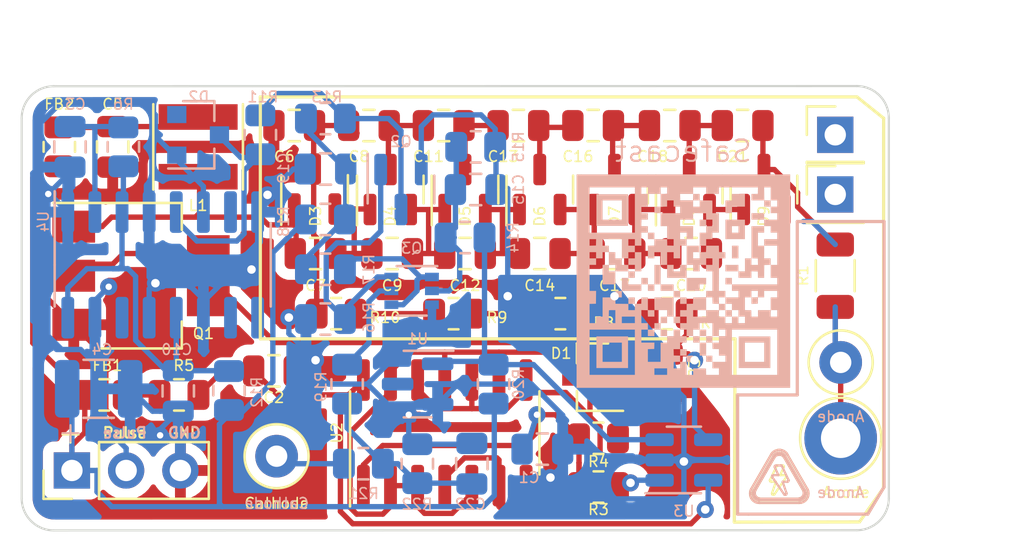
<source format=kicad_pcb>
(kicad_pcb (version 20210108) (generator pcbnew)
  (layers (0 "F.Cu" signal) (31 "B.Cu" signal) (34 "B.Paste" user) (35 "F.Paste" user) (36 "B.SilkS" user "B.Silkscreen") (37 "F.SilkS" user "F.Silkscreen") (38 "B.Mask" user) (39 "F.Mask" user) (44 "Edge.Cuts" user))
  (net 0 "")
  (net 1 "Net-(C1-Pad1)")
  (net 2 "Net-(C3-Pad1)")
  (net 3 "GND")
  (net 4 "Net-(C5-Pad1)")
  (net 5 "Net-(C7-Pad1)")
  (net 6 "Net-(C12-Pad1)")
  (net 7 "Net-(C6-Pad2)")
  (net 8 "Net-(C7-Pad2)")
  (net 9 "Net-(C10-Pad1)")
  (net 10 "Net-(C11-Pad1)")
  (net 11 "Net-(C14-Pad2)")
  (net 12 "Net-(C11-Pad2)")
  (net 13 "Net-(C12-Pad2)")
  (net 14 "Net-(C16-Pad2)")
  (net 15 "Net-(C17-Pad2)")
  (net 16 "Net-(C18-Pad2)")
  (net 17 "Net-(C20-Pad2)")
  (net 18 "Net-(C13-Pad2)")
  (net 19 "+3V3")
  (net 20 "Net-(Q2-Pad3)")
  (net 21 "Net-(Q2-Pad1)")
  (net 22 "Net-(Q3-Pad1)")
  (net 23 "Net-(C2-Pad1)")
  (net 24 "Net-(Q3-Pad5)")
  (net 25 "Net-(C21-Pad2)")
  (net 26 "Net-(D1-Pad1)")
  (net 27 "+2V5")
  (net 28 "Net-(Q1-Pad2)")
  (net 29 "Net-(D1-Pad2)")
  (net 30 "Net-(D2-Pad1)")
  (net 31 "Net-(J1-Pad2)")
  (net 32 "Net-(FB1-Pad2)")
  (net 33 "Net-(H1-Pad1)")
  (net 34 "Net-(H2-Pad1)")
  (net 35 "Net-(C15-Pad1)")
  (net 36 "Net-(R8-Pad2)")
  (net 37 "Net-(R3-Pad2)")
  (net 38 "Net-(C19-Pad1)")
  (net 39 "Net-(R23-Pad1)")
  (net 40 "Net-(R7-Pad2)")
  (net 41 "Net-(R10-Pad2)")
  (net 42 "no_connect_(D9-Pad2)")
  (net 43 "no_connect_(U1-Pad3)")
  (net 44 "Net-(C22-Pad1)")
  (net 45 "no_connect_(U4-Pad7)")
  (net 46 "no_connect_(U4-Pad9)")
  (net 47 "no_connect_(U4-Pad10)")
  (net 48 "no_connect_(U4-Pad14)")
  (footprint "Capacitor_SMD:C_0805_2012Metric" (layer "F.Cu") (at 146 59)
    (fp_text reference "C11")
    (fp_text value "0.1uF" hide)
  )
  (footprint "TestPoint:TestPoint_Loop_D2.50mm_Drill1.0mm" (layer "F.Cu") (at 164.592 70.104 90)
    (fp_text reference "H2" hide)
    (fp_text value "Anode" hide)
  )
  (footprint "Package_TO_SOT_SMD:SOT-23" (layer "F.Cu") (at 157.5 62 90)
    (fp_text reference "D8")
    (fp_text value "BAV23" hide)
  )
  (footprint "TestPoint:TestPoint_Loop_D2.50mm_Drill1.85mm" (layer "F.Cu") (at 164.592 73.66 90)
    (fp_text reference "H2" hide)
    (fp_text value "Anode" hide)
  )
  (footprint "Package_TO_SOT_SMD:SOT-23" (layer "F.Cu") (at 143.5 62 90)
    (fp_text reference "D4")
    (fp_text value "BAV23" hide)
  )
  (footprint "Capacitor_SMD:C_0805_2012Metric" (layer "F.Cu") (at 153 59)
    (fp_text reference "C16")
    (fp_text value "0.1uF" hide)
  )
  (footprint "Package_TO_SOT_SMD:SOT-23" (layer "F.Cu") (at 139.954 61.976 90)
    (fp_text reference "D3")
    (fp_text value "BAV23" hide)
  )
  (footprint "Capacitor_SMD:C_0805_2012Metric" (layer "F.Cu") (at 138.05 70.5)
    (fp_text reference "C2")
    (fp_text value "1uF" hide)
  )
  (footprint "Resistor_SMD:R_0805_2012Metric" (layer "F.Cu") (at 151.464 67.818 180)
    (fp_text reference "R8")
    (fp_text value "22M" hide)
  )
  (footprint "Capacitor_SMD:C_0805_2012Metric" (layer "F.Cu") (at 149.5 59)
    (fp_text reference "C13")
    (fp_text value "0.1uF" hide)
  )
  (footprint "Resistor_SMD:R_0805_2012Metric" (layer "F.Cu") (at 156.464 67.818 180)
    (fp_text reference "R7")
    (fp_text value "22M" hide)
  )
  (footprint "Package_TO_SOT_SMD:SOT-23" (layer "F.Cu") (at 150.5 62 90)
    (fp_text reference "D6")
    (fp_text value "BAV23" hide)
  )
  (footprint "Diode_SMD:D_SOT-23_ANK" (layer "F.Cu") (at 153 70.794 180)
    (fp_text reference "D1")
    (fp_text value "BAS16" hide)
  )
  (footprint "Resistor_SMD:R_0805_2012Metric" (layer "F.Cu") (at 133.604 71.628 180)
    (fp_text reference "R5")
    (fp_text value "100" hide)
  )
  (footprint "TestPoint:TestPoint_Loop_D2.50mm_Drill1.0mm" (layer "F.Cu") (at 138.176 74.5)
    (fp_text reference "H1" hide)
    (fp_text value "Cathode")
  )
  (footprint "Package_TO_SOT_SMD:SOT-23" (layer "F.Cu") (at 154 62 90)
    (fp_text reference "D7")
    (fp_text value "BAV23" hide)
  )
  (footprint "Capacitor_SMD:C_0805_2012Metric" (layer "F.Cu") (at 130.5 60 -90)
    (fp_text reference "C5")
    (fp_text value "1uF" hide)
  )
  (footprint "Capacitor_SMD:C_0805_2012Metric" (layer "F.Cu") (at 154 65)
    (fp_text reference "C17")
    (fp_text value "0.1uF" hide)
  )
  (footprint "Resistor_SMD:R_1206_3216Metric" (layer "F.Cu") (at 164.338 66.04 -90)
    (fp_text reference "R1")
    (fp_text value "10M" hide)
  )
  (footprint "Capacitor_SMD:C_0805_2012Metric" (layer "F.Cu") (at 139 59)
    (fp_text reference "C6")
    (fp_text value "0.1uF" hide)
  )
  (footprint "Resistor_SMD:R_0805_2012Metric" (layer "F.Cu") (at 156.5 70.612 -90)
    (fp_text reference "R23")
    (fp_text value "3.16M" hide)
  )
  (footprint "Capacitor_SMD:C_0805_2012Metric" (layer "F.Cu") (at 140 65)
    (fp_text reference "C7")
    (fp_text value "0.1uF" hide)
  )
  (footprint "Capacitor_SMD:C_0805_2012Metric" (layer "F.Cu") (at 150.5 65)
    (fp_text reference "C14")
    (fp_text value "0.1uF" hide)
  )
  (footprint "Capacitor_SMD:C_0805_2012Metric" (layer "F.Cu") (at 147 65)
    (fp_text reference "C12")
    (fp_text value "0.1uF" hide)
  )
  (footprint "Connector_PinHeader_2.54mm:PinHeader_1x01_P2.54mm_Vertical" (layer "F.Cu") (at 164.338 59.436)
    (fp_text reference "REF**" hide)
    (fp_text value "PinHeader_1x01_P2.54mm_Vertical" hide)
  )
  (footprint "Symbol:QR_code_SafePulse" (layer "F.Cu") (at 157.226 66.294)
    (fp_text reference "")
    (fp_text value "LOGO" hide)
  )
  (footprint "Inductor_SMD:L_Taiyo-Yuden_MD-4040" (layer "F.Cu") (at 134.5 60 -90)
    (fp_text reference "L1")
    (fp_text value "NRS6020T2R2NMGJ" hide)
  )
  (footprint "Resistor_SMD:R_0805_2012Metric" (layer "F.Cu") (at 140.964 67.818)
    (fp_text reference "R10")
    (fp_text value "22M" hide)
  )
  (footprint "Capacitor_SMD:C_0805_2012Metric" (layer "F.Cu") (at 157.588 65)
    (fp_text reference "C20")
    (fp_text value "0.1uF" hide)
  )
  (footprint "Package_SO:SOIC-14_3.9x8.7mm_P1.27mm" (layer "F.Cu") (at 146.05 73.406 90)
    (fp_text reference "U2")
    (fp_text value "74HC14" hide)
  )
  (footprint "Connector_PinHeader_2.54mm:PinHeader_1x03_P2.54mm_Vertical" (layer "F.Cu") (at 128.59 75.1695 90)
    (fp_text reference "J2" hide)
    (fp_text value "Conn_01x03_Male" hide)
  )
  (footprint "Resistor_SMD:R_0805_2012Metric" (layer "F.Cu") (at 128 60 90)
    (fp_text reference "FB2")
    (fp_text value "BKP2125HS221-T" hide)
  )
  (footprint "Resistor_SMD:R_0805_2012Metric" (layer "F.Cu") (at 146.464 67.818 180)
    (fp_text reference "R9")
    (fp_text value "22M" hide)
  )
  (footprint "Resistor_SMD:R_0805_2012Metric" (layer "F.Cu") (at 153.25 75.946)
    (fp_text reference "R3")
    (fp_text value "100K" hide)
  )
  (footprint "Resistor_SMD:R_0805_2012Metric" (layer "F.Cu") (at 153.25 73.66)
    (fp_text reference "R4")
    (fp_text value "100K" hide)
  )
  (footprint "Capacitor_SMD:C_0805_2012Metric" (layer "F.Cu") (at 156.588 59)
    (fp_text reference "C18")
    (fp_text value "0.1uF" hide)
  )
  (footprint "Capacitor_SMD:C_0805_2012Metric" (layer "F.Cu") (at 143.588 65)
    (fp_text reference "C9")
    (fp_text value "0.1uF" hide)
  )
  (footprint "Package_TO_SOT_SMD:SOT-223-3_TabPin2" (layer "F.Cu") (at 131.826 66.04)
    (fp_text reference "Q1")
    (fp_text value "FQT7N10" hide)
  )
  (footprint "Package_TO_SOT_SMD:SOT-23" (layer "F.Cu") (at 161 62 90)
    (fp_text reference "D9")
    (fp_text value "BAV23" hide)
  )
  (footprint "Capacitor_SMD:C_0805_2012Metric" (layer "F.Cu") (at 160 59)
    (fp_text reference "C21")
    (fp_text value "0.1uF" hide)
  )
  (footprint "Capacitor_SMD:C_0805_2012Metric" (layer "F.Cu") (at 142.5 59)
    (fp_text reference "C8")
    (fp_text value "0.1uF" hide)
  )
  (footprint "Connector_PinHeader_2.54mm:PinHeader_1x01_P2.54mm_Vertical" (layer "F.Cu") (at 164.338 62.23)
    (fp_text reference "REF**" hide)
    (fp_text value "PinHeader_1x01_P2.54mm_Vertical" hide)
  )
  (footprint "Resistor_SMD:R_0805_2012Metric" (layer "F.Cu") (at 130.104 71.628)
    (fp_text reference "FB1")
    (fp_text value "BKP2125HS221-T" hide)
  )
  (footprint "Package_TO_SOT_SMD:SOT-23" (layer "F.Cu") (at 147 62 90)
    (fp_text reference "D5")
    (fp_text value "BAV23" hide)
  )
  (footprint "Resistor_SMD:R_0805_2012Metric" (layer "B.Cu") (at 142.24 74.8515)
    (fp_text reference "R21")
    (fp_text value "47k" hide)
  )
  (footprint "Resistor_SMD:R_0805_2012Metric" (layer "B.Cu") (at 135.946 71.4215 90)
    (fp_text reference "R12")
    (fp_text value "100" hide)
  )
  (footprint "Package_TO_SOT_SMD:SOT-363_SC-70-6" (layer "B.Cu") (at 144.5 66.75 180)
    (fp_text reference "Q3")
    (fp_text value "MMDT3906" hide)
  )
  (footprint "Resistor_SMD:R_0805_2012Metric" (layer "B.Cu") (at 140.462 65.7375)
    (fp_text reference "R17")
    (fp_text value "499k" hide)
  )
  (footprint "Capacitor_SMD:C_0805_2012Metric" (layer "B.Cu") (at 133.57 71.4415 -90)
    (fp_text reference "C10")
    (fp_text value "1uF" hide)
  )
  (footprint "Capacitor_SMD:C_0805_2012Metric" (layer "B.Cu") (at 147.5 62)
    (fp_text reference "C15")
    (fp_text value "1nF" hide)
  )
  (footprint "Resistor_SMD:R_0805_2012Metric" (layer "B.Cu") (at 131 60 90)
    (fp_text reference "R6")
    (fp_text value "121k" hide)
  )
  (footprint "Resistor_SMD:R_0805_2012Metric" (layer "B.Cu") (at 144.765 74.8515 90)
    (fp_text reference "R22")
    (fp_text value "20k" hide)
  )
  (footprint "Package_TO_SOT_SMD:SOT-23-5" (layer "B.Cu") (at 157.25 74.676)
    (fp_text reference "U3")
    (fp_text value "MAX4162" hide)
  )
  (footprint "Capacitor_SMD:C_0805_2012Metric" (layer "B.Cu") (at 147.32 74.8515 90)
    (fp_text reference "C22")
    (fp_text value "1nF" hide)
  )
  (footprint "Resistor_SMD:R_0805_2012Metric" (layer "B.Cu") (at 148.336 71.12 90)
    (fp_text reference "R20")
    (fp_text value "560K" hide)
  )
  (footprint "Package_TO_SOT_SMD:SOT-23" (layer "B.Cu") (at 144 62 -90)
    (fp_text reference "Q2")
    (fp_text value "BC846A" hide)
  )
  (footprint "Resistor_SMD:R_0805_2012Metric" (layer "B.Cu") (at 140.462 63.403 180)
    (fp_text reference "R18")
    (fp_text value "1k" hide)
  )
  (footprint "Capacitor_SMD:C_0805_2012Metric" (layer "B.Cu") (at 150.622 74.168)
    (fp_text reference "C1")
    (fp_text value "150pF" hide)
  )
  (footprint "Resistor_SMD:R_0805_2012Metric" (layer "B.Cu") (at 147 64.25 180)
    (fp_text reference "R14")
    (fp_text value "1M5" hide)
  )
  (footprint "Resistor_SMD:R_0805_2012Metric" (layer "B.Cu") (at 137.414 59.436 90)
    (fp_text reference "R11")
    (fp_text value "33k" hide)
  )
  (footprint "Resistor_SMD:R_0805_2012Metric" (layer "B.Cu") (at 140.462 58.674)
    (fp_text reference "R13")
    (fp_text value "100k" hide)
  )
  (footprint "Package_SO:SOIC-16_3.9x9.9mm_P1.27mm" (layer "B.Cu") (at 132.842 65.532 -90)
    (fp_text reference "U4")
    (fp_text value "CD14538BM" hide)
  )
  (footprint "Diode_SMD:D_SOT-23_ANK" (layer "B.Cu") (at 134.5 59.436)
    (fp_text reference "D2")
    (fp_text value "BAS16" hide)
  )
  (footprint "Resistor_SMD:R_0805_2012Metric" (layer "B.Cu") (at 147.5 60)
    (fp_text reference "R15")
    (fp_text value "392k" hide)
  )
  (footprint "Capacitor_SMD:C_0805_2012Metric" (layer "B.Cu") (at 140.462 61.0385 180)
    (fp_text reference "C19")
    (fp_text value "0.1uF" hide)
  )
  (footprint "Package_TO_SOT_SMD:SOT-23" (layer "B.Cu") (at 144.78 71.12 180)
    (fp_text reference "U1")
    (fp_text value "MAX6008AEUR+T" hide)
  )
  (footprint "Resistor_SMD:R_0805_2012Metric" (layer "B.Cu") (at 140.462 68.072 180)
    (fp_text reference "R16")
    (fp_text value "1M" hide)
  )
  (footprint "Capacitor_SMD:C_1210_3225Metric" (layer "B.Cu") (at 129.843 71.3415)
    (fp_text reference "C4")
    (fp_text value "10uF" hide)
  )
  (footprint "Resistor_SMD:R_0805_2012Metric" (layer "B.Cu") (at 141.478 71.12 -90)
    (fp_text reference "R19")
    (fp_text value "100k" hide)
  )
  (footprint "Capacitor_SMD:C_0805_2012Metric" (layer "B.Cu") (at 128.5 60 -90)
    (fp_text reference "C3")
    (fp_text value "1nF" hide)
  )
  (gr_line (start 160.662614 76.67378) (end 160.676542 76.677742) (layer "B.SilkS") (width 0.104))
  (gr_line (start 162.795749 76.406284) (end 162.789833 76.412409) (layer "B.SilkS") (width 0.104))
  (gr_line (start 160.793259 76.692922) (end 162.638945 76.692922) (layer "B.SilkS") (width 0.104))
  (gr_line (start 161.639504 74.436458) (end 161.647668 74.434134) (layer "B.SilkS") (width 0.104))
  (gr_line (start 162.797677 76.523051) (end 162.788756 76.528008) (layer "B.SilkS") (width 0.104))
  (gr_line (start 161.843319 74.971852) (end 161.842291 74.969794) (layer "B.SilkS") (width 0.104))
  (gr_line (start 161.623002 74.346405) (end 161.632927 74.343581) (layer "B.SilkS") (width 0.104))
  (gr_line (start 162.698539 76.471351) (end 162.690586 76.474191) (layer "B.SilkS") (width 0.104))
  (gr_line (start 162.151189 75.636964) (end 162.151303 75.632978) (layer "B.SilkS") (width 0.104))
  (gr_line (start 161.515406 74.403886) (end 161.523427 74.39751) (layer "B.SilkS") (width 0.104))
  (gr_line (start 161.507642 74.979207) (end 161.506506 74.983008) (layer "B.SilkS") (width 0.104))
  (gr_line (start 162.101292 74.427342) (end 162.093571 74.414451) (layer "B.SilkS") (width 0.104))
  (gr_line (start 161.510077 75.025746) (end 161.674378 75.388173) (layer "B.SilkS") (width 0.104))
  (gr_line (start 162.847466 76.48733) (end 162.839644 76.493977) (layer "B.SilkS") (width 0.104))
  (gr_line (start 162.810279 76.659283) (end 162.836418 76.647458) (layer "B.SilkS") (width 0.104))
  (gr_line (start 160.635293 76.664535) (end 160.648861 76.669377) (layer "B.SilkS") (width 0.104))
  (gr_line (start 160.65252 76.532692) (end 160.634517 76.523076) (layer "B.SilkS") (width 0.104))
  (gr_line (start 161.838808 74.963914) (end 161.83752 74.962055) (layer "B.SilkS") (width 0.104))
  (gr_line (start 162.831751 76.096868) (end 162.840039 76.112347) (layer "B.SilkS") (width 0.104))
  (gr_line (start 161.815898 74.943082) (end 161.813921 74.942062) (layer "B.SilkS") (width 0.104))
  (gr_line (start 160.719294 76.686921) (end 160.733839 76.689062) (layer "B.SilkS") (width 0.104))
  (gr_line (start 161.600325 74.451912) (end 161.607925 74.44832) (layer "B.SilkS") (width 0.104))
  (gr_line (start 161.548574 74.938555) (end 161.544849 74.939891) (layer "B.SilkS") (width 0.104))
  (gr_line (start 161.592854 74.455749) (end 161.600325 74.451912) (layer "B.SilkS") (width 0.104))
  (gr_line (start 161.716088 74.425237) (end 161.733643 74.425805) (layer "B.SilkS") (width 0.104))
  (gr_line (start 162.714103 76.464913) (end 162.70638 76.468258) (layer "B.SilkS") (width 0.104))
  (gr_line (start 161.647668 74.434134) (end 161.655931 74.432073) (layer "B.SilkS") (width 0.104))
  (gr_line (start 161.828579 74.952044) (end 161.826903 74.950576) (layer "B.SilkS") (width 0.104))
  (gr_line (start 162.068255 74.377801) (end 162.059128 74.366276) (layer "B.SilkS") (width 0.104))
  (gr_line (start 161.544557 74.489222) (end 161.550992 74.483752) (layer "B.SilkS") (width 0.104))
  (gr_line (start 163.069358 76.361872) (end 163.075953 76.333717) (layer "B.SilkS") (width 0.104))
  (gr_line (start 161.560226 74.935953) (end 161.556273 74.936581) (layer "B.SilkS") (width 0.104))
  (gr_line (start 160.565632 76.24404) (end 160.56508 76.227256) (layer "B.SilkS") (width 0.104))
  (gr_line (start 163.083489 76.276773) (end 163.084431 76.248143) (layer "B.SilkS") (width 0.104))
  (gr_line (start 162.051777 76.262009) (end 162.052559 76.259309) (layer "B.SilkS") (width 0.104))
  (gr_line (start 162.029803 74.33384) (end 162.019408 74.323758) (layer "B.SilkS") (width 0.104))
  (gr_line (start 161.938849 74.263919) (end 161.926329 74.256963) (layer "B.SilkS") (width 0.104))
  (gr_line (start 162.041459 76.281863) (end 162.043129 76.279588) (layer "B.SilkS") (width 0.104))
  (gr_line (start 162.732045 76.55145) (end 162.72212 76.554273) (layer "B.SilkS") (width 0.104))
  (gr_line (start 161.544849 74.939891) (end 161.54122 74.941452) (layer "B.SilkS") (width 0.104))
  (gr_line (start 161.799273 74.34357) (end 161.818998 74.349529) (layer "B.SilkS") (width 0.104))
  (gr_line (start 162.956395 76.248126) (end 162.955724 76.26853) (layer "B.SilkS") (width 0.104))
  (gr_line (start 161.672729 74.428749) (end 161.681255 74.427492) (layer "B.SilkS") (width 0.104))
  (gr_line (start 160.730274 76.558966) (end 160.710072 76.554282) (layer "B.SilkS") (width 0.104))
  (gr_line (start 162.008718 74.31405) (end 161.997741 74.30472) (layer "B.SilkS") (width 0.104))
  (gr_line (start 161.390403 75.480763) (end 161.39251 75.484623) (layer "B.SilkS") (width 0.104))
  (gr_line (start 161.414529 75.397363) (end 161.410933 75.399702) (layer "B.SilkS") (width 0.104))
  (gr_line (start 162.727308 76.684335) (end 162.755655 76.677761) (layer "B.SilkS") (width 0.104))
  (gr_line (start 161.395629 75.414844) (end 161.393195 75.418509) (layer "B.SilkS") (width 0.104))
  (gr_line (start 162.8533 76.144239) (end 162.858273 76.160557) (layer "B.SilkS") (width 0.104))
  (gr_line (start 160.492577 76.349012) (end 160.486536 76.329169) (layer "B.SilkS") (width 0.104))
  (gr_line (start 161.509018 74.975468) (end 161.507642 74.979207) (layer "B.SilkS") (width 0.104))
  (gr_line (start 160.508687 76.108486) (end 160.518756 76.089665) (layer "B.SilkS") (width 0.104))
  (gr_line (start 161.074965 75.274968) (end 161.074965 75.274968) (layer "B.SilkS") (width 0.104))
  (gr_line (start 162.90932 76.602111) (end 162.931554 76.583836) (layer "B.SilkS") (width 0.104))
  (gr_line (start 162.93223 76.368577) (end 162.923504 76.387796) (layer "B.SilkS") (width 0.104))
  (gr_line (start 161.887444 74.238592) (end 161.874068 74.233318) (layer "B.SilkS") (width 0.104))
  (gr_line (start 161.537697 74.943232) (end 161.534291 74.945228) (layer "B.SilkS") (width 0.104))
  (gr_line (start 160.371313 76.389711) (end 160.381678 76.417155) (layer "B.SilkS") (width 0.104))
  (gr_line (start 161.971991 76.304239) (end 161.975671 76.305247) (layer "B.SilkS") (width 0.104))
  (gr_line (start 162.04615 76.274841) (end 162.047499 76.272377) (layer "B.SilkS") (width 0.104))
  (gr_line (start 161.393195 75.418509) (end 161.390999 75.422368) (layer "B.SilkS") (width 0.104))
  (gr_line (start 160.542301 76.441938) (end 160.530021 76.42477) (layer "B.SilkS") (width 0.104))
  (gr_line (start 160.565633 76.210471) (end 160.567291 76.193733) (layer "B.SilkS") (width 0.104))
  (gr_line (start 160.763318 76.691939) (end 160.778235 76.692664) (layer "B.SilkS") (width 0.104))
  (gr_line (start 161.746041 74.205913) (end 161.731124 74.205188) (layer "B.SilkS") (width 0.104))
  (gr_line (start 161.874829 74.374778) (end 161.892162 74.385558) (layer "B.SilkS") (width 0.104))
  (gr_line (start 160.690347 76.548323) (end 160.671147 76.541117) (layer "B.SilkS") (width 0.104))
  (gr_line (start 162.862491 76.47323) (end 162.855084 76.480413) (layer "B.SilkS") (width 0.104))
  (gr_line (start 161.512486 74.968224) (end 161.510633 74.971803) (layer "B.SilkS") (width 0.104))
  (gr_line (start 161.532195 74.500823) (end 161.538289 74.494913) (layer "B.SilkS") (width 0.104))
  (gr_line (start 160.60044 76.096868) (end 160.60044 76.096868) (layer "B.SilkS") (width 0.104))
  (gr_line (start 161.585515 74.459828) (end 161.592854 74.455749) (layer "B.SilkS") (width 0.104))
  (gr_line (start 162.124961 75.684875) (end 162.128118 75.682425) (layer "B.SilkS") (width 0.104))
  (gr_line (start 161.422156 75.393432) (end 161.418275 75.39527) (layer "B.SilkS") (width 0.104))
  (gr_line (start 162.736513 76.453404) (end 162.729174 76.457484) (layer "B.SilkS") (width 0.104))
  (gr_line (start 161.779072 74.338886) (end 161.799273 74.34357) (layer "B.SilkS") (width 0.104))
  (gr_line (start 162.077044 74.389676) (end 162.068255 74.377801) (layer "B.SilkS") (width 0.104))
  (gr_line (start 160.570053 76.177086) (end 160.573921 76.160579) (layer "B.SilkS") (width 0.104))
  (gr_line (start 160.621917 76.659261) (end 160.635293 76.664535) (layer "B.SilkS") (width 0.104))
  (gr_line (start 162.862141 76.177063) (end 162.864904 76.193708) (layer "B.SilkS") (width 0.104))
  (gr_line (start 161.841196 74.967785) (end 161.840034 74.965824) (layer "B.SilkS") (width 0.104))
  (gr_line (start 162.691654 76.560817) (end 162.681289 76.562343) (layer "B.SilkS") (width 0.104))
  (gr_line (start 162.81501 76.512269) (end 162.806431 76.517804) (layer "B.SilkS") (width 0.104))
  (gr_line (start 160.600426 76.35761) (end 160.600426 76.35761) (layer "B.SilkS") (width 0.104))
  (gr_line (start 161.385788 75.468603) (end 161.387041 75.472738) (layer "B.SilkS") (width 0.104))
  (gr_line (start 161.441609 74.491246) (end 161.441609 74.491246) (layer "B.SilkS") (width 0.104))
  (gr_line (start 161.938107 76.279363) (end 161.940496 76.282623) (layer "B.SilkS") (width 0.104))
  (gr_line (start 162.035837 76.288246) (end 162.037812 76.286196) (layer "B.SilkS") (width 0.104))
  (gr_line (start 161.594002 74.356756) (end 161.603534 74.352996) (layer "B.SilkS") (width 0.104))
  (gr_line (start 160.274 77.216) (end 165.862 77.216) (layer "B.SilkS") (width 0.15))
  (gr_line (start 162.866561 76.210447) (end 162.867114 76.227233) (layer "B.SilkS") (width 0.104))
  (gr_line (start 162.049672 74.355103) (end 162.039894 74.34429) (layer "B.SilkS") (width 0.104))
  (gr_line (start 161.938107 76.279363) (end 161.938107 76.279363) (layer "B.SilkS") (width 0.104))
  (gr_line (start 161.382529 74.355092) (end 161.363946 74.377793) (layer "B.SilkS") (width 0.104))
  (gr_line (start 160.733839 76.689062) (end 160.748517 76.690737) (layer "B.SilkS") (width 0.104))
  (gr_line (start 160.58497 76.128167) (end 160.592153 76.112355) (layer "B.SilkS") (width 0.104))
  (gr_line (start 160.476467 76.227722) (end 160.478481 76.207379) (layer "B.SilkS") (width 0.104))
  (gr_line (start 160.499961 76.127701) (end 160.508687 76.108486) (layer "B.SilkS") (width 0.104))
  (gr_line (start 162.907933 76.415803) (end 162.902171 76.424748) (layer "B.SilkS") (width 0.104))
  (gr_line (start 161.402398 74.333827) (end 161.382529 74.355092) (layer "B.SilkS") (width 0.104))
  (gr_line (start 160.478481 76.288869) (end 160.476467 76.268523) (layer "B.SilkS") (width 0.104))
  (gr_line (start 162.145333 75.660127) (end 162.146921 75.656417) (layer "B.SilkS") (width 0.104))
  (gr_line (start 161.811909 74.94111) (end 161.809862 74.940228) (layer "B.SilkS") (width 0.104))
  (gr_line (start 161.423483 74.314036) (end 161.402398 74.333827) (layer "B.SilkS") (width 0.104))
  (gr_line (start 162.026969 76.295578) (end 162.029328 76.293883) (layer "B.SilkS") (width 0.104))
  (gr_line (start 161.91165 74.513293) (end 161.922544 74.526596) (layer "B.SilkS") (width 0.104))
  (gr_line (start 162.729174 76.457484) (end 162.721703 76.461321) (layer "B.SilkS") (width 0.104))
  (gr_line (start 161.523427 74.39751) (end 161.53164 74.391411) (layer "B.SilkS") (width 0.104))
  (gr_line (start 161.363946 74.377793) (end 161.346716 74.401889) (layer "B.SilkS") (width 0.104))
  (gr_line (start 162.952641 76.564047) (end 162.972511 76.542783) (layer "B.SilkS") (width 0.104))
  (gr_line (start 162.121662 75.687117) (end 162.124961 75.684875) (layer "B.SilkS") (width 0.104))
  (gr_line (start 161.716099 74.204946) (end 161.716099 74.204946) (layer "B.SilkS") (width 0.104))
  (gr_line (start 162.831751 76.35761) (end 162.827223 76.365163) (layer "B.SilkS") (width 0.104))
  (gr_line (start 162.149365 75.648779) (end 162.150219 75.644876) (layer "B.SilkS") (width 0.104))
  (gr_line (start 162.005266 76.305432) (end 162.007059 76.304981) (layer "B.SilkS") (width 0.104))
  (gr_line (start 162.822481 76.372522) (end 162.817531 76.379682) (layer "B.SilkS") (width 0.104))
  (gr_line (start 161.566293 74.36985) (end 161.575376 74.365187) (layer "B.SilkS") (width 0.104))
  (gr_line (start 160.381678 76.079131) (end 160.371313 76.106575) (layer "B.SilkS") (width 0.104))
  (gr_line (start 161.846681 74.459834) (end 161.860941 74.468707) (layer "B.SilkS") (width 0.104))
  (gr_line (start 160.486536 76.167089) (end 160.492577 76.147254) (layer "B.SilkS") (width 0.104))
  (gr_line (start 163.008328 76.49599) (end 163.024138 76.47054) (layer "B.SilkS") (width 0.104))
  (gr_line (start 162.093571 74.414451) (end 162.085485 74.401894) (layer "B.SilkS") (width 0.104))
  (gr_line (start 162.146761 75.609424) (end 162.145127 75.605672) (layer "B.SilkS") (width 0.104))
  (gr_line (start 162.091469 75.696942) (end 162.095515 75.696554) (layer "B.SilkS") (width 0.104))
  (gr_line (start 162.053222 76.256574) (end 162.053766 76.253807) (layer "B.SilkS") (width 0.104))
  (gr_line (start 160.518756 76.089665) (end 161.441609 74.491246) (layer "B.SilkS") (width 0.104))
  (gr_line (start 161.485367 74.432081) (end 161.492558 74.424635) (layer "B.SilkS") (width 0.104))
  (gr_line (start 160.750902 76.562346) (end 160.730274 76.558966) (layer "B.SilkS") (width 0.104))
  (gr_line (start 162.087376 75.697072) (end 162.087376 75.697072) (layer "B.SilkS") (width 0.104))
  (gr_line (start 161.556273 74.936581) (end 161.552385 74.93745) (layer "B.SilkS") (width 0.104))
  (gr_line (start 161.983182 76.306601) (end 161.986993 76.306943) (layer "B.SilkS") (width 0.104))
  (gr_line (start 161.78452 74.434136) (end 161.800748 74.439044) (layer "B.SilkS") (width 0.104))
  (gr_line (start 160.704891 76.684317) (end 160.719294 76.686921) (layer "B.SilkS") (width 0.104))
  (gr_line (start 161.951133 74.271283) (end 161.938849 74.263919) (layer "B.SilkS") (width 0.104))
  (gr_line (start 161.494805 74.548069) (end 161.499547 74.540711) (layer "B.SilkS") (width 0.104))
  (gr_line (start 161.389074 75.426354) (end 161.387441 75.430428) (layer "B.SilkS") (width 0.104))
  (gr_line (start 160.710072 76.554282) (end 160.690347 76.548323) (layer "B.SilkS") (width 0.104))
  (gr_line (start 161.994434 76.306962) (end 161.996241 76.30684) (layer "B.SilkS") (width 0.104))
  (gr_line (start 162.831751 76.096868) (end 162.831751 76.096868) (layer "B.SilkS") (width 0.104))
  (gr_line (start 162.827223 76.365163) (end 162.822481 76.372522) (layer "B.SilkS") (width 0.104))
  (gr_line (start 161.860941 74.468707) (end 161.874607 74.478514) (layer "B.SilkS") (width 0.104))
  (gr_line (start 160.479556 76.564025) (end 160.489951 76.574105) (layer "B.SilkS") (width 0.104))
  (gr_line (start 160.481837 76.187149) (end 160.486536 76.167089) (layer "B.SilkS") (width 0.104))
  (gr_line (start 161.819736 74.945323) (end 161.817836 74.944169) (layer "B.SilkS") (width 0.104))
  (gr_line (start 161.410933 75.399702) (end 161.407497 75.402281) (layer "B.SilkS") (width 0.104))
  (gr_line (start 163.038269 76.444124) (end 163.050516 76.417155) (layer "B.SilkS") (width 0.104))
  (gr_line (start 162.051356 76.222447) (end 161.874514 75.697072) (layer "B.SilkS") (width 0.104))
  (gr_line (start 161.384138 75.460165) (end 161.38482 75.464407) (layer "B.SilkS") (width 0.104))
  (gr_line (start 162.855084 76.480413) (end 162.847466 76.48733) (layer "B.SilkS") (width 0.104))
  (gr_line (start 162.847222 76.326319) (end 162.840039 76.342128) (layer "B.SilkS") (width 0.104))
  (gr_line (start 161.642971 74.341076) (end 161.653128 74.338893) (layer "B.SilkS") (width 0.104))
  (gr_line (start 160.492577 76.147254) (end 160.499961 76.127701) (layer "B.SilkS") (width 0.104))
  (gr_line (start 162.141427 75.667272) (end 162.141427 75.667272) (layer "B.SilkS") (width 0.104))
  (gr_line (start 160.573916 76.293924) (end 160.57005 76.27742) (layer "B.SilkS") (width 0.104))
  (gr_line (start 161.564347 74.473489) (end 161.571257 74.468701) (layer "B.SilkS") (width 0.104))
  (gr_line (start 161.716099 74.204946) (end 161.686158 74.205913) (layer "B.SilkS") (width 0.104))
  (gr_line (start 161.38858 75.476796) (end 161.390403 75.480763) (layer "B.SilkS") (width 0.104))
  (gr_line (start 162.085485 74.401894) (end 162.077044 74.389676) (layer "B.SilkS") (width 0.104))
  (gr_line (start 161.458892 74.464415) (end 161.465155 74.455956) (layer "B.SilkS") (width 0.104))
  (gr_line (start 161.575376 74.365187) (end 161.584614 74.360821) (layer "B.SilkS") (width 0.104))
  (gr_line (start 161.538289 74.494913) (end 161.544557 74.489222) (layer "B.SilkS") (width 0.104))
  (gr_line (start 162.605939 76.487996) (end 162.605939 76.487996) (layer "B.SilkS") (width 0.104))
  (gr_line (start 162.054073 76.2339) (end 162.053598 76.231026) (layer "B.SilkS") (width 0.104))
  (gr_line (start 162.047499 76.272377) (end 162.048738 76.269858) (layer "B.SilkS") (width 0.104))
  (gr_line (start 161.838199 74.356735) (end 161.856825 74.365161) (layer "B.SilkS") (width 0.104))
  (gr_line (start 160.546189 76.618807) (end 160.558228 76.626574) (layer "B.SilkS") (width 0.104))
  (gr_line (start 162.007059 76.304981) (end 162.008846 76.304469) (layer "B.SilkS") (width 0.104))
  (gr_line (start 161.506152 75.01433) (end 161.507212 75.018189) (layer "B.SilkS") (width 0.104))
  (gr_line (start 161.613202 74.349545) (end 161.623002 74.346405) (layer "B.SilkS") (width 0.104))
  (gr_line (start 161.964838 76.301574) (end 161.968377 76.303014) (layer "B.SilkS") (width 0.104))
  (gr_line (start 162.840039 76.342128) (end 162.831751 76.35761) (layer "B.SilkS") (width 0.104))
  (gr_line (start 160.7416 76.474207) (end 160.725803 76.468278) (layer "B.SilkS") (width 0.104))
  (gr_line (start 162.051356 76.222447) (end 162.051356 76.222447) (layer "B.SilkS") (width 0.104))
  (gr_line (start 162.831623 76.500352) (end 162.82341 76.50645) (layer "B.SilkS") (width 0.104))
  (gr_line (start 161.963172 74.27905) (end 161.951133 74.271283) (layer "B.SilkS") (width 0.104))
  (gr_line (start 162.031594 76.292094) (end 162.033764 76.290213) (layer "B.SilkS") (width 0.104))
  (gr_line (start 161.557372 74.374808) (end 161.566293 74.36985) (layer "B.SilkS") (width 0.104))
  (gr_line (start 162.029328 76.293883) (end 162.031594 76.292094) (layer "B.SilkS") (width 0.104))
  (gr_line (start 162.043129 76.279588) (end 162.044693 76.277246) (layer "B.SilkS") (width 0.104))
  (gr_line (start 161.800748 74.439044) (end 161.816545 74.444979) (layer "B.SilkS") (width 0.104))
  (gr_line (start 161.954778 76.295991) (end 161.958028 76.29806) (layer "B.SilkS") (width 0.104))
  (gr_line (start 161.330908 74.427342) (end 160.408063 76.025746) (layer "B.SilkS") (width 0.104))
  (gr_line (start 161.674378 75.388173) (end 161.674378 75.388173) (layer "B.SilkS") (width 0.104))
  (gr_line (start 161.510077 75.025746) (end 161.510077 75.025746) (layer "B.SilkS") (width 0.104))
  (gr_line (start 161.499547 74.540711) (end 161.504497 74.53355) (layer "B.SilkS") (width 0.104))
  (gr_line (start 162.807026 76.393397) (end 162.801482 76.399945) (layer "B.SilkS") (width 0.104))
  (gr_line (start 160.808699 76.487429) (end 160.791418 76.485744) (layer "B.SilkS") (width 0.104))
  (gr_line (start 161.627731 74.213533) (end 161.599382 74.220106) (layer "B.SilkS") (width 0.104))
  (gr_line (start 161.790065 74.210931) (end 161.77552 74.20879) (layer "B.SilkS") (width 0.104))
  (gr_line (start 160.592153 76.112355) (end 160.60044 76.096868) (layer "B.SilkS") (width 0.104))
  (gr_line (start 162.638945 76.565083) (end 160.793246 76.565083) (layer "B.SilkS") (width 0.104))
  (gr_line (start 162.059128 74.366276) (end 162.049672 74.355103) (layer "B.SilkS") (width 0.104))
  (gr_line (start 161.842291 74.969794) (end 161.841196 74.967785) (layer "B.SilkS") (width 0.104))
  (gr_line (start 161.818722 74.216597) (end 161.804469 74.213535) (layer "B.SilkS") (width 0.104))
  (gr_line (start 161.843319 74.971852) (end 161.843319 74.971852) (layer "B.SilkS") (width 0.104))
  (gr_line (start 161.951645 76.293717) (end 161.954778 76.295991) (layer "B.SilkS") (width 0.104))
  (gr_line (start 161.499966 74.417452) (end 161.507584 74.410534) (layer "B.SilkS") (width 0.104))
  (gr_line (start 160.600426 76.35761) (end 160.592142 76.342131) (layer "B.SilkS") (width 0.104))
  (gr_line (start 162.902171 76.424748) (end 162.896155 76.433451) (layer "B.SilkS") (width 0.104))
  (gr_line (start 162.087376 75.697072) (end 162.091469 75.696942) (layer "B.SilkS") (width 0.104))
  (gr_line (start 161.760843 74.207115) (end 161.746041 74.205913) (layer "B.SilkS") (width 0.104))
  (gr_line (start 162.649298 76.484484) (end 162.640772 76.485741) (layer "B.SilkS") (width 0.104))
  (gr_line (start 161.874068 74.233318) (end 161.860499 74.228476) (layer "B.SilkS") (width 0.104))
  (gr_line (start 161.689859 74.42651) (end 161.698536 74.425804) (layer "B.SilkS") (width 0.104))
  (gr_line (start 161.447569 75.388173) (end 161.443145 75.388325) (layer "B.SilkS") (width 0.104))
  (gr_line (start 161.445716 74.29576) (end 161.423483 74.314036) (layer "B.SilkS") (width 0.104))
  (gr_line (start 163.050516 76.079131) (end 163.038269 76.052162) (layer "B.SilkS") (width 0.104))
  (gr_line (start 161.55759 74.478507) (end 161.564347 74.473489) (layer "B.SilkS") (width 0.104))
  (gr_line (start 162.751514 76.54486) (end 162.741845 76.548311) (layer "B.SilkS") (width 0.104))
  (gr_line (start 161.900002 74.50083) (end 161.91165 74.513293) (layer "B.SilkS") (width 0.104))
  (gr_line (start 162.657741 76.482956) (end 162.649298 76.484484) (layer "B.SilkS") (width 0.104))
  (gr_line (start 160.584962 76.326326) (end 160.578886 76.310241) (layer "B.SilkS") (width 0.104))
  (gr_line (start 161.840034 74.965824) (end 161.838808 74.963914) (layer "B.SilkS") (width 0.104))
  (gr_line (start 162.883389 76.450121) (end 162.87665 76.45808) (layer "B.SilkS") (width 0.104))
  (gr_line (start 160.595778 76.647435) (end 160.608743 76.653559) (layer "B.SilkS") (width 0.104))
  (gr_line (start 161.874514 75.697072) (end 162.087376 75.697072) (layer "B.SilkS") (width 0.104))
  (gr_line (start 162.95371 76.207377) (end 162.955724 76.227723) (layer "B.SilkS") (width 0.104))
  (gr_line (start 160.415785 76.483428) (end 160.423871 76.495983) (layer "B.SilkS") (width 0.104))
  (gr_line (start 160.757828 76.479109) (end 160.7416 76.474207) (layer "B.SilkS") (width 0.104))
  (gr_line (start 160.555544 76.458111) (end 160.542301 76.441938) (layer "B.SilkS") (width 0.104))
  (gr_line (start 162.037812 76.286196) (end 162.039687 76.284067) (layer "B.SilkS") (width 0.104))
  (gr_line (start 161.794728 74.936099) (end 161.792471 74.935814) (layer "B.SilkS") (width 0.104))
  (gr_line (start 161.387441 75.430428) (end 161.386099 75.434576) (layer "B.SilkS") (width 0.104))
  (gr_line (start 161.99059 74.491231) (end 162.913436 76.089665) (layer "B.SilkS") (width 0.104))
  (gr_line (start 161.698536 74.425804) (end 161.70728 74.425379) (layer "B.SilkS") (width 0.104))
  (gr_line (start 162.052241 76.225296) (end 162.051356 76.222447) (layer "B.SilkS") (width 0.104))
  (gr_line (start 160.530021 76.42477) (end 160.518756 76.406636) (layer "B.SilkS") (width 0.104))
  (gr_line (start 160.500642 76.583812) (end 160.51162 76.593141) (layer "B.SilkS") (width 0.104))
  (gr_line (start 162.858273 76.293911) (end 162.8533 76.310232) (layer "B.SilkS") (width 0.104))
  (gr_line (start 162.840039 76.112347) (end 162.847222 76.128153) (layer "B.SilkS") (width 0.104))
  (gr_line (start 161.430273 75.390551) (end 161.42616 75.391857) (layer "B.SilkS") (width 0.104))
  (gr_line (start 160.573921 76.160579) (end 160.578893 76.144257) (layer "B.SilkS") (width 0.104))
  (gr_line (start 160.583031 76.640892) (end 160.595778 76.647435) (layer "B.SilkS") (width 0.104))
  (gr_line (start 162.640772 76.485741) (end 162.632168 76.486723) (layer "B.SilkS") (width 0.104))
  (gr_line (start 161.986485 74.295773) (end 161.974959 74.287215) (layer "B.SilkS") (width 0.104))
  (gr_line (start 161.39829 75.411382) (end 161.395629 75.414844) (layer "B.SilkS") (width 0.104))
  (gr_line (start 162.896155 76.433451) (end 162.889893 76.44191) (layer "B.SilkS") (width 0.104))
  (gr_line (start 163.084431 76.248143) (end 163.083489 76.219513) (layer "B.SilkS") (width 0.104))
  (gr_line (start 160.774447 76.482963) (end 160.757828 76.479109) (layer "B.SilkS") (width 0.104))
  (gr_line (start 160.362832 76.361872) (end 160.371313 76.389711) (layer "B.SilkS") (width 0.104))
  (gr_line (start 161.386099 75.434576) (end 161.385049 75.438782) (layer "B.SilkS") (width 0.104))
  (gr_line (start 161.407497 75.402281) (end 161.404237 75.405093) (layer "B.SilkS") (width 0.104))
  (gr_line (start 161.383637 75.451601) (end 161.383744 75.455892) (layer "B.SilkS") (width 0.104))
  (gr_line (start 160.558228 76.626574) (end 160.570512 76.633937) (layer "B.SilkS") (width 0.104))
  (gr_line (start 161.534291 74.945228) (end 161.531012 74.947432) (layer "B.SilkS") (width 0.104))
  (gr_line (start 161.785599 74.935445) (end 161.785599 74.935445) (layer "B.SilkS") (width 0.104))
  (gr_line (start 162.033764 76.290213) (end 162.035837 76.288246) (layer "B.SilkS") (width 0.104))
  (gr_line (start 159.766 71.628) (end 159.766 77.216) (layer "B.SilkS") (width 0.15))
  (gr_line (start 161.544757 74.238584) (end 161.518618 74.25041) (layer "B.SilkS") (width 0.104))
  (gr_line (start 162.150827 75.640934) (end 162.151189 75.636964) (layer "B.SilkS") (width 0.104))
  (gr_line (start 162.789833 76.412409) (end 162.783739 76.418319) (layer "B.SilkS") (width 0.104))
  (gr_line (start 162.133969 75.676929) (end 162.136641 75.673892) (layer "B.SilkS") (width 0.104))
  (gr_line (start 161.968377 76.303014) (end 161.971991 76.304239) (layer "B.SilkS") (width 0.104))
  (gr_line (start 161.785599 74.935445) (end 161.568287 74.935445) (layer "B.SilkS") (width 0.104))
  (gr_line (start 160.791418 76.485744) (end 160.774447 76.482963) (layer "B.SilkS") (width 0.104))
  (gr_line (start 161.967045 74.455924) (end 161.979324 74.473094) (layer "B.SilkS") (width 0.104))
  (gr_line (start 162.913436 76.406621) (end 162.907933 76.415803) (layer "B.SilkS") (width 0.104))
  (gr_line (start 161.801369 74.937419) (end 161.799179 74.936902) (layer "B.SilkS") (width 0.104))
  (gr_line (start 162.87665 76.45808) (end 162.869682 76.465784) (layer "B.SilkS") (width 0.104))
  (gr_line (start 161.818998 74.349529) (end 161.838199 74.356735) (layer "B.SilkS") (width 0.104))
  (gr_line (start 160.489951 76.574105) (end 160.500642 76.583812) (layer "B.SilkS") (width 0.104))
  (gr_line (start 160.648861 76.669377) (end 160.662614 76.67378) (layer "B.SilkS") (width 0.104))
  (gr_line (start 162.70638 76.468258) (end 162.698539 76.471351) (layer "B.SilkS") (width 0.104))
  (gr_line (start 163.075953 76.333717) (end 163.080663 76.305324) (layer "B.SilkS") (width 0.104))
  (gr_line (start 162.913436 76.089665) (end 162.913436 76.089665) (layer "B.SilkS") (width 0.104))
  (gr_line (start 161.77552 74.20879) (end 161.760843 74.207115) (layer "B.SilkS") (width 0.104))
  (gr_line (start 162.56 71.628) (end 159.766 71.628) (layer "B.SilkS") (width 0.15))
  (gr_line (start 161.941912 74.555623) (end 161.941912 74.555623) (layer "B.SilkS") (width 0.104))
  (gr_line (start 160.371313 76.106575) (end 160.362832 76.134414) (layer "B.SilkS") (width 0.104))
  (gr_line (start 162.972511 76.542783) (end 162.991096 76.520085) (layer "B.SilkS") (width 0.104))
  (gr_line (start 161.941912 74.555623) (end 162.831751 76.096868) (layer "B.SilkS") (width 0.104))
  (gr_line (start 162.950354 76.309112) (end 162.945655 76.329178) (layer "B.SilkS") (width 0.104))
  (gr_line (start 161.469029 74.279037) (end 161.445716 74.29576) (layer "B.SilkS") (width 0.104))
  (gr_line (start 162.015896 76.301791) (end 162.017629 76.300957) (layer "B.SilkS") (width 0.104))
  (gr_line (start 162.638945 76.565083) (end 162.638945 76.565083) (layer "B.SilkS") (width 0.104))
  (gr_line (start 161.571257 74.468701) (end 161.578314 74.464147) (layer "B.SilkS") (width 0.104))
  (gr_line (start 161.860499 74.228476) (end 161.846746 74.224072) (layer "B.SilkS") (width 0.104))
  (gr_line (start 161.856825 74.365161) (end 161.874829 74.374778) (layer "B.SilkS") (width 0.104))
  (gr_line (start 162.777472 76.424011) (end 162.771036 76.429481) (layer "B.SilkS") (width 0.104))
  (gr_line (start 162.757681 76.439744) (end 162.750772 76.444532) (layer "B.SilkS") (width 0.104))
  (gr_line (start 161.979404 76.306035) (end 161.983182 76.306601) (layer "B.SilkS") (width 0.104))
  (gr_line (start 162.053598 76.231026) (end 162.052988 76.228157) (layer "B.SilkS") (width 0.104))
  (gr_line (start 161.520547 74.513288) (end 161.526279 74.506949) (layer "B.SilkS") (width 0.104))
  (gr_line (start 160.51162 76.593141) (end 160.522876 76.602086) (layer "B.SilkS") (width 0.104))
  (gr_line (start 163.060879 76.389711) (end 163.069358 76.361872) (layer "B.SilkS") (width 0.104))
  (gr_line (start 161.653128 74.338893) (end 161.663392 74.337036) (layer "B.SilkS") (width 0.104))
  (gr_line (start 162.939614 76.147247) (end 162.945655 76.167083) (layer "B.SilkS") (width 0.104))
  (gr_line (start 161.504377 74.998618) (end 161.504453 75.002564) (layer "B.SilkS") (width 0.104))
  (gr_line (start 162.053766 76.253807) (end 162.054188 76.251014) (layer "B.SilkS") (width 0.104))
  (gr_line (start 161.447113 74.482064) (end 161.452876 74.473119) (layer "B.SilkS") (width 0.104))
  (gr_line (start 161.518618 74.25041) (end 161.493352 74.263907) (layer "B.SilkS") (width 0.104))
  (gr_line (start 162.721703 76.461321) (end 162.714103 76.464913) (layer "B.SilkS") (width 0.104))
  (gr_line (start 160.654701 76.424044) (end 160.642339 76.412441) (layer "B.SilkS") (width 0.104))
  (gr_line (start 161.716088 74.425237) (end 161.716088 74.425237) (layer "B.SilkS") (width 0.104))
  (gr_line (start 162.839644 76.493977) (end 162.831623 76.500352) (layer "B.SilkS") (width 0.104))
  (gr_line (start 162.017629 76.300957) (end 162.019347 76.300054) (layer "B.SilkS") (width 0.104))
  (gr_line (start 161.804469 74.213535) (end 161.790065 74.210931) (layer "B.SilkS") (width 0.104))
  (gr_line (start 161.986993 76.306943) (end 161.990826 76.307057) (layer "B.SilkS") (width 0.104))
  (gr_line (start 163.075953 76.16257) (end 163.069358 76.134414) (layer "B.SilkS") (width 0.104))
  (gr_line (start 161.493352 74.263907) (end 161.469029 74.279037) (layer "B.SilkS") (width 0.104))
  (gr_line (start 160.362832 76.134414) (end 160.356236 76.16257) (layer "B.SilkS") (width 0.104))
  (gr_line (start 162.812378 76.386642) (end 162.807026 76.393397) (layer "B.SilkS") (width 0.104))
  (gr_line (start 162.67083 76.563537) (end 162.660282 76.564394) (layer "B.SilkS") (width 0.104))
  (gr_line (start 161.787905 74.935486) (end 161.785599 74.935445) (layer "B.SilkS") (width 0.104))
  (gr_line (start 161.945773 76.288565) (end 161.94864 76.291241) (layer "B.SilkS") (width 0.104))
  (gr_line (start 163.080663 76.305324) (end 163.083489 76.276773) (layer "B.SilkS") (width 0.104))
  (gr_line (start 162.623491 76.487428) (end 162.614746 76.487854) (layer "B.SilkS") (width 0.104))
  (gr_line (start 161.603534 74.352996) (end 161.613202 74.349545) (layer "B.SilkS") (width 0.104))
  (gr_line (start 160.793246 76.565083) (end 160.771909 76.564394) (layer "B.SilkS") (width 0.104))
  (gr_line (start 160.518756 76.406636) (end 160.518756 76.406636) (layer "B.SilkS") (width 0.104))
  (gr_line (start 161.490277 74.555623) (end 161.490277 74.555623) (layer "B.SilkS") (width 0.104))
  (gr_line (start 161.509651 74.526591) (end 161.515002 74.519836) (layer "B.SilkS") (width 0.104))
  (gr_line (start 161.384289 75.443032) (end 161.383818 75.44731) (layer "B.SilkS") (width 0.104))
  (gr_line (start 166.624 75.946) (end 166.624 63.5) (layer "B.SilkS") (width 0.15))
  (gr_line (start 162.019408 74.323758) (end 162.008718 74.31405) (layer "B.SilkS") (width 0.104))
  (gr_line (start 161.83752 74.962055) (end 161.836171 74.960248) (layer "B.SilkS") (width 0.104))
  (gr_line (start 162.817531 76.379682) (end 162.812378 76.386642) (layer "B.SilkS") (width 0.104))
  (gr_line (start 162.955724 76.26853) (end 162.95371 76.288877) (layer "B.SilkS") (width 0.104))
  (gr_line (start 160.486536 76.329169) (end 160.481837 76.309103) (layer "B.SilkS") (width 0.104))
  (gr_line (start 160.676542 76.677742) (end 160.690637 76.681256) (layer "B.SilkS") (width 0.104))
  (gr_line (start 162.750772 76.444532) (end 162.743714 76.449086) (layer "B.SilkS") (width 0.104))
  (gr_line (start 162.019347 76.300054) (end 162.019347 76.300054) (layer "B.SilkS") (width 0.104))
  (gr_line (start 160.592142 76.342131) (end 160.584962 76.326326) (layer "B.SilkS") (width 0.104))
  (gr_line (start 160.459687 76.542765) (end 160.469465 76.553577) (layer "B.SilkS") (width 0.104))
  (gr_line (start 162.149276 75.617126) (end 162.148144 75.613247) (layer "B.SilkS") (width 0.104))
  (gr_line (start 160.608743 76.653559) (end 160.621917 76.659261) (layer "B.SilkS") (width 0.104))
  (gr_line (start 162.82341 76.50645) (end 162.81501 76.512269) (layer "B.SilkS") (width 0.104))
  (gr_line (start 160.600572 76.500383) (end 160.584728 76.487362) (layer "B.SilkS") (width 0.104))
  (gr_line (start 161.992628 76.307034) (end 161.994434 76.306962) (layer "B.SilkS") (width 0.104))
  (gr_line (start 160.432314 76.508199) (end 160.441102 76.520071) (layer "B.SilkS") (width 0.104))
  (gr_line (start 160.771909 76.564394) (end 160.750902 76.562346) (layer "B.SilkS") (width 0.104))
  (gr_line (start 162.783739 76.418319) (end 162.777472 76.424011) (layer "B.SilkS") (width 0.104))
  (gr_line (start 161.996241 76.30684) (end 161.99805 76.306667) (layer "B.SilkS") (width 0.104))
  (gr_line (start 161.663392 74.337036) (end 161.673756 74.335509) (layer "B.SilkS") (width 0.104))
  (gr_line (start 161.550992 74.483752) (end 161.55759 74.478507) (layer "B.SilkS") (width 0.104))
  (gr_line (start 162.923504 76.387796) (end 162.913436 76.406621) (layer "B.SilkS") (width 0.104))
  (gr_line (start 162.136641 75.673892) (end 162.139131 75.670672) (layer "B.SilkS") (width 0.104))
  (gr_line (start 162.111028 75.692547) (end 162.114685 75.690959) (layer "B.SilkS") (width 0.104))
  (gr_line (start 160.642339 76.412441) (end 160.63069 76.399973) (layer "B.SilkS") (width 0.104))
  (gr_line (start 161.568287 74.935445) (end 161.564234 74.935573) (layer "B.SilkS") (width 0.104))
  (gr_line (start 160.356236 76.16257) (end 160.351524 76.190962) (layer "B.SilkS") (width 0.104))
  (gr_line (start 161.443145 75.388325) (end 161.438779 75.388777) (layer "B.SilkS") (width 0.104))
  (gr_line (start 160.508687 76.387802) (end 160.499961 76.368575) (layer "B.SilkS") (width 0.104))
  (gr_line (start 161.655931 74.432073) (end 161.664286 74.430276) (layer "B.SilkS") (width 0.104))
  (gr_line (start 162.141427 75.667272) (end 162.143501 75.66375) (layer "B.SilkS") (width 0.104))
  (gr_line (start 161.510633 74.971803) (end 161.509018 74.975468) (layer "B.SilkS") (width 0.104))
  (gr_line (start 162.945655 76.329178) (end 162.939614 76.349018) (layer "B.SilkS") (width 0.104))
  (gr_line (start 161.834763 74.958495) (end 161.833298 74.956797) (layer "B.SilkS") (width 0.104))
  (gr_line (start 162.681289 76.562343) (end 162.67083 76.563537) (layer "B.SilkS") (width 0.104))
  (gr_line (start 162.923504 76.108482) (end 162.93223 76.127695) (layer "B.SilkS") (width 0.104))
  (gr_line (start 161.507584 74.410534) (end 161.515406 74.403886) (layer "B.SilkS") (width 0.104))
  (gr_line (start 161.38482 75.464407) (end 161.385788 75.468603) (layer "B.SilkS") (width 0.104))
  (gr_line (start 161.940496 76.282623) (end 161.943055 76.285691) (layer "B.SilkS") (width 0.104))
  (gr_line (start 162.674359 76.479099) (end 162.666097 76.48116) (layer "B.SilkS") (width 0.104))
  (gr_line (start 161.438779 75.388777) (end 161.434484 75.389522) (layer "B.SilkS") (width 0.104))
  (gr_line (start 161.383744 75.455892) (end 161.384138 75.460165) (layer "B.SilkS") (width 0.104))
  (gr_line (start 161.792471 74.935814) (end 161.790197 74.93561) (layer "B.SilkS") (width 0.104))
  (gr_line (start 161.390999 75.422368) (end 161.389074 75.426354) (layer "B.SilkS") (width 0.104))
  (gr_line (start 161.817836 74.944169) (end 161.815898 74.943082) (layer "B.SilkS") (width 0.104))
  (gr_line (start 160.56508 76.227256) (end 160.565633 76.210471) (layer "B.SilkS") (width 0.104))
  (gr_line (start 162.950354 76.187145) (end 162.95371 76.207377) (layer "B.SilkS") (width 0.104))
  (gr_line (start 162.614746 76.487854) (end 162.605939 76.487996) (layer "B.SilkS") (width 0.104))
  (gr_line (start 161.997741 74.30472) (end 161.986485 74.295773) (layer "B.SilkS") (width 0.104))
  (gr_line (start 161.716099 74.332768) (end 161.737436 74.333458) (layer "B.SilkS") (width 0.104))
  (gr_line (start 162.783335 76.669398) (end 162.810279 76.659283) (layer "B.SilkS") (width 0.104))
  (gr_line (start 161.615648 74.444975) (end 161.623488 74.441881) (layer "B.SilkS") (width 0.104))
  (gr_line (start 162.039894 74.34429) (end 162.029803 74.33384) (layer "B.SilkS") (width 0.104))
  (gr_line (start 160.578893 76.144257) (end 160.58497 76.128167) (layer "B.SilkS") (width 0.104))
  (gr_line (start 163.050516 76.417155) (end 163.060879 76.389711) (layer "B.SilkS") (width 0.104))
  (gr_line (start 161.796964 74.936462) (end 161.794728 74.936099) (layer "B.SilkS") (width 0.104))
  (gr_line (start 161.674378 75.388173) (end 161.447569 75.388173) (layer "B.SilkS") (width 0.104))
  (gr_line (start 161.51937 74.95823) (end 161.516879 74.961398) (layer "B.SilkS") (width 0.104))
  (gr_line (start 162.049865 76.267287) (end 162.050878 76.26467) (layer "B.SilkS") (width 0.104))
  (gr_line (start 162.050878 76.26467) (end 162.051777 76.262009) (layer "B.SilkS") (width 0.104))
  (gr_line (start 162.779673 76.532671) (end 162.770434 76.537036) (layer "B.SilkS") (width 0.104))
  (gr_line (start 162.712075 76.556778) (end 162.701918 76.55896) (layer "B.SilkS") (width 0.104))
  (gr_line (start 162.701918 76.55896) (end 162.691654 76.560817) (layer "B.SilkS") (width 0.104))
  (gr_line (start 160.667737 76.434759) (end 160.654701 76.424044) (layer "B.SilkS") (width 0.104))
  (gr_line (start 162.148144 75.613247) (end 162.146761 75.609424) (layer "B.SilkS") (width 0.104))
  (gr_line (start 162.864904 76.260758) (end 162.862141 76.277404) (layer "B.SilkS") (width 0.104))
  (gr_line (start 161.564234 74.935573) (end 161.560226 74.935953) (layer "B.SilkS") (width 0.104))
  (gr_line (start 160.351524 76.305324) (end 160.356236 76.333717) (layer "B.SilkS") (width 0.104))
  (gr_line (start 162.761046 76.5411) (end 162.751514 76.54486) (layer "B.SilkS") (width 0.104))
  (gr_line (start 162.145127 75.605672) (end 161.843319 74.971852) (layer "B.SilkS") (width 0.104))
  (gr_line (start 162.864904 76.193708) (end 162.866561 76.210447) (layer "B.SilkS") (width 0.104))
  (gr_line (start 161.584614 74.360821) (end 161.594002 74.356756) (layer "B.SilkS") (width 0.104))
  (gr_line (start 162.021977 76.298667) (end 162.024518 76.297174) (layer "B.SilkS") (width 0.104))
  (gr_line (start 162.024518 76.297174) (end 162.026969 76.295578) (layer "B.SilkS") (width 0.104))
  (gr_line (start 160.441102 76.520071) (end 160.45023 76.531595) (layer "B.SilkS") (width 0.104))
  (gr_line (start 161.816545 74.444979) (end 161.831869 74.451917) (layer "B.SilkS") (width 0.104))
  (gr_line (start 161.504773 75.006506) (end 161.505339 75.010431) (layer "B.SilkS") (width 0.104))
  (gr_line (start 160.671147 76.541117) (end 160.65252 76.532692) (layer "B.SilkS") (width 0.104))
  (gr_line (start 161.953802 74.439749) (end 161.967045 74.455924) (layer "B.SilkS") (width 0.104))
  (gr_line (start 160.681405 76.444563) (end 160.667737 76.434759) (layer "B.SilkS") (width 0.104))
  (gr_line (start 162.145127 75.605672) (end 162.145127 75.605672) (layer "B.SilkS") (width 0.104))
  (gr_line (start 161.434484 75.389522) (end 161.430273 75.390551) (layer "B.SilkS") (width 0.104))
  (gr_line (start 162.858273 76.160557) (end 162.862141 76.177063) (layer "B.SilkS") (width 0.104))
  (gr_line (start 163.024138 76.025746) (end 162.101292 74.427342) (layer "B.SilkS") (width 0.104))
  (gr_line (start 162.869682 76.465784) (end 162.862491 76.47323) (layer "B.SilkS") (width 0.104))
  (gr_line (start 160.634517 76.523076) (end 160.617184 76.512297) (layer "B.SilkS") (width 0.104))
  (gr_line (start 162.866561 76.244019) (end 162.864904 76.260758) (layer "B.SilkS") (width 0.104))
  (gr_line (start 160.518756 76.406636) (end 160.508687 76.387802) (layer "B.SilkS") (width 0.104))
  (gr_line (start 161.50852 75.021998) (end 161.510077 75.025746) (layer "B.SilkS") (width 0.104))
  (gr_line (start 161.932645 74.540713) (end 161.941912 74.555623) (layer "B.SilkS") (width 0.104))
  (gr_line (start 161.974959 74.287215) (end 161.963172 74.27905) (layer "B.SilkS") (width 0.104))
  (gr_line (start 163.069358 76.134414) (end 163.060879 76.106575) (layer "B.SilkS") (width 0.104))
  (gr_line (start 160.347755 76.248143) (end 160.348697 76.276773) (layer "B.SilkS") (width 0.104))
  (gr_line (start 162.054487 76.248197) (end 162.05466 76.24536) (layer "B.SilkS") (width 0.104))
  (gr_line (start 161.514577 74.964742) (end 161.512486 74.968224) (layer "B.SilkS") (width 0.104))
  (gr_line (start 161.656679 74.208788) (end 161.627731 74.213533) (layer "B.SilkS") (width 0.104))
  (gr_line (start 162.668884 76.691954) (end 162.698361 76.689079) (layer "B.SilkS") (width 0.104))
  (gr_line (start 161.830204 74.95357) (end 161.828579 74.952044) (layer "B.SilkS") (width 0.104))
  (gr_line (start 161.790197 74.93561) (end 161.787905 74.935486) (layer "B.SilkS") (width 0.104))
  (gr_line (start 161.833298 74.956797) (end 161.831778 74.955155) (layer "B.SilkS") (width 0.104))
  (gr_line (start 162.955724 76.227723) (end 162.956395 76.248126) (layer "B.SilkS") (width 0.104))
  (gr_line (start 162.001664 76.306161) (end 162.003467 76.305825) (layer "B.SilkS") (width 0.104))
  (gr_line (start 161.506506 74.983008) (end 161.505611 74.986862) (layer "B.SilkS") (width 0.104))
  (gr_line (start 160.60044 76.096868) (end 160.60044 76.096883) (layer "B.SilkS") (width 0.104))
  (gr_line (start 160.569703 76.473262) (end 160.555544 76.458111) (layer "B.SilkS") (width 0.104))
  (gr_line (start 162.95371 76.288877) (end 162.950354 76.309112) (layer "B.SilkS") (width 0.104))
  (gr_line (start 160.348697 76.276773) (end 160.351524 76.305324) (layer "B.SilkS") (width 0.104))
  (gr_line (start 161.874514 75.697072) (end 161.874514 75.697072) (layer "B.SilkS") (width 0.104))
  (gr_line (start 162.764438 76.434726) (end 162.757681 76.439744) (layer "B.SilkS") (width 0.104))
  (gr_line (start 162.939614 76.349018) (end 162.93223 76.368577) (layer "B.SilkS") (width 0.104))
  (gr_line (start 161.632927 74.343581) (end 161.642971 74.341076) (layer "B.SilkS") (width 0.104))
  (gr_line (start 161.924618 74.410495) (end 161.939643 74.424597) (layer "B.SilkS") (width 0.104))
  (gr_line (start 161.504497 74.53355) (end 161.509651 74.526591) (layer "B.SilkS") (width 0.104))
  (gr_line (start 161.390999 75.422368) (end 161.390999 75.422368) (layer "B.SilkS") (width 0.104))
  (gr_line (start 160.57005 76.27742) (end 160.567288 76.260777) (layer "B.SilkS") (width 0.104))
  (gr_line (start 160.584728 76.487362) (end 160.569703 76.473262) (layer "B.SilkS") (width 0.104))
  (gr_line (start 160.478481 76.207379) (end 160.481837 76.187149) (layer "B.SilkS") (width 0.104))
  (gr_line (start 163.024138 76.47054) (end 163.024138 76.47054) (layer "B.SilkS") (width 0.104))
  (gr_line (start 161.401163 75.408129) (end 161.39829 75.411382) (layer "B.SilkS") (width 0.104))
  (gr_line (start 162.638945 76.692922) (end 162.638945 76.692922) (layer "B.SilkS") (width 0.104))
  (gr_line (start 160.522876 76.602086) (end 160.534402 76.610643) (layer "B.SilkS") (width 0.104))
  (gr_line (start 161.874607 74.478514) (end 161.887641 74.489229) (layer "B.SilkS") (width 0.104))
  (gr_line (start 162.991096 76.520085) (end 163.008328 76.49599) (layer "B.SilkS") (width 0.104))
  (gr_line (start 161.684215 74.334315) (end 161.694763 74.333458) (layer "B.SilkS") (width 0.104))
  (gr_line (start 161.385049 75.438782) (end 161.384289 75.443032) (layer "B.SilkS") (width 0.104))
  (gr_line (start 161.99805 76.306667) (end 161.999858 76.306441) (layer "B.SilkS") (width 0.104))
  (gr_line (start 161.54122 74.941452) (end 161.537697 74.943232) (layer "B.SilkS") (width 0.104))
  (gr_line (start 161.607925 74.44832) (end 161.615648 74.444975) (layer "B.SilkS") (width 0.104))
  (gr_line (start 161.54004 74.385592) (end 161.548619 74.380057) (layer "B.SilkS") (width 0.104))
  (gr_line (start 161.758443 74.335506) (end 161.779072 74.338886) (layer "B.SilkS") (width 0.104))
  (gr_line (start 162.146921 75.656417) (end 162.148265 75.65263) (layer "B.SilkS") (width 0.104))
  (gr_line (start 160.408063 76.47054) (end 160.408063 76.47054) (layer "B.SilkS") (width 0.104))
  (gr_line (start 161.599382 74.220106) (end 161.571701 74.22847) (layer "B.SilkS") (width 0.104))
  (gr_line (start 160.690637 76.681256) (end 160.704891 76.684317) (layer "B.SilkS") (width 0.104))
  (gr_line (start 160.778235 76.692664) (end 160.793259 76.692906) (layer "B.SilkS") (width 0.104))
  (gr_line (start 165.862 77.216) (end 166.624 75.946) (layer "B.SilkS") (width 0.15))
  (gr_line (start 161.694763 74.333458) (end 161.705393 74.332941) (layer "B.SilkS") (width 0.104))
  (gr_line (start 161.705393 74.332941) (end 161.716099 74.332768) (layer "B.SilkS") (width 0.104))
  (gr_line (start 161.961385 76.299922) (end 161.964838 76.301574) (layer "B.SilkS") (width 0.104))
  (gr_line (start 162.103427 75.695031) (end 162.107271 75.693907) (layer "B.SilkS") (width 0.104))
  (gr_line (start 162.114685 75.690959) (end 162.118234 75.689147) (layer "B.SilkS") (width 0.104))
  (gr_line (start 160.423871 76.495983) (end 160.432314 76.508199) (layer "B.SilkS") (width 0.104))
  (gr_line (start 161.383818 75.44731) (end 161.383637 75.451601) (layer "B.SilkS") (width 0.104))
  (gr_line (start 161.571701 74.22847) (end 161.544757 74.238584) (layer "B.SilkS") (width 0.104))
  (gr_line (start 162.044693 76.277246) (end 162.04615 76.274841) (layer "B.SilkS") (width 0.104))
  (gr_line (start 161.3949 75.488362) (end 161.394841 75.488606) (layer "B.SilkS") (width 0.104))
  (gr_line (start 160.381678 76.417155) (end 160.393928 76.444124) (layer "B.SilkS") (width 0.104))
  (gr_line (start 162.054627 76.239645) (end 162.054416 76.236774) (layer "B.SilkS") (width 0.104))
  (gr_line (start 161.939643 74.424597) (end 161.953802 74.439749) (layer "B.SilkS") (width 0.104))
  (gr_line (start 162.095515 75.696554) (end 162.099504 75.695916) (layer "B.SilkS") (width 0.104))
  (gr_line (start 161.507212 75.018189) (end 161.50852 75.021998) (layer "B.SilkS") (width 0.104))
  (gr_line (start 161.492558 74.424635) (end 161.499966 74.417452) (layer "B.SilkS") (width 0.104))
  (gr_line (start 162.101292 74.427342) (end 162.101292 74.427342) (layer "B.SilkS") (width 0.104))
  (gr_line (start 162.836418 76.647458) (end 162.861683 76.633962) (layer "B.SilkS") (width 0.104))
  (gr_line (start 161.441609 74.491246) (end 161.447113 74.482064) (layer "B.SilkS") (width 0.104))
  (gr_line (start 161.505611 74.986862) (end 161.504957 74.990755) (layer "B.SilkS") (width 0.104))
  (gr_line (start 160.393928 76.052162) (end 160.381678 76.079131) (layer "B.SilkS") (width 0.104))
  (gr_line (start 161.418275 75.39527) (end 161.414529 75.397363) (layer "B.SilkS") (width 0.104))
  (gr_line (start 162.150157 75.621052) (end 162.149276 75.617126) (layer "B.SilkS") (width 0.104))
  (gr_line (start 161.750927 74.427493) (end 161.767899 74.430278) (layer "B.SilkS") (width 0.104))
  (gr_line (start 162.72212 76.554273) (end 162.712075 76.556778) (layer "B.SilkS") (width 0.104))
  (gr_line (start 160.60044 76.096883) (end 161.074965 75.274968) (layer "B.SilkS") (width 0.104))
  (gr_line (start 163.060879 76.106575) (end 163.050516 76.079131) (layer "B.SilkS") (width 0.104))
  (gr_line (start 162.801482 76.399945) (end 162.795749 76.406284) (layer "B.SilkS") (width 0.104))
  (gr_line (start 161.803535 74.938011) (end 161.801369 74.937419) (layer "B.SilkS") (width 0.104))
  (gr_line (start 160.617184 76.512297) (end 160.600572 76.500383) (layer "B.SilkS") (width 0.104))
  (gr_line (start 161.447569 75.388173) (end 161.447569 75.388173) (layer "B.SilkS") (width 0.104))
  (gr_line (start 162.660282 76.564394) (end 162.649652 76.56491) (layer "B.SilkS") (width 0.104))
  (gr_line (start 161.522039 74.955244) (end 161.51937 74.95823) (layer "B.SilkS") (width 0.104))
  (gr_line (start 162.93223 76.127695) (end 162.939614 76.147247) (layer "B.SilkS") (width 0.104))
  (gr_line (start 161.94864 76.291241) (end 161.951645 76.293717) (layer "B.SilkS") (width 0.104))
  (gr_line (start 161.504453 75.002564) (end 161.504773 75.006506) (layer "B.SilkS") (width 0.104))
  (gr_line (start 162.019347 76.300054) (end 162.021977 76.298667) (layer "B.SilkS") (width 0.104))
  (gr_line (start 161.631442 74.439041) (end 161.639504 74.436458) (layer "B.SilkS") (width 0.104))
  (gr_line (start 162.632168 76.486723) (end 162.623491 76.487428) (layer "B.SilkS") (width 0.104))
  (gr_line (start 161.47166 74.447745) (end 161.478399 74.439785) (layer "B.SilkS") (width 0.104))
  (gr_line (start 160.609694 76.372535) (end 160.600426 76.35761) (layer "B.SilkS") (width 0.104))
  (gr_line (start 162.649652 76.56491) (end 162.638945 76.565083) (layer "B.SilkS") (width 0.104))
  (gr_line (start 161.552385 74.93745) (end 161.548574 74.938555) (layer "B.SilkS") (width 0.104))
  (gr_line (start 161.673756 74.335509) (end 161.684215 74.334315) (layer "B.SilkS") (width 0.104))
  (gr_line (start 162.039687 76.284067) (end 162.041459 76.281863) (layer "B.SilkS") (width 0.104))
  (gr_line (start 162.8533 76.310232) (end 162.847222 76.326319) (layer "B.SilkS") (width 0.104))
  (gr_line (start 161.823409 74.947824) (end 161.821594 74.946542) (layer "B.SilkS") (width 0.104))
  (gr_line (start 160.567291 76.193733) (end 160.570053 76.177086) (layer "B.SilkS") (width 0.104))
  (gr_line (start 161.531012 74.947432) (end 161.52787 74.94984) (layer "B.SilkS") (width 0.104))
  (gr_line (start 161.394841 75.488606) (end 161.938107 76.279363) (layer "B.SilkS") (width 0.104))
  (gr_line (start 161.346716 74.401889) (end 161.330908 74.427342) (layer "B.SilkS") (width 0.104))
  (gr_line (start 162.913436 76.089665) (end 162.923504 76.108482) (layer "B.SilkS") (width 0.104))
  (gr_line (start 161.821594 74.946542) (end 161.819736 74.945323) (layer "B.SilkS") (width 0.104))
  (gr_line (start 161.578314 74.464147) (end 161.585515 74.459828) (layer "B.SilkS") (width 0.104))
  (gr_line (start 161.913583 74.25042) (end 161.900618 74.244295) (layer "B.SilkS") (width 0.104))
  (gr_line (start 162.806431 76.517804) (end 162.797677 76.523051) (layer "B.SilkS") (width 0.104))
  (gr_line (start 162.886007 76.618833) (end 162.90932 76.602111) (layer "B.SilkS") (width 0.104))
  (gr_line (start 160.356236 76.333717) (end 160.362832 76.361872) (layer "B.SilkS") (width 0.104))
  (gr_line (start 160.793259 76.692906) (end 160.793259 76.692906) (layer "B.SilkS") (width 0.104))
  (gr_line (start 162.054708 76.242508) (end 162.054627 76.239645) (layer "B.SilkS") (width 0.104))
  (gr_line (start 161.70728 74.425379) (end 161.716088 74.425237) (layer "B.SilkS") (width 0.104))
  (gr_line (start 161.504957 74.990755) (end 161.504546 74.994677) (layer "B.SilkS") (width 0.104))
  (gr_line (start 162.048738 76.269858) (end 162.049865 76.267287) (layer "B.SilkS") (width 0.104))
  (gr_line (start 161.514577 74.964742) (end 161.514577 74.964742) (layer "B.SilkS") (width 0.104))
  (gr_line (start 162.139131 75.670672) (end 162.141427 75.667272) (layer "B.SilkS") (width 0.104))
  (gr_line (start 160.578886 76.310241) (end 160.573916 76.293924) (layer "B.SilkS") (width 0.104))
  (gr_line (start 160.408063 76.47054) (end 160.415785 76.483428) (layer "B.SilkS") (width 0.104))
  (gr_line (start 160.408063 76.025746) (end 160.408063 76.025746) (layer "B.SilkS") (width 0.104))
  (gr_line (start 161.908774 74.397473) (end 161.924618 74.410495) (layer "B.SilkS") (width 0.104))
  (gr_line (start 161.330908 74.427342) (end 161.330908 74.427342) (layer "B.SilkS") (width 0.104))
  (gr_line (start 161.99059 74.491231) (end 161.99059 74.491231) (layer "B.SilkS") (width 0.104))
  (gr_line (start 161.892162 74.385558) (end 161.908774 74.397473) (layer "B.SilkS") (width 0.104))
  (gr_line (start 162.01415 76.302558) (end 162.015896 76.301791) (layer "B.SilkS") (width 0.104))
  (gr_line (start 163.038269 76.052162) (end 163.024138 76.025746) (layer "B.SilkS") (width 0.104))
  (gr_line (start 162.690586 76.474191) (end 162.682524 76.476775) (layer "B.SilkS") (width 0.104))
  (gr_line (start 162.56 63.5) (end 162.56 71.628) (layer "B.SilkS") (width 0.15))
  (gr_line (start 161.568287 74.935445) (end 161.568287 74.935445) (layer "B.SilkS") (width 0.104))
  (gr_line (start 161.3949 75.488362) (end 161.3949 75.488362) (layer "B.SilkS") (width 0.104))
  (gr_line (start 162.605939 76.487996) (end 160.826251 76.487996) (layer "B.SilkS") (width 0.104))
  (gr_line (start 162.770434 76.537036) (end 162.761046 76.5411) (layer "B.SilkS") (width 0.104))
  (gr_line (start 162.003467 76.305825) (end 162.005266 76.305432) (layer "B.SilkS") (width 0.104))
  (gr_line (start 161.943055 76.285691) (end 161.945773 76.288565) (layer "B.SilkS") (width 0.104))
  (gr_line (start 160.408063 76.025746) (end 160.393928 76.052162) (layer "B.SilkS") (width 0.104))
  (gr_line (start 162.831751 76.35761) (end 162.831751 76.35761) (layer "B.SilkS") (width 0.104))
  (gr_line (start 162.150219 75.644876) (end 162.150827 75.640934) (layer "B.SilkS") (width 0.104))
  (gr_line (start 163.080663 76.190962) (end 163.075953 76.16257) (layer "B.SilkS") (width 0.104))
  (gr_line (start 162.788756 76.528008) (end 162.779673 76.532671) (layer "B.SilkS") (width 0.104))
  (gr_line (start 161.664286 74.430276) (end 161.672729 74.428749) (layer "B.SilkS") (width 0.104))
  (gr_line (start 163.024138 76.025746) (end 163.024138 76.025746) (layer "B.SilkS") (width 0.104))
  (gr_line (start 166.624 63.5) (end 162.56 63.5) (layer "B.SilkS") (width 0.15))
  (gr_line (start 162.150788 75.62501) (end 162.150157 75.621052) (layer "B.SilkS") (width 0.104))
  (gr_line (start 160.748517 76.690737) (end 160.763318 76.691939) (layer "B.SilkS") (width 0.104))
  (gr_line (start 161.832818 74.220111) (end 161.818722 74.216597) (layer "B.SilkS") (width 0.104))
  (gr_line (start 161.733643 74.425805) (end 161.750927 74.427493) (layer "B.SilkS") (width 0.104))
  (gr_line (start 162.008846 76.304469) (end 162.010624 76.303896) (layer "B.SilkS") (width 0.104))
  (gr_line (start 162.052559 76.259309) (end 162.053222 76.256574) (layer "B.SilkS") (width 0.104))
  (gr_line (start 161.53164 74.391411) (end 161.54004 74.385592) (layer "B.SilkS") (width 0.104))
  (gr_line (start 161.846746 74.224072) (end 161.832818 74.220111) (layer "B.SilkS") (width 0.104))
  (gr_line (start 160.619795 76.386663) (end 160.609694 76.372535) (layer "B.SilkS") (width 0.104))
  (gr_line (start 162.054416 76.236774) (end 162.054073 76.2339) (layer "B.SilkS") (width 0.104))
  (gr_line (start 161.799179 74.936902) (end 161.796964 74.936462) (layer "B.SilkS") (width 0.104))
  (gr_line (start 162.15117 75.62899) (end 162.150788 75.62501) (layer "B.SilkS") (width 0.104))
  (gr_line (start 161.52787 74.94984) (end 161.524876 74.952446) (layer "B.SilkS") (width 0.104))
  (gr_line (start 162.913436 76.406621) (end 162.913436 76.406621) (layer "B.SilkS") (width 0.104))
  (gr_line (start 161.831869 74.451917) (end 161.846681 74.459834) (layer "B.SilkS") (width 0.104))
  (gr_line (start 162.755655 76.677761) (end 162.783335 76.669398) (layer "B.SilkS") (width 0.104))
  (gr_line (start 162.771036 76.429481) (end 162.764438 76.434726) (layer "B.SilkS") (width 0.104))
  (gr_line (start 160.481837 76.309103) (end 160.478481 76.288869) (layer "B.SilkS") (width 0.104))
  (gr_line (start 161.826903 74.950576) (end 161.825179 74.949169) (layer "B.SilkS") (width 0.104))
  (gr_line (start 162.861683 76.633962) (end 162.886007 76.618833) (layer "B.SilkS") (width 0.104))
  (gr_line (start 161.074965 75.274968) (end 161.490277 74.555623) (layer "B.SilkS") (width 0.104))
  (gr_line (start 160.695665 76.453433) (end 160.681405 76.444563) (layer "B.SilkS") (width 0.104))
  (gr_line (start 160.499961 76.368575) (end 160.492577 76.349012) (layer "B.SilkS") (width 0.104))
  (gr_line (start 161.836171 74.960248) (end 161.834763 74.958495) (layer "B.SilkS") (width 0.104))
  (gr_line (start 160.393928 76.444124) (end 160.408063 76.47054) (layer "B.SilkS") (width 0.104))
  (gr_line (start 159.766 77.216) (end 160.274 77.216) (layer "B.SilkS") (width 0.15))
  (gr_line (start 160.518756 76.089665) (end 160.518756 76.089665) (layer "B.SilkS") (width 0.104))
  (gr_line (start 160.45023 76.531595) (end 160.459687 76.542765) (layer "B.SilkS") (width 0.104))
  (gr_line (start 161.825179 74.949169) (end 161.823409 74.947824) (layer "B.SilkS") (width 0.104))
  (gr_line (start 161.387041 75.472738) (end 161.38858 75.476796) (layer "B.SilkS") (width 0.104))
  (gr_line (start 161.737436 74.333458) (end 161.758443 74.335506) (layer "B.SilkS") (width 0.104))
  (gr_line (start 162.847222 76.128153) (end 162.8533 76.144239) (layer "B.SilkS") (width 0.104))
  (gr_line (start 161.548619 74.380057) (end 161.557372 74.374808) (layer "B.SilkS") (width 0.104))
  (gr_line (start 161.975671 76.305247) (end 161.979404 76.306035) (layer "B.SilkS") (width 0.104))
  (gr_line (start 160.567288 76.260777) (end 160.565632 76.24404) (layer "B.SilkS") (width 0.104))
  (gr_line (start 161.999858 76.306441) (end 162.001664 76.306161) (layer "B.SilkS") (width 0.104))
  (gr_line (start 162.945655 76.167083) (end 162.950354 76.187145) (layer "B.SilkS") (width 0.104))
  (gr_line (start 161.979324 74.473094) (end 161.99059 74.491231) (layer "B.SilkS") (width 0.104))
  (gr_line (start 161.716099 74.332768) (end 161.716099 74.332768) (layer "B.SilkS") (width 0.104))
  (gr_line (start 161.505339 75.010431) (end 161.506152 75.01433) (layer "B.SilkS") (width 0.104))
  (gr_line (start 161.524876 74.952446) (end 161.522039 74.955244) (layer "B.SilkS") (width 0.104))
  (gr_line (start 160.826251 76.487996) (end 160.826251 76.487996) (layer "B.SilkS") (width 0.104))
  (gr_line (start 161.807783 74.939417) (end 161.805674 74.938678) (layer "B.SilkS") (width 0.104))
  (gr_line (start 161.926329 74.256963) (end 161.913583 74.25042) (layer "B.SilkS") (width 0.104))
  (gr_line (start 162.118234 75.689147) (end 162.121662 75.687117) (layer "B.SilkS") (width 0.104))
  (gr_line (start 160.351524 76.190962) (end 160.348697 76.219513) (layer "B.SilkS") (width 0.104))
  (gr_line (start 160.710478 76.461346) (end 160.695665 76.453433) (layer "B.SilkS") (width 0.104))
  (gr_line (start 162.148265 75.65263) (end 162.149365 75.648779) (layer "B.SilkS") (width 0.104))
  (gr_line (start 161.900618 74.244295) (end 161.887444 74.238592) (layer "B.SilkS") (width 0.104))
  (gr_line (start 162.741845 76.548311) (end 162.732045 76.55145) (layer "B.SilkS") (width 0.104))
  (gr_line (start 162.638945 76.692922) (end 162.668884 76.691954) (layer "B.SilkS") (width 0.104))
  (gr_line (start 163.024138 76.47054) (end 163.038269 76.444124) (layer "B.SilkS") (width 0.104))
  (gr_line (start 162.05466 76.24536) (end 162.054708 76.242508) (layer "B.SilkS") (width 0.104))
  (gr_line (start 162.666097 76.48116) (end 162.657741 76.482956) (layer "B.SilkS") (width 0.104))
  (gr_line (start 161.526279 74.506949) (end 161.532195 74.500823) (layer "B.SilkS") (width 0.104))
  (gr_line (start 162.012393 76.303259) (end 162.01415 76.302558) (layer "B.SilkS") (width 0.104))
  (gr_line (start 162.151303 75.632978) (end 162.15117 75.62899) (layer "B.SilkS") (width 0.104))
  (gr_line (start 161.809862 74.940228) (end 161.807783 74.939417) (layer "B.SilkS") (width 0.104))
  (gr_line (start 161.805674 74.938678) (end 161.803535 74.938011) (layer "B.SilkS") (width 0.104))
  (gr_line (start 161.39251 75.484623) (end 161.3949 75.488362) (layer "B.SilkS") (width 0.104))
  (gr_line (start 161.990826 76.307057) (end 161.990826 76.307057) (layer "B.SilkS") (width 0.104))
  (gr_line (start 161.681255 74.427492) (end 161.689859 74.42651) (layer "B.SilkS") (width 0.104))
  (gr_line (start 161.686158 74.205913) (end 161.656679 74.208788) (layer "B.SilkS") (width 0.104))
  (gr_line (start 160.63069 76.399973) (end 160.619795 76.386663) (layer "B.SilkS") (width 0.104))
  (gr_line (start 160.469465 76.553577) (end 160.479556 76.564025) (layer "B.SilkS") (width 0.104))
  (gr_line (start 160.826251 76.487996) (end 160.808699 76.487429) (layer "B.SilkS") (width 0.104))
  (gr_line (start 162.052988 76.228157) (end 162.052241 76.225296) (layer "B.SilkS") (width 0.104))
  (gr_line (start 161.813921 74.942062) (end 161.811909 74.94111) (layer "B.SilkS") (width 0.104))
  (gr_line (start 162.931554 76.583836) (end 162.952641 76.564047) (layer "B.SilkS") (width 0.104))
  (gr_line (start 161.42616 75.391857) (end 161.422156 75.393432) (layer "B.SilkS") (width 0.104))
  (gr_line (start 160.534402 76.610643) (end 160.546189 76.618807) (layer "B.SilkS") (width 0.104))
  (gr_line (start 160.793246 76.565083) (end 160.793246 76.565083) (layer "B.SilkS") (width 0.104))
  (gr_line (start 161.490277 74.555623) (end 161.494805 74.548069) (layer "B.SilkS") (width 0.104))
  (gr_line (start 162.010624 76.303896) (end 162.012393 76.303259) (layer "B.SilkS") (width 0.104))
  (gr_line (start 162.099504 75.695916) (end 162.103427 75.695031) (layer "B.SilkS") (width 0.104))
  (gr_line (start 161.623488 74.441881) (end 161.631442 74.439041) (layer "B.SilkS") (width 0.104))
  (gr_line (start 161.465155 74.455956) (end 161.47166 74.447745) (layer "B.SilkS") (width 0.104))
  (gr_line (start 161.716099 74.332768) (end 161.716099 74.332768) (layer "B.SilkS") (width 0.104))
  (gr_line (start 160.476467 76.268523) (end 160.475796 76.248122) (layer "B.SilkS") (width 0.104))
  (gr_line (start 162.743714 76.449086) (end 162.736513 76.453404) (layer "B.SilkS") (width 0.104))
  (gr_line (start 160.348697 76.219513) (end 160.347755 76.248143) (layer "B.SilkS") (width 0.104))
  (gr_line (start 162.862141 76.277404) (end 162.858273 76.293911) (layer "B.SilkS") (width 0.104))
  (gr_line (start 162.107271 75.693907) (end 162.111028 75.692547) (layer "B.SilkS") (width 0.104))
  (gr_line (start 162.889893 76.44191) (end 162.883389 76.450121) (layer "B.SilkS") (width 0.104))
  (gr_line (start 160.793259 76.692906) (end 160.793259 76.692922) (layer "B.SilkS") (width 0.104))
  (gr_line (start 161.452876 74.473119) (end 161.458892 74.464415) (layer "B.SilkS") (width 0.104))
  (gr_line (start 161.767899 74.430278) (end 161.78452 74.434136) (layer "B.SilkS") (width 0.104))
  (gr_line (start 160.725803 76.468278) (end 160.710478 76.461346) (layer "B.SilkS") (width 0.104))
  (gr_line (start 162.698361 76.689079) (end 162.727308 76.684335) (layer "B.SilkS") (width 0.104))
  (gr_line (start 162.054188 76.251014) (end 162.054487 76.248197) (layer "B.SilkS") (width 0.104))
  (gr_line (start 161.478399 74.439785) (end 161.485367 74.432081) (layer "B.SilkS") (width 0.104))
  (gr_line (start 162.131125 75.679775) (end 162.133969 75.676929) (layer "B.SilkS") (width 0.104))
  (gr_line (start 161.831778 74.955155) (end 161.830204 74.95357) (layer "B.SilkS") (width 0.104))
  (gr_line (start 162.867114 76.227233) (end 162.866561 76.244019) (layer "B.SilkS") (width 0.104))
  (gr_line (start 161.958028 76.29806) (end 161.961385 76.299922) (layer "B.SilkS") (width 0.104))
  (gr_line (start 160.570512 76.633937) (end 160.583031 76.640892) (layer "B.SilkS") (width 0.104))
  (gr_line (start 160.475796 76.248122) (end 160.476467 76.227722) (layer "B.SilkS") (width 0.104))
  (gr_line (start 163.083489 76.219513) (end 163.080663 76.190962) (layer "B.SilkS") (width 0.104))
  (gr_line (start 161.731124 74.205188) (end 161.716099 74.204946) (layer "B.SilkS") (width 0.104))
  (gr_line (start 161.404237 75.405093) (end 161.401163 75.408129) (layer "B.SilkS") (width 0.104))
  (gr_line (start 162.682524 76.476775) (end 162.674359 76.479099) (layer "B.SilkS") (width 0.104))
  (gr_line (start 162.143501 75.66375) (end 162.145333 75.660127) (layer "B.SilkS") (width 0.104))
  (gr_line (start 161.990826 76.307057) (end 161.992628 76.307034) (layer "B.SilkS") (width 0.104))
  (gr_line (start 161.515002 74.519836) (end 161.520547 74.513288) (layer "B.SilkS") (width 0.104))
  (gr_line (start 162.128118 75.682425) (end 162.131125 75.679775) (layer "B.SilkS") (width 0.104))
  (gr_line (start 161.887641 74.489229) (end 161.900002 74.50083) (layer "B.SilkS") (width 0.104))
  (gr_line (start 161.504546 74.994677) (end 161.504377 74.998618) (layer "B.SilkS") (width 0.104))
  (gr_line (start 161.516879 74.961398) (end 161.514577 74.964742) (layer "B.SilkS") (width 0.104))
  (gr_line (start 161.922544 74.526596) (end 161.932645 74.540713) (layer "B.SilkS") (width 0.104))
  (gr_line (start 161.927229 74.990755) (end 161.92764 74.994677) (layer "F.SilkS") (width 0.104))
  (gr_line (start 161.377478 76.242508) (end 161.377559 76.239645) (layer "F.SilkS") (width 0.104))
  (gr_line (start 162.866554 76.24404) (end 162.867106 76.227256) (layer "F.SilkS") (width 0.104))
  (gr_line (start 160.761356 76.563537) (end 160.771904 76.564394) (layer "F.SilkS") (width 0.104))
  (gr_line (start 161.557672 75.697072) (end 161.34481 75.697072) (layer "F.SilkS") (width 0.104))
  (gr_line (start 161.59099 74.967785) (end 161.592152 74.965824) (layer "F.SilkS") (width 0.104))
  (gr_line (start 163.080662 76.305324) (end 163.07595 76.333717) (layer "F.SilkS") (width 0.104))
  (gr_line (start 161.505857 74.256963) (end 161.518603 74.25042) (layer "F.SilkS") (width 0.104))
  (gr_line (start 161.642121 74.210931) (end 161.656666 74.20879) (layer "F.SilkS") (width 0.104))
  (gr_line (start 160.351523 76.305324) (end 160.348697 76.276773) (layer "F.SilkS") (width 0.104))
  (gr_line (start 161.377699 76.248197) (end 161.377526 76.24536) (layer "F.SilkS") (width 0.104))
  (gr_line (start 161.392499 76.284067) (end 161.390727 76.281863) (layer "F.SilkS") (width 0.104))
  (gr_line (start 162.038991 75.418509) (end 162.041187 75.422368) (layer "F.SilkS") (width 0.104))
  (gr_line (start 162.037345 75.488606) (end 161.494079 76.279363) (layer "F.SilkS") (width 0.104))
  (gr_line (start 162.101278 74.427342) (end 162.101278 74.427342) (layer "F.SilkS") (width 0.104))
  (gr_line (start 161.75843 74.335509) (end 161.747971 74.334315) (layer "F.SilkS") (width 0.104))
  (gr_line (start 161.42334 76.304469) (end 161.421562 76.303896) (layer "F.SilkS") (width 0.104))
  (gr_line (start 162.902165 76.42477) (end 162.91343 76.406636) (layer "F.SilkS") (width 0.104))
  (gr_line (start 160.408048 76.025746) (end 161.330894 74.427342) (layer "F.SilkS") (width 0.104))
  (gr_line (start 163.083489 76.276773) (end 163.080662 76.305324) (layer "F.SilkS") (width 0.104))
  (gr_line (start 162.823443 76.653559) (end 162.810269 76.659261) (layer "F.SilkS") (width 0.104))
  (gr_line (start 161.592152 74.965824) (end 161.593378 74.963914) (layer "F.SilkS") (width 0.104))
  (gr_line (start 161.792682 74.436458) (end 161.784518 74.434134) (layer "F.SilkS") (width 0.104))
  (gr_line (start 160.478476 76.288877) (end 160.481832 76.309112) (layer "F.SilkS") (width 0.104))
  (gr_line (start 160.704878 76.684335) (end 160.676531 76.677761) (layer "F.SilkS") (width 0.104))
  (gr_line (start 162.761039 76.541117) (end 162.779666 76.532692) (layer "F.SilkS") (width 0.104))
  (gr_line (start 162.95639 76.248122) (end 162.955719 76.227722) (layer "F.SilkS") (width 0.104))
  (gr_line (start 161.589895 74.969794) (end 161.59099 74.967785) (layer "F.SilkS") (width 0.104))
  (gr_line (start 161.445193 76.306943) (end 161.44136 76.307057) (layer "F.SilkS") (width 0.104))
  (gr_line (start 161.600408 74.955155) (end 161.601982 74.95357) (layer "F.SilkS") (width 0.104))
  (gr_line (start 161.281398 75.62501) (end 161.282029 75.621052) (layer "F.SilkS") (width 0.104))
  (gr_line (start 161.34481 75.697072) (end 161.34481 75.697072) (layer "F.SilkS") (width 0.104))
  (gr_line (start 163.024123 76.025746) (end 163.038258 76.052162) (layer "F.SilkS") (width 0.104))
  (gr_line (start 162.777485 76.424044) (end 162.789847 76.412441) (layer "F.SilkS") (width 0.104))
  (gr_line (start 160.720111 76.556778) (end 160.730268 76.55896) (layer "F.SilkS") (width 0.104))
  (gr_line (start 161.867952 74.935573) (end 161.87196 74.935953) (layer "F.SilkS") (width 0.104))
  (gr_line (start 161.281016 75.62899) (end 161.281398 75.62501) (layer "F.SilkS") (width 0.104))
  (gr_line (start 160.763302 76.691954) (end 160.733825 76.689079) (layer "F.SilkS") (width 0.104))
  (gr_line (start 162.701912 76.558966) (end 162.722114 76.554282) (layer "F.SilkS") (width 0.104))
  (gr_line (start 161.913568 74.25041) (end 161.938834 74.263907) (layer "F.SilkS") (width 0.104))
  (gr_line (start 160.826247 76.487996) (end 160.826247 76.487996) (layer "F.SilkS") (width 0.104))
  (gr_line (start 161.460195 76.304239) (end 161.456515 76.305247) (layer "F.SilkS") (width 0.104))
  (gr_line (start 161.633007 74.936902) (end 161.635222 74.936462) (layer "F.SilkS") (width 0.104))
  (gr_line (start 160.634509 76.523051) (end 160.64343 76.528008) (layer "F.SilkS") (width 0.104))
  (gr_line (start 161.412778 74.323758) (end 161.423468 74.31405) (layer "F.SilkS") (width 0.104))
  (gr_line (start 160.600435 76.35761) (end 160.604963 76.365163) (layer "F.SilkS") (width 0.104))
  (gr_line (start 161.742327 74.42651) (end 161.73365 74.425804) (layer "F.SilkS") (width 0.104))
  (gr_line (start 160.530015 76.424748) (end 160.536031 76.433451) (layer "F.SilkS") (width 0.104))
  (gr_line (start 161.900546 74.391411) (end 161.892146 74.385592) (layer "F.SilkS") (width 0.104))
  (gr_line (start 160.51875 76.089665) (end 160.508682 76.108482) (layer "F.SilkS") (width 0.104))
  (gr_line (start 161.588867 74.971852) (end 161.588867 74.971852) (layer "F.SilkS") (width 0.104))
  (gr_line (start 161.853872 74.464147) (end 161.846671 74.459828) (layer "F.SilkS") (width 0.104))
  (gr_line (start 160.766089 76.48116) (end 160.774445 76.482956) (layer "F.SilkS") (width 0.104))
  (gr_line (start 160.595768 76.647458) (end 160.570503 76.633962) (layer "F.SilkS") (width 0.104))
  (gr_line (start 162.037286 75.488362) (end 162.037345 75.488606) (layer "F.SilkS") (width 0.104))
  (gr_line (start 161.927689 74.53355) (end 161.922535 74.526591) (layer "F.SilkS") (width 0.104))
  (gr_line (start 160.423858 76.49599) (end 160.408048 76.47054) (layer "F.SilkS") (width 0.104))
  (gr_line (start 161.313952 75.689147) (end 161.310524 75.687117) (layer "F.SilkS") (width 0.104))
  (gr_line (start 161.281967 75.644876) (end 161.281359 75.640934) (layer "F.SilkS") (width 0.104))
  (gr_line (start 160.584964 76.128153) (end 160.578886 76.144239) (layer "F.SilkS") (width 0.104))
  (gr_line (start 162.690586 76.474207) (end 162.706383 76.468278) (layer "F.SilkS") (width 0.104))
  (gr_line (start 161.298217 75.676929) (end 161.295545 75.673892) (layer "F.SilkS") (width 0.104))
  (gr_line (start 161.394374 76.286196) (end 161.392499 76.284067) (layer "F.SilkS") (width 0.104))
  (gr_line (start 161.941909 74.555623) (end 161.937381 74.548069) (layer "F.SilkS") (width 0.104))
  (gr_line (start 160.642353 76.412409) (end 160.648447 76.418319) (layer "F.SilkS") (width 0.104))
  (gr_line (start 161.419793 76.303259) (end 161.418036 76.302558) (layer "F.SilkS") (width 0.104))
  (gr_line (start 160.690341 76.548311) (end 160.700141 76.55145) (layer "F.SilkS") (width 0.104))
  (gr_line (start 162.008703 74.314036) (end 162.029788 74.333827) (layer "F.SilkS") (width 0.104))
  (gr_line (start 161.280997 75.636964) (end 161.280883 75.632978) (layer "F.SilkS") (width 0.104))
  (gr_line (start 161.379198 76.228157) (end 161.379945 76.225296) (layer "F.SilkS") (width 0.104))
  (gr_line (start 161.953787 74.439785) (end 161.946819 74.432081) (layer "F.SilkS") (width 0.104))
  (gr_line (start 161.630817 74.937419) (end 161.633007 74.936902) (layer "F.SilkS") (width 0.104))
  (gr_line (start 161.396349 76.288246) (end 161.394374 76.286196) (layer "F.SilkS") (width 0.104))
  (gr_line (start 163.024123 76.47054) (end 163.016401 76.483428) (layer "F.SilkS") (width 0.104))
  (gr_line (start 137.414 69) (end 159.646603 69) (layer "F.SilkS") (width 0.15))
  (gr_line (start 161.470801 76.299922) (end 161.467348 76.301574) (layer "F.SilkS") (width 0.104))
  (gr_line (start 161.452782 76.306035) (end 161.449004 76.306601) (layer "F.SilkS") (width 0.104))
  (gr_line (start 161.839332 74.455749) (end 161.831861 74.451912) (layer "F.SilkS") (width 0.104))
  (gr_line (start 160.347755 76.248143) (end 160.348697 76.219513) (layer "F.SilkS") (width 0.104))
  (gr_line (start 160.793241 76.565083) (end 160.793241 76.565083) (layer "F.SilkS") (width 0.104))
  (gr_line (start 161.355142 74.389676) (end 161.363931 74.377801) (layer "F.SilkS") (width 0.104))
  (gr_line (start 162.047137 75.438782) (end 162.047897 75.443032) (layer "F.SilkS") (width 0.104))
  (gr_line (start 161.73365 74.425804) (end 161.724906 74.425379) (layer "F.SilkS") (width 0.104))
  (gr_line (start 162.736521 76.453433) (end 162.750781 76.444563) (layer "F.SilkS") (width 0.104))
  (gr_line (start 161.382321 76.267287) (end 161.381308 76.26467) (layer "F.SilkS") (width 0.104))
  (gr_line (start 161.775507 74.208788) (end 161.804455 74.213533) (layer "F.SilkS") (width 0.104))
  (gr_line (start 162.755644 76.677742) (end 162.741549 76.681256) (layer "F.SilkS") (width 0.104))
  (gr_line (start 161.523412 74.397473) (end 161.507568 74.410495) (layer "F.SilkS") (width 0.104))
  (gr_line (start 161.307225 75.684875) (end 161.304068 75.682425) (layer "F.SilkS") (width 0.104))
  (gr_line (start 162.955719 76.227722) (end 162.953705 76.207379) (layer "F.SilkS") (width 0.104))
  (gr_line (start 162.91343 76.089665) (end 161.990577 74.491246) (layer "F.SilkS") (width 0.104))
  (gr_line (start 160.793241 76.692922) (end 160.793241 76.692922) (layer "F.SilkS") (width 0.104))
  (gr_line (start 162.858265 76.160579) (end 162.853293 76.144257) (layer "F.SilkS") (width 0.104))
  (gr_line (start 161.881194 74.483752) (end 161.874596 74.478507) (layer "F.SilkS") (width 0.104))
  (gr_line (start 160.609705 76.372522) (end 160.614655 76.379682) (layer "F.SilkS") (width 0.104))
  (gr_line (start 162.796893 76.664535) (end 162.783325 76.669377) (layer "F.SilkS") (width 0.104))
  (gr_line (start 162.889885 76.441938) (end 162.902165 76.42477) (layer "F.SilkS") (width 0.104))
  (gr_line (start 161.412839 76.300054) (end 161.410209 76.298667) (layer "F.SilkS") (width 0.104))
  (gr_line (start 160.740532 76.560817) (end 160.750897 76.562343) (layer "F.SilkS") (width 0.104))
  (gr_line (start 161.41629 76.301791) (end 161.414557 76.300957) (layer "F.SilkS") (width 0.104))
  (gr_line (start 160.51875 76.406621) (end 160.51875 76.406621) (layer "F.SilkS") (width 0.104))
  (gr_line (start 161.917184 74.519836) (end 161.911639 74.513288) (layer "F.SilkS") (width 0.104))
  (gr_line (start 160.608776 76.50645) (end 160.617176 76.512269) (layer "F.SilkS") (width 0.104))
  (gr_line (start 162.999872 76.508199) (end 162.991084 76.520071) (layer "F.SilkS") (width 0.104))
  (gr_line (start 162.950349 76.309103) (end 162.953705 76.288869) (layer "F.SilkS") (width 0.104))
  (gr_line (start 161.596015 74.960248) (end 161.597423 74.958495) (layer "F.SilkS") (width 0.104))
  (gr_line (start 162.640768 76.485744) (end 162.657739 76.482963) (layer "F.SilkS") (width 0.104))
  (gr_line (start 160.486531 76.167083) (end 160.481832 76.187145) (layer "F.SilkS") (width 0.104))
  (gr_line (start 161.922109 75.025746) (end 161.922109 75.025746) (layer "F.SilkS") (width 0.104))
  (gr_line (start 162.962721 76.553577) (end 162.95263 76.564025) (layer "F.SilkS") (width 0.104))
  (gr_line (start 162.885997 76.618807) (end 162.873958 76.626574) (layer "F.SilkS") (width 0.104))
  (gr_line (start 162.660277 76.564394) (end 162.681284 76.562346) (layer "F.SilkS") (width 0.104))
  (gr_line (start 162.953705 76.207379) (end 162.950349 76.187149) (layer "F.SilkS") (width 0.104))
  (gr_line (start 161.330894 74.427342) (end 161.330894 74.427342) (layer "F.SilkS") (width 0.104))
  (gr_line (start 161.282821 75.648779) (end 161.281967 75.644876) (layer "F.SilkS") (width 0.104))
  (gr_line (start 161.531568 74.244295) (end 161.544742 74.238592) (layer "F.SilkS") (width 0.104))
  (gr_line (start 162.812391 76.386663) (end 162.822492 76.372535) (layer "F.SilkS") (width 0.104))
  (gr_line (start 160.621907 76.659283) (end 160.595768 76.647458) (layer "F.SilkS") (width 0.104))
  (gr_line (start 162.029788 74.333827) (end 162.049657 74.355092) (layer "F.SilkS") (width 0.104))
  (gr_line (start 162.942235 76.574105) (end 162.931544 76.583812) (layer "F.SilkS") (width 0.104))
  (gr_line (start 162.810269 76.659261) (end 162.796893 76.664535) (layer "F.SilkS") (width 0.104))
  (gr_line (start 160.600435 76.35761) (end 160.600435 76.35761) (layer "F.SilkS") (width 0.104))
  (gr_line (start 161.386036 76.274841) (end 161.384687 76.272377) (layer "F.SilkS") (width 0.104))
  (gr_line (start 162.605935 76.487996) (end 162.623487 76.487429) (layer "F.SilkS") (width 0.104))
  (gr_line (start 161.894489 74.943232) (end 161.897895 74.945228) (layer "F.SilkS") (width 0.104))
  (gr_line (start 161.828652 74.352996) (end 161.818984 74.349545) (layer "F.SilkS") (width 0.104))
  (gr_line (start 160.680672 76.54486) (end 160.690341 76.548311) (layer "F.SilkS") (width 0.104))
  (gr_line (start 161.860485 74.22847) (end 161.887429 74.238584) (layer "F.SilkS") (width 0.104))
  (gr_line (start 161.664287 74.430278) (end 161.647666 74.434136) (layer "F.SilkS") (width 0.104))
  (gr_line (start 160.648447 76.418319) (end 160.654714 76.424011) (layer "F.SilkS") (width 0.104))
  (gr_line (start 161.946819 74.432081) (end 161.939628 74.424635) (layer "F.SilkS") (width 0.104))
  (gr_line (start 161.883612 74.938555) (end 161.887337 74.939891) (layer "F.SilkS") (width 0.104))
  (gr_line (start 161.7679 74.430276) (end 161.759457 74.428749) (layer "F.SilkS") (width 0.104))
  (gr_line (start 161.49169 76.282623) (end 161.489131 76.285691) (layer "F.SilkS") (width 0.104))
  (gr_line (start 162.037286 75.488362) (end 162.037286 75.488362) (layer "F.SilkS") (width 0.104))
  (gr_line (start 161.973294 74.464415) (end 161.967031 74.455956) (layer "F.SilkS") (width 0.104))
  (gr_line (start 162.91343 76.406636) (end 162.923499 76.387802) (layer "F.SilkS") (width 0.104))
  (gr_line (start 161.967031 74.455956) (end 161.960526 74.447745) (layer "F.SilkS") (width 0.104))
  (gr_line (start 162.862483 76.473262) (end 162.876642 76.458111) (layer "F.SilkS") (width 0.104))
  (gr_line (start 161.379945 76.225296) (end 161.38083 76.222447) (layer "F.SilkS") (width 0.104))
  (gr_line (start 161.600317 74.451917) (end 161.585505 74.459834) (layer "F.SilkS") (width 0.104))
  (gr_line (start 160.348697 76.276773) (end 160.347755 76.248143) (layer "F.SilkS") (width 0.104))
  (gr_line (start 162.897784 76.610643) (end 162.885997 76.618807) (layer "F.SilkS") (width 0.104))
  (gr_line (start 161.809184 74.346405) (end 161.799259 74.343581) (layer "F.SilkS") (width 0.104))
  (gr_line (start 162.91343 76.406636) (end 162.91343 76.406636) (layer "F.SilkS") (width 0.104))
  (gr_line (start 162.043606 75.476796) (end 162.041783 75.480763) (layer "F.SilkS") (width 0.104))
  (gr_line (start 161.44136 76.307057) (end 161.44136 76.307057) (layer "F.SilkS") (width 0.104))
  (gr_line (start 160.565072 76.227233) (end 160.565625 76.244019) (layer "F.SilkS") (width 0.104))
  (gr_line (start 161.838184 74.356756) (end 161.828652 74.352996) (layer "F.SilkS") (width 0.104))
  (gr_line (start 161.846671 74.459828) (end 161.839332 74.455749) (layer "F.SilkS") (width 0.104))
  (gr_line (start 162.712892 76.686921) (end 162.698347 76.689062) (layer "F.SilkS") (width 0.104))
  (gr_line (start 160.569695 76.47323) (end 160.577102 76.480413) (layer "F.SilkS") (width 0.104))
  (gr_line (start 162.048368 75.44731) (end 162.048549 75.451601) (layer "F.SilkS") (width 0.104))
  (gr_line (start 161.340717 75.696942) (end 161.336671 75.696554) (layer "F.SilkS") (width 0.104))
  (gr_line (start 162.939609 76.349012) (end 162.94565 76.329169) (layer "F.SilkS") (width 0.104))
  (gr_line (start 162.017657 75.397363) (end 162.021253 75.399702) (layer "F.SilkS") (width 0.104))
  (gr_line (start 162.653951 76.692664) (end 162.638927 76.692906) (layer "F.SilkS") (width 0.104))
  (gr_line (start 161.824261 74.44832) (end 161.816538 74.444975) (layer "F.SilkS") (width 0.104))
  (gr_line (start 161.716087 74.332768) (end 161.716087 74.332768) (layer "F.SilkS") (width 0.104))
  (gr_line (start 162.840033 76.112355) (end 162.831746 76.096868) (layer "F.SilkS") (width 0.104))
  (gr_line (start 161.860929 74.468701) (end 161.853872 74.464147) (layer "F.SilkS") (width 0.104))
  (gr_line (start 161.716087 74.332768) (end 161.716087 74.332768) (layer "F.SilkS") (width 0.104))
  (gr_line (start 160.725806 76.468258) (end 160.733647 76.471351) (layer "F.SilkS") (width 0.104))
  (gr_line (start 161.863899 74.935445) (end 161.867952 74.935573) (layer "F.SilkS") (width 0.104))
  (gr_line (start 162.674358 76.479109) (end 162.690586 76.474207) (layer "F.SilkS") (width 0.104))
  (gr_line (start 161.585505 74.459834) (end 161.571245 74.468707) (layer "F.SilkS") (width 0.104))
  (gr_line (start 160.393917 76.052162) (end 160.408048 76.025746) (layer "F.SilkS") (width 0.104))
  (gr_line (start 161.38083 76.222447) (end 161.38083 76.222447) (layer "F.SilkS") (width 0.104))
  (gr_line (start 161.984617 75.388173) (end 161.984617 75.388173) (layer "F.SilkS") (width 0.104))
  (gr_line (start 161.449004 76.306601) (end 161.445193 76.306943) (layer "F.SilkS") (width 0.104))
  (gr_line (start 161.874596 74.478507) (end 161.867839 74.473489) (layer "F.SilkS") (width 0.104))
  (gr_line (start 162.041187 75.422368) (end 162.043112 75.426354) (layer "F.SilkS") (width 0.104))
  (gr_line (start 161.295545 75.673892) (end 161.293055 75.670672) (layer "F.SilkS") (width 0.104))
  (gr_line (start 160.808695 76.487428) (end 160.81744 76.487854) (layer "F.SilkS") (width 0.104))
  (gr_line (start 161.613188 74.349529) (end 161.593987 74.356735) (layer "F.SilkS") (width 0.104))
  (gr_line (start 161.632913 74.34357) (end 161.613188 74.349529) (layer "F.SilkS") (width 0.104))
  (gr_line (start 162.039676 75.484623) (end 162.037286 75.488362) (layer "F.SilkS") (width 0.104))
  (gr_line (start 160.351523 76.190962) (end 160.356233 76.16257) (layer "F.SilkS") (width 0.104))
  (gr_line (start 161.716098 74.425237) (end 161.698543 74.425805) (layer "F.SilkS") (width 0.104))
  (gr_line (start 161.91678 74.403886) (end 161.908759 74.39751) (layer "F.SilkS") (width 0.104))
  (gr_line (start 161.993407 75.388777) (end 161.997702 75.389522) (layer "F.SilkS") (width 0.104))
  (gr_line (start 161.571687 74.228476) (end 161.58544 74.224072) (layer "F.SilkS") (width 0.104))
  (gr_line (start 161.910147 74.955244) (end 161.912816 74.95823) (layer "F.SilkS") (width 0.104))
  (gr_line (start 161.963157 74.279037) (end 161.98647 74.29576) (layer "F.SilkS") (width 0.104))
  (gr_line (start 161.310524 75.687117) (end 161.307225 75.684875) (layer "F.SilkS") (width 0.104))
  (gr_line (start 161.899991 74.500823) (end 161.893897 74.494913) (layer "F.SilkS") (width 0.104))
  (gr_line (start 161.400592 76.292094) (end 161.398422 76.290213) (layer "F.SilkS") (width 0.104))
  (gr_line (start 161.616288 74.943082) (end 161.618265 74.942062) (layer "F.SilkS") (width 0.104))
  (gr_line (start 161.37842 76.253807) (end 161.377998 76.251014) (layer "F.SilkS") (width 0.104))
  (gr_line (start 161.452862 74.473094) (end 161.441596 74.491231) (layer "F.SilkS") (width 0.104))
  (gr_line (start 160.771904 76.564394) (end 160.782534 76.56491) (layer "F.SilkS") (width 0.104))
  (gr_line (start 160.749662 76.476775) (end 160.757827 76.479099) (layer "F.SilkS") (width 0.104))
  (gr_line (start 161.379627 76.259309) (end 161.378964 76.256574) (layer "F.SilkS") (width 0.104))
  (gr_line (start 162.847458 76.487362) (end 162.862483 76.473262) (layer "F.SilkS") (width 0.104))
  (gr_line (start 162.046087 75.434576) (end 162.047137 75.438782) (layer "F.SilkS") (width 0.104))
  (gr_line (start 160.476462 76.26853) (end 160.478476 76.288877) (layer "F.SilkS") (width 0.104))
  (gr_line (start 161.620277 74.94111) (end 161.622324 74.940228) (layer "F.SilkS") (width 0.104))
  (gr_line (start 161.593987 74.356735) (end 161.575361 74.365161) (layer "F.SilkS") (width 0.104))
  (gr_line (start 161.430522 76.306161) (end 161.428719 76.305825) (layer "F.SilkS") (width 0.104))
  (gr_line (start 161.724906 74.425379) (end 161.716098 74.425237) (layer "F.SilkS") (width 0.104))
  (gr_line (start 160.565625 76.210447) (end 160.565072 76.227233) (layer "F.SilkS") (width 0.104))
  (gr_line (start 161.646587 74.935445) (end 161.646587 74.935445) (layer "F.SilkS") (width 0.104))
  (gr_line (start 161.628651 74.938011) (end 161.630817 74.937419) (layer "F.SilkS") (width 0.104))
  (gr_line (start 162.027949 75.405093) (end 162.031023 75.408129) (layer "F.SilkS") (width 0.104))
  (gr_line (start 160.648851 76.669398) (end 160.621907 76.659283) (layer "F.SilkS") (width 0.104))
  (gr_line (start 160.757827 76.479099) (end 160.766089 76.48116) (layer "F.SilkS") (width 0.104))
  (gr_line (start 161.492543 74.424597) (end 161.478384 74.439749) (layer "F.SilkS") (width 0.104))
  (gr_line (start 161.398422 76.290213) (end 161.396349 76.288246) (layer "F.SilkS") (width 0.104))
  (gr_line (start 160.356233 76.333717) (end 160.351523 76.305324) (layer "F.SilkS") (width 0.104))
  (gr_line (start 163.008315 76.495983) (end 162.999872 76.508199) (layer "F.SilkS") (width 0.104))
  (gr_line (start 161.42692 76.305432) (end 161.425127 76.304981) (layer "F.SilkS") (width 0.104))
  (gr_line (start 161.639715 74.935814) (end 161.641989 74.93561) (layer "F.SilkS") (width 0.104))
  (gr_line (start 161.332682 75.695916) (end 161.328759 75.695031) (layer "F.SilkS") (width 0.104))
  (gr_line (start 160.38167 76.079131) (end 160.393917 76.052162) (layer "F.SilkS") (width 0.104))
  (gr_line (start 161.363931 74.377801) (end 161.373058 74.366276) (layer "F.SilkS") (width 0.104))
  (gr_line (start 161.922109 75.025746) (end 161.757808 75.388173) (layer "F.SilkS") (width 0.104))
  (gr_line (start 162.953705 76.288869) (end 162.955719 76.268523) (layer "F.SilkS") (width 0.104))
  (gr_line (start 161.990577 74.491246) (end 161.985073 74.482064) (layer "F.SilkS") (width 0.104))
  (gr_line (start 161.917609 74.964742) (end 161.9197 74.968224) (layer "F.SilkS") (width 0.104))
  (gr_line (start 161.905907 74.506949) (end 161.899991 74.500823) (layer "F.SilkS") (width 0.104))
  (gr_line (start 160.619808 76.386642) (end 160.62516 76.393397) (layer "F.SilkS") (width 0.104))
  (gr_line (start 163.060873 76.389711) (end 163.050508 76.417155) (layer "F.SilkS") (width 0.104))
  (gr_line (start 160.592542 76.493977) (end 160.600563 76.500352) (layer "F.SilkS") (width 0.104))
  (gr_line (start 161.463809 76.303014) (end 161.460195 76.304239) (layer "F.SilkS") (width 0.104))
  (gr_line (start 162.831746 76.096883) (end 162.357221 75.274968) (layer "F.SilkS") (width 0.104))
  (gr_line (start 161.441596 74.491231) (end 160.51875 76.089665) (layer "F.SilkS") (width 0.104))
  (gr_line (start 162.357221 75.274968) (end 162.357221 75.274968) (layer "F.SilkS") (width 0.104))
  (gr_line (start 160.81744 76.487854) (end 160.826247 76.487996) (layer "F.SilkS") (width 0.104))
  (gr_line (start 161.293055 75.670672) (end 161.290759 75.667272) (layer "F.SilkS") (width 0.104))
  (gr_line (start 160.371307 76.389711) (end 160.362828 76.361872) (layer "F.SilkS") (width 0.104))
  (gr_line (start 161.635222 74.936462) (end 161.637458 74.936099) (layer "F.SilkS") (width 0.104))
  (gr_line (start 161.392292 74.34429) (end 161.402383 74.33384) (layer "F.SilkS") (width 0.104))
  (gr_line (start 160.703012 76.457484) (end 160.710483 76.461321) (layer "F.SilkS") (width 0.104))
  (gr_line (start 161.924544 74.979207) (end 161.92568 74.983008) (layer "F.SilkS") (width 0.104))
  (gr_line (start 162.94565 76.167089) (end 162.939609 76.147254) (layer "F.SilkS") (width 0.104))
  (gr_line (start 161.457227 74.287215) (end 161.469014 74.27905) (layer "F.SilkS") (width 0.104))
  (gr_line (start 160.674505 76.439744) (end 160.681414 76.444532) (layer "F.SilkS") (width 0.104))
  (gr_line (start 162.001913 75.390551) (end 162.006026 75.391857) (layer "F.SilkS") (width 0.104))
  (gr_line (start 163.016401 76.483428) (end 163.008315 76.495983) (layer "F.SilkS") (width 0.104))
  (gr_line (start 161.637458 74.936099) (end 161.639715 74.935814) (layer "F.SilkS") (width 0.104))
  (gr_line (start 161.681259 74.427493) (end 161.664287 74.430278) (layer "F.SilkS") (width 0.104))
  (gr_line (start 160.604963 76.365163) (end 160.609705 76.372522) (layer "F.SilkS") (width 0.104))
  (gr_line (start 160.348697 76.219513) (end 160.351523 76.190962) (layer "F.SilkS") (width 0.104))
  (gr_line (start 161.281359 75.640934) (end 161.280997 75.636964) (layer "F.SilkS") (width 0.104))
  (gr_line (start 160.661752 76.537036) (end 160.67114 76.5411) (layer "F.SilkS") (width 0.104))
  (gr_line (start 161.520536 74.513293) (end 161.509642 74.526596) (layer "F.SilkS") (width 0.104))
  (gr_line (start 162.783325 76.669377) (end 162.769572 76.67378) (layer "F.SilkS") (width 0.104))
  (gr_line (start 161.465141 74.455924) (end 161.452862 74.473094) (layer "F.SilkS") (width 0.104))
  (gr_line (start 162.801496 76.399973) (end 162.812391 76.386663) (layer "F.SilkS") (width 0.104))
  (gr_line (start 161.377526 76.24536) (end 161.377478 76.242508) (layer "F.SilkS") (width 0.104))
  (gr_line (start 162.741839 76.548323) (end 162.761039 76.541117) (layer "F.SilkS") (width 0.104))
  (gr_line (start 161.402858 76.293883) (end 161.400592 76.292094) (layer "F.SilkS") (width 0.104))
  (gr_line (start 161.480541 76.293717) (end 161.477408 76.295991) (layer "F.SilkS") (width 0.104))
  (gr_line (start 161.893897 74.494913) (end 161.887629 74.489222) (layer "F.SilkS") (width 0.104))
  (gr_line (start 160.774445 76.482956) (end 160.782888 76.484484) (layer "F.SilkS") (width 0.104))
  (gr_line (start 161.402383 74.33384) (end 161.412778 74.323758) (layer "F.SilkS") (width 0.104))
  (gr_line (start 159.611345 77.589568) (end 165.471 77.580787) (layer "F.SilkS") (width 0.15))
  (gr_line (start 162.024689 75.402281) (end 162.027949 75.405093) (layer "F.SilkS") (width 0.104))
  (gr_line (start 160.654714 76.424011) (end 160.66115 76.429481) (layer "F.SilkS") (width 0.104))
  (gr_line (start 162.638927 76.692906) (end 162.638927 76.692922) (layer "F.SilkS") (width 0.104))
  (gr_line (start 161.377559 76.239645) (end 161.37777 76.236774) (layer "F.SilkS") (width 0.104))
  (gr_line (start 161.990577 74.491246) (end 161.990577 74.491246) (layer "F.SilkS") (width 0.104))
  (gr_line (start 162.873958 76.626574) (end 162.861674 76.633937) (layer "F.SilkS") (width 0.104))
  (gr_line (start 161.757808 75.388173) (end 161.757808 75.388173) (layer "F.SilkS") (width 0.104))
  (gr_line (start 162.048442 75.455892) (end 162.048048 75.460165) (layer "F.SilkS") (width 0.104))
  (gr_line (start 161.405217 76.295578) (end 161.402858 76.293883) (layer "F.SilkS") (width 0.104))
  (gr_line (start 160.718083 76.464913) (end 160.725806 76.468258) (layer "F.SilkS") (width 0.104))
  (gr_line (start 162.101278 74.427342) (end 163.024123 76.025746) (layer "F.SilkS") (width 0.104))
  (gr_line (start 161.631438 74.439044) (end 161.615641 74.444979) (layer "F.SilkS") (width 0.104))
  (gr_line (start 160.356233 76.16257) (end 160.362828 76.134414) (layer "F.SilkS") (width 0.104))
  (gr_line (start 163.050508 76.417155) (end 163.038258 76.444124) (layer "F.SilkS") (width 0.104))
  (gr_line (start 161.892146 74.385592) (end 161.883567 74.380057) (layer "F.SilkS") (width 0.104))
  (gr_line (start 161.382514 74.355103) (end 161.392292 74.34429) (layer "F.SilkS") (width 0.104))
  (gr_line (start 160.478476 76.207377) (end 160.476462 76.227723) (layer "F.SilkS") (width 0.104))
  (gr_line (start 161.509642 74.526596) (end 161.499541 74.540713) (layer "F.SilkS") (width 0.104))
  (gr_line (start 160.573913 76.293911) (end 160.578886 76.310232) (layer "F.SilkS") (width 0.104))
  (gr_line (start 161.716087 74.332768) (end 161.69475 74.333458) (layer "F.SilkS") (width 0.104))
  (gr_line (start 161.610592 74.946542) (end 161.61245 74.945323) (layer "F.SilkS") (width 0.104))
  (gr_line (start 161.831861 74.451912) (end 161.824261 74.44832) (layer "F.SilkS") (width 0.104))
  (gr_line (start 137.414 69) (end 137.414 57.658) (layer "F.SilkS") (width 0.15))
  (gr_line (start 162.847224 76.326326) (end 162.8533 76.310241) (layer "F.SilkS") (width 0.104))
  (gr_line (start 160.584964 76.326319) (end 160.592147 76.342128) (layer "F.SilkS") (width 0.104))
  (gr_line (start 163.024123 76.025746) (end 163.024123 76.025746) (layer "F.SilkS") (width 0.104))
  (gr_line (start 161.87196 74.935953) (end 161.875913 74.936581) (layer "F.SilkS") (width 0.104))
  (gr_line (start 161.557357 74.374778) (end 161.540024 74.385558) (layer "F.SilkS") (width 0.104))
  (gr_line (start 162.048048 75.460165) (end 162.047366 75.464407) (layer "F.SilkS") (width 0.104))
  (gr_line (start 161.605283 74.950576) (end 161.607007 74.949169) (layer "F.SilkS") (width 0.104))
  (gr_line (start 161.887629 74.489222) (end 161.881194 74.483752) (layer "F.SilkS") (width 0.104))
  (gr_line (start 160.710483 76.461321) (end 160.718083 76.464913) (layer "F.SilkS") (width 0.104))
  (gr_line (start 160.362828 76.361872) (end 160.356233 76.333717) (layer "F.SilkS") (width 0.104))
  (gr_line (start 161.588867 74.971852) (end 161.589895 74.969794) (layer "F.SilkS") (width 0.104))
  (gr_line (start 162.769572 76.67378) (end 162.755644 76.677742) (layer "F.SilkS") (width 0.104))
  (gr_line (start 162.981956 76.531595) (end 162.972499 76.542765) (layer "F.SilkS") (width 0.104))
  (gr_line (start 161.304068 75.682425) (end 161.301061 75.679775) (layer "F.SilkS") (width 0.104))
  (gr_line (start 160.459675 76.542783) (end 160.44109 76.520085) (layer "F.SilkS") (width 0.104))
  (gr_line (start 161.897895 74.945228) (end 161.901174 74.947432) (layer "F.SilkS") (width 0.104))
  (gr_line (start 162.923499 76.387802) (end 162.932225 76.368575) (layer "F.SilkS") (width 0.104))
  (gr_line (start 161.641989 74.93561) (end 161.644281 74.935486) (layer "F.SilkS") (width 0.104))
  (gr_line (start 162.849155 76.640892) (end 162.836408 76.647435) (layer "F.SilkS") (width 0.104))
  (gr_line (start 161.622324 74.940228) (end 161.624403 74.939417) (layer "F.SilkS") (width 0.104))
  (gr_line (start 162.876642 76.458111) (end 162.889885 76.441938) (layer "F.SilkS") (width 0.104))
  (gr_line (start 161.288685 75.66375) (end 161.286853 75.660127) (layer "F.SilkS") (width 0.104))
  (gr_line (start 160.695673 76.453404) (end 160.703012 76.457484) (layer "F.SilkS") (width 0.104))
  (gr_line (start 160.570503 76.633962) (end 160.546179 76.618833) (layer "F.SilkS") (width 0.104))
  (gr_line (start 161.287059 75.605672) (end 161.287059 75.605672) (layer "F.SilkS") (width 0.104))
  (gr_line (start 162.789847 76.412441) (end 162.801496 76.399973) (layer "F.SilkS") (width 0.104))
  (gr_line (start 162.815002 76.512297) (end 162.831614 76.500383) (layer "F.SilkS") (width 0.104))
  (gr_line (start 160.592147 76.112347) (end 160.584964 76.128153) (layer "F.SilkS") (width 0.104))
  (gr_line (start 160.408048 76.47054) (end 160.393917 76.444124) (layer "F.SilkS") (width 0.104))
  (gr_line (start 161.784518 74.434134) (end 161.776255 74.432073) (layer "F.SilkS") (width 0.104))
  (gr_line (start 161.494079 76.279363) (end 161.49169 76.282623) (layer "F.SilkS") (width 0.104))
  (gr_line (start 161.603607 74.952044) (end 161.605283 74.950576) (layer "F.SilkS") (width 0.104))
  (gr_line (start 160.522866 76.602111) (end 160.500632 76.583836) (layer "F.SilkS") (width 0.104))
  (gr_line (start 161.486413 76.288565) (end 161.483546 76.291241) (layer "F.SilkS") (width 0.104))
  (gr_line (start 160.475791 76.248126) (end 160.476462 76.26853) (layer "F.SilkS") (width 0.104))
  (gr_line (start 162.657739 76.482963) (end 162.674358 76.479109) (layer "F.SilkS") (width 0.104))
  (gr_line (start 162.836408 76.647435) (end 162.823443 76.653559) (layer "F.SilkS") (width 0.104))
  (gr_line (start 161.671343 74.207115) (end 161.686145 74.205913) (layer "F.SilkS") (width 0.104))
  (gr_line (start 162.83176 76.35761) (end 162.83176 76.35761) (layer "F.SilkS") (width 0.104))
  (gr_line (start 160.614655 76.379682) (end 160.619808 76.386642) (layer "F.SilkS") (width 0.104))
  (gr_line (start 162.950349 76.187149) (end 162.94565 76.167089) (layer "F.SilkS") (width 0.104))
  (gr_line (start 162.797669 76.523076) (end 162.815002 76.512297) (layer "F.SilkS") (width 0.104))
  (gr_line (start 161.330894 74.427342) (end 161.338615 74.414451) (layer "F.SilkS") (width 0.104))
  (gr_line (start 161.746028 74.205913) (end 161.775507 74.208788) (layer "F.SilkS") (width 0.104))
  (gr_line (start 160.58472 76.48733) (end 160.592542 76.493977) (layer "F.SilkS") (width 0.104))
  (gr_line (start 162.932225 76.368575) (end 162.939609 76.349012) (layer "F.SilkS") (width 0.104))
  (gr_line (start 161.456515 76.305247) (end 161.452782 76.306035) (layer "F.SilkS") (width 0.104))
  (gr_line (start 161.290759 75.667272) (end 161.288685 75.66375) (layer "F.SilkS") (width 0.104))
  (gr_line (start 161.346701 74.401894) (end 161.355142 74.389676) (layer "F.SilkS") (width 0.104))
  (gr_line (start 161.414557 76.300957) (end 161.412839 76.300054) (layer "F.SilkS") (width 0.104))
  (gr_line (start 160.393917 76.444124) (end 160.38167 76.417155) (layer "F.SilkS") (width 0.104))
  (gr_line (start 161.490274 74.555623) (end 160.600435 76.096868) (layer "F.SilkS") (width 0.104))
  (gr_line (start 161.490274 74.555623) (end 161.490274 74.555623) (layer "F.SilkS") (width 0.104))
  (gr_line (start 160.508682 76.108482) (end 160.499956 76.127695) (layer "F.SilkS") (width 0.104))
  (gr_line (start 161.656666 74.20879) (end 161.671343 74.207115) (layer "F.SilkS") (width 0.104))
  (gr_line (start 163.084431 76.248143) (end 163.083489 76.276773) (layer "F.SilkS") (width 0.104))
  (gr_line (start 160.750897 76.562343) (end 160.761356 76.563537) (layer "F.SilkS") (width 0.104))
  (gr_line (start 160.600435 76.096868) (end 160.592147 76.112347) (layer "F.SilkS") (width 0.104))
  (gr_line (start 161.412839 76.300054) (end 161.412839 76.300054) (layer "F.SilkS") (width 0.104))
  (gr_line (start 162.955719 76.268523) (end 162.95639 76.248122) (layer "F.SilkS") (width 0.104))
  (gr_line (start 166.597 75.992) (end 165.471 77.580787) (layer "F.SilkS") (width 0.15))
  (gr_line (start 161.328759 75.695031) (end 161.324915 75.693907) (layer "F.SilkS") (width 0.104))
  (gr_line (start 161.997702 75.389522) (end 162.001913 75.390551) (layer "F.SilkS") (width 0.104))
  (gr_line (start 160.793241 76.692922) (end 160.763302 76.691954) (layer "F.SilkS") (width 0.104))
  (gr_line (start 161.575361 74.365161) (end 161.557357 74.374778) (layer "F.SilkS") (width 0.104))
  (gr_line (start 160.570045 76.277404) (end 160.573913 76.293911) (layer "F.SilkS") (width 0.104))
  (gr_line (start 161.478384 74.439749) (end 161.465141 74.455924) (layer "F.SilkS") (width 0.104))
  (gr_line (start 163.050508 76.079131) (end 163.060873 76.106575) (layer "F.SilkS") (width 0.104))
  (gr_line (start 160.499956 76.368577) (end 160.508682 76.387796) (layer "F.SilkS") (width 0.104))
  (gr_line (start 161.818984 74.349545) (end 161.809184 74.346405) (layer "F.SilkS") (width 0.104))
  (gr_line (start 161.284042 75.613247) (end 161.285425 75.609424) (layer "F.SilkS") (width 0.104))
  (gr_line (start 162.638927 76.692906) (end 162.638927 76.692906) (layer "F.SilkS") (width 0.104))
  (gr_line (start 162.63894 76.565083) (end 162.63894 76.565083) (layer "F.SilkS") (width 0.104))
  (gr_line (start 162.94565 76.329169) (end 162.950349 76.309103) (layer "F.SilkS") (width 0.104))
  (gr_line (start 161.378113 76.2339) (end 161.378588 76.231026) (layer "F.SilkS") (width 0.104))
  (gr_line (start 161.779058 74.338893) (end 161.768794 74.337036) (layer "F.SilkS") (width 0.104))
  (gr_line (start 160.636437 76.406284) (end 160.642353 76.412409) (layer "F.SilkS") (width 0.104))
  (gr_line (start 161.287059 75.605672) (end 161.588867 74.971852) (layer "F.SilkS") (width 0.104))
  (gr_line (start 162.041187 75.422368) (end 162.041187 75.422368) (layer "F.SilkS") (width 0.104))
  (gr_line (start 161.507568 74.410495) (end 161.492543 74.424597) (layer "F.SilkS") (width 0.104))
  (gr_line (start 161.432328 76.306441) (end 161.430522 76.306161) (layer "F.SilkS") (width 0.104))
  (gr_line (start 162.045145 75.472738) (end 162.043606 75.476796) (layer "F.SilkS") (width 0.104))
  (gr_line (start 161.280883 75.632978) (end 161.281016 75.62899) (layer "F.SilkS") (width 0.104))
  (gr_line (start 161.927733 75.002564) (end 161.927413 75.006506) (layer "F.SilkS") (width 0.104))
  (gr_line (start 162.923499 76.108486) (end 162.91343 76.089665) (layer "F.SilkS") (width 0.104))
  (gr_line (start 162.357221 75.274968) (end 161.941909 74.555623) (layer "F.SilkS") (width 0.104))
  (gr_line (start 161.445701 74.295773) (end 161.457227 74.287215) (layer "F.SilkS") (width 0.104))
  (gr_line (start 162.867106 76.227256) (end 162.866553 76.210471) (layer "F.SilkS") (width 0.104))
  (gr_line (start 161.927809 74.998618) (end 161.927733 75.002564) (layer "F.SilkS") (width 0.104))
  (gr_line (start 160.479545 76.564047) (end 160.459675 76.542783) (layer "F.SilkS") (width 0.104))
  (gr_line (start 161.615641 74.444979) (end 161.600317 74.451917) (layer "F.SilkS") (width 0.104))
  (gr_line (start 161.644281 74.935486) (end 161.646587 74.935445) (layer "F.SilkS") (width 0.104))
  (gr_line (start 161.716098 74.425237) (end 161.716098 74.425237) (layer "F.SilkS") (width 0.104))
  (gr_line (start 163.069354 76.361872) (end 163.060873 76.389711) (layer "F.SilkS") (width 0.104))
  (gr_line (start 161.378588 76.231026) (end 161.379198 76.228157) (layer "F.SilkS") (width 0.104))
  (gr_line (start 160.700141 76.55145) (end 160.710066 76.554273) (layer "F.SilkS") (width 0.104))
  (gr_line (start 160.800018 76.486723) (end 160.808695 76.487428) (layer "F.SilkS") (width 0.104))
  (gr_line (start 161.92764 74.994677) (end 161.927809 74.998618) (layer "F.SilkS") (width 0.104))
  (gr_line (start 161.338615 74.414451) (end 161.346701 74.401894) (layer "F.SilkS") (width 0.104))
  (gr_line (start 161.874814 74.374808) (end 161.865893 74.36985) (layer "F.SilkS") (width 0.104))
  (gr_line (start 161.863899 74.935445) (end 161.863899 74.935445) (layer "F.SilkS") (width 0.104))
  (gr_line (start 160.408048 76.47054) (end 160.408048 76.47054) (layer "F.SilkS") (width 0.104))
  (gr_line (start 162.822492 76.372535) (end 162.83176 76.35761) (layer "F.SilkS") (width 0.104))
  (gr_line (start 160.652513 76.532671) (end 160.661752 76.537036) (layer "F.SilkS") (width 0.104))
  (gr_line (start 162.638927 76.692922) (end 160.793241 76.692922) (layer "F.SilkS") (width 0.104))
  (gr_line (start 161.938834 74.263907) (end 161.963157 74.279037) (layer "F.SilkS") (width 0.104))
  (gr_line (start 162.939609 76.147254) (end 162.932225 76.127701) (layer "F.SilkS") (width 0.104))
  (gr_line (start 161.989041 75.388325) (end 161.993407 75.388777) (layer "F.SilkS") (width 0.104))
  (gr_line (start 160.476462 76.227723) (end 160.475791 76.248126) (layer "F.SilkS") (width 0.104))
  (gr_line (start 161.467348 76.301574) (end 161.463809 76.303014) (layer "F.SilkS") (width 0.104))
  (gr_line (start 161.883567 74.380057) (end 161.874814 74.374808) (layer "F.SilkS") (width 0.104))
  (gr_line (start 160.573913 76.160557) (end 160.570045 76.177063) (layer "F.SilkS") (width 0.104))
  (gr_line (start 160.548797 76.450121) (end 160.555536 76.45808) (layer "F.SilkS") (width 0.104))
  (gr_line (start 163.07595 76.333717) (end 163.069354 76.361872) (layer "F.SilkS") (width 0.104))
  (gr_line (start 160.578886 76.144239) (end 160.573913 76.160557) (layer "F.SilkS") (width 0.104))
  (gr_line (start 161.407668 76.297174) (end 161.405217 76.295578) (layer "F.SilkS") (width 0.104))
  (gr_line (start 161.923666 75.021998) (end 161.922109 75.025746) (layer "F.SilkS") (width 0.104))
  (gr_line (start 161.61245 74.945323) (end 161.61435 74.944169) (layer "F.SilkS") (width 0.104))
  (gr_line (start 162.031023 75.408129) (end 162.033896 75.411382) (layer "F.SilkS") (width 0.104))
  (gr_line (start 162.920566 76.593141) (end 162.90931 76.602086) (layer "F.SilkS") (width 0.104))
  (gr_line (start 162.021253 75.399702) (end 162.024689 75.402281) (layer "F.SilkS") (width 0.104))
  (gr_line (start 161.499541 74.540713) (end 161.490274 74.555623) (layer "F.SilkS") (width 0.104))
  (gr_line (start 161.58544 74.224072) (end 161.599368 74.220111) (layer "F.SilkS") (width 0.104))
  (gr_line (start 160.565625 76.244019) (end 160.567282 76.260758) (layer "F.SilkS") (width 0.104))
  (gr_line (start 161.301061 75.679775) (end 161.298217 75.676929) (layer "F.SilkS") (width 0.104))
  (gr_line (start 162.041783 75.480763) (end 162.039676 75.484623) (layer "F.SilkS") (width 0.104))
  (gr_line (start 161.387493 76.277246) (end 161.386036 76.274841) (layer "F.SilkS") (width 0.104))
  (gr_line (start 160.51875 76.406621) (end 160.524253 76.415803) (layer "F.SilkS") (width 0.104))
  (gr_line (start 160.733825 76.689079) (end 160.704878 76.684335) (layer "F.SilkS") (width 0.104))
  (gr_line (start 161.593378 74.963914) (end 161.594666 74.962055) (layer "F.SilkS") (width 0.104))
  (gr_line (start 160.44109 76.520085) (end 160.423858 76.49599) (layer "F.SilkS") (width 0.104))
  (gr_line (start 161.960526 74.447745) (end 161.953787 74.439785) (layer "F.SilkS") (width 0.104))
  (gr_line (start 162.840044 76.342131) (end 162.847224 76.326326) (layer "F.SilkS") (width 0.104))
  (gr_line (start 162.013911 75.39527) (end 162.017657 75.397363) (layer "F.SilkS") (width 0.104))
  (gr_line (start 161.378964 76.256574) (end 161.37842 76.253807) (layer "F.SilkS") (width 0.104))
  (gr_line (start 162.90931 76.602086) (end 162.897784 76.610643) (layer "F.SilkS") (width 0.104))
  (gr_line (start 162.047366 75.464407) (end 162.046398 75.468603) (layer "F.SilkS") (width 0.104))
  (gr_line (start 161.626512 74.938678) (end 161.628651 74.938011) (layer "F.SilkS") (width 0.104))
  (gr_line (start 160.499956 76.127695) (end 160.492572 76.147247) (layer "F.SilkS") (width 0.104))
  (gr_line (start 161.598888 74.956797) (end 161.600408 74.955155) (layer "F.SilkS") (width 0.104))
  (gr_line (start 162.862136 76.27742) (end 162.864898 76.260777) (layer "F.SilkS") (width 0.104))
  (gr_line (start 161.469014 74.27905) (end 161.481053 74.271283) (layer "F.SilkS") (width 0.104))
  (gr_line (start 161.477408 76.295991) (end 161.474158 76.29806) (layer "F.SilkS") (width 0.104))
  (gr_line (start 162.764449 76.434759) (end 162.777485 76.424044) (layer "F.SilkS") (width 0.104))
  (gr_line (start 161.932639 74.540711) (end 161.927689 74.53355) (layer "F.SilkS") (width 0.104))
  (gr_line (start 161.421562 76.303896) (end 161.419793 76.303259) (layer "F.SilkS") (width 0.104))
  (gr_line (start 161.701062 74.205188) (end 161.716087 74.204946) (layer "F.SilkS") (width 0.104))
  (gr_line (start 162.931544 76.583812) (end 162.920566 76.593141) (layer "F.SilkS") (width 0.104))
  (gr_line (start 161.434445 74.30472) (end 161.445701 74.295773) (layer "F.SilkS") (width 0.104))
  (gr_line (start 161.924602 74.410534) (end 161.91678 74.403886) (layer "F.SilkS") (width 0.104))
  (gr_line (start 160.782888 76.484484) (end 160.791414 76.485741) (layer "F.SilkS") (width 0.104))
  (gr_line (start 163.07595 76.16257) (end 163.080662 76.190962) (layer "F.SilkS") (width 0.104))
  (gr_line (start 160.508682 76.387796) (end 160.51875 76.406621) (layer "F.SilkS") (width 0.104))
  (gr_line (start 160.371307 76.106575) (end 160.38167 76.079131) (layer "F.SilkS") (width 0.104))
  (gr_line (start 162.861674 76.633937) (end 162.849155 76.640892) (layer "F.SilkS") (width 0.104))
  (gr_line (start 161.434136 76.306667) (end 161.432328 76.306441) (layer "F.SilkS") (width 0.104))
  (gr_line (start 161.373058 74.366276) (end 161.382514 74.355103) (layer "F.SilkS") (width 0.104))
  (gr_line (start 162.698347 76.689062) (end 162.683669 76.690737) (layer "F.SilkS") (width 0.104))
  (gr_line (start 161.435945 76.30684) (end 161.434136 76.306667) (layer "F.SilkS") (width 0.104))
  (gr_line (start 162.033896 75.411382) (end 162.036557 75.414844) (layer "F.SilkS") (width 0.104))
  (gr_line (start 160.546179 76.618833) (end 160.522866 76.602111) (layer "F.SilkS") (width 0.104))
  (gr_line (start 166.604 58.658) (end 166.597 75.992) (layer "F.SilkS") (width 0.15))
  (gr_line (start 161.34481 75.697072) (end 161.340717 75.696942) (layer "F.SilkS") (width 0.104))
  (gr_line (start 161.627717 74.213535) (end 161.642121 74.210931) (layer "F.SilkS") (width 0.104))
  (gr_line (start 161.608777 74.947824) (end 161.610592 74.946542) (layer "F.SilkS") (width 0.104))
  (gr_line (start 161.985073 74.482064) (end 161.97931 74.473119) (layer "F.SilkS") (width 0.104))
  (gr_line (start 160.600563 76.500352) (end 160.608776 76.50645) (layer "F.SilkS") (width 0.104))
  (gr_line (start 162.683669 76.690737) (end 162.668868 76.691939) (layer "F.SilkS") (width 0.104))
  (gr_line (start 161.380409 76.262009) (end 161.379627 76.259309) (layer "F.SilkS") (width 0.104))
  (gr_line (start 165.354 57.658) (end 137.414 57.658) (layer "F.SilkS") (width 0.15))
  (gr_line (start 160.681414 76.444532) (end 160.688472 76.449086) (layer "F.SilkS") (width 0.104))
  (gr_line (start 160.733647 76.471351) (end 160.7416 76.474191) (layer "F.SilkS") (width 0.104))
  (gr_line (start 161.716087 74.204946) (end 161.746028 74.205913) (layer "F.SilkS") (width 0.104))
  (gr_line (start 162.741549 76.681256) (end 162.727295 76.684317) (layer "F.SilkS") (width 0.104))
  (gr_line (start 162.95263 76.564025) (end 162.942235 76.574105) (layer "F.SilkS") (width 0.104))
  (gr_line (start 161.673743 74.335506) (end 161.653114 74.338886) (layer "F.SilkS") (width 0.104))
  (gr_line (start 161.879801 74.93745) (end 161.883612 74.938555) (layer "F.SilkS") (width 0.104))
  (gr_line (start 161.481053 74.271283) (end 161.493337 74.263919) (layer "F.SilkS") (width 0.104))
  (gr_line (start 161.847572 74.360821) (end 161.838184 74.356756) (layer "F.SilkS") (width 0.104))
  (gr_line (start 161.597423 74.958495) (end 161.598888 74.956797) (layer "F.SilkS") (width 0.104))
  (gr_line (start 162.06824 74.377793) (end 162.08547 74.401889) (layer "F.SilkS") (width 0.104))
  (gr_line (start 161.924974 75.018189) (end 161.923666 75.021998) (layer "F.SilkS") (width 0.104))
  (gr_line (start 160.492572 76.349018) (end 160.499956 76.368577) (layer "F.SilkS") (width 0.104))
  (gr_line (start 161.90731 74.952446) (end 161.910147 74.955244) (layer "F.SilkS") (width 0.104))
  (gr_line (start 162.043112 75.426354) (end 162.044745 75.430428) (layer "F.SilkS") (width 0.104))
  (gr_line (start 161.85681 74.365187) (end 161.847572 74.360821) (layer "F.SilkS") (width 0.104))
  (gr_line (start 161.624403 74.939417) (end 161.626512 74.938678) (layer "F.SilkS") (width 0.104))
  (gr_line (start 161.832804 74.220106) (end 161.860485 74.22847) (layer "F.SilkS") (width 0.104))
  (gr_line (start 162.006026 75.391857) (end 162.01003 75.393432) (layer "F.SilkS") (width 0.104))
  (gr_line (start 160.66115 76.429481) (end 160.667748 76.434726) (layer "F.SilkS") (width 0.104))
  (gr_line (start 162.721708 76.461346) (end 162.736521 76.453433) (layer "F.SilkS") (width 0.104))
  (gr_line (start 161.686145 74.205913) (end 161.701062 74.205188) (layer "F.SilkS") (width 0.104))
  (gr_line (start 161.867839 74.473489) (end 161.860929 74.468701) (layer "F.SilkS") (width 0.104))
  (gr_line (start 161.518603 74.25042) (end 161.531568 74.244295) (layer "F.SilkS") (width 0.104))
  (gr_line (start 162.831746 76.096868) (end 162.831746 76.096883) (layer "F.SilkS") (width 0.104))
  (gr_line (start 161.759457 74.428749) (end 161.750931 74.427492) (layer "F.SilkS") (width 0.104))
  (gr_line (start 163.080662 76.190962) (end 163.083489 76.219513) (layer "F.SilkS") (width 0.104))
  (gr_line (start 163.038258 76.444124) (end 163.024123 76.47054) (layer "F.SilkS") (width 0.104))
  (gr_line (start 161.901174 74.947432) (end 161.904316 74.94984) (layer "F.SilkS") (width 0.104))
  (gr_line (start 160.481832 76.187145) (end 160.478476 76.207377) (layer "F.SilkS") (width 0.104))
  (gr_line (start 161.9197 74.968224) (end 161.921553 74.971803) (layer "F.SilkS") (width 0.104))
  (gr_line (start 160.481832 76.309112) (end 160.486531 76.329178) (layer "F.SilkS") (width 0.104))
  (gr_line (start 160.592147 76.342128) (end 160.600435 76.35761) (layer "F.SilkS") (width 0.104))
  (gr_line (start 160.782534 76.56491) (end 160.793241 76.565083) (layer "F.SilkS") (width 0.104))
  (gr_line (start 160.64343 76.528008) (end 160.652513 76.532671) (layer "F.SilkS") (width 0.104))
  (gr_line (start 161.875913 74.936581) (end 161.879801 74.93745) (layer "F.SilkS") (width 0.104))
  (gr_line (start 161.768794 74.337036) (end 161.75843 74.335509) (layer "F.SilkS") (width 0.104))
  (gr_line (start 161.618265 74.942062) (end 161.620277 74.94111) (layer "F.SilkS") (width 0.104))
  (gr_line (start 162.853293 76.144257) (end 162.847216 76.128167) (layer "F.SilkS") (width 0.104))
  (gr_line (start 161.69475 74.333458) (end 161.673743 74.335506) (layer "F.SilkS") (width 0.104))
  (gr_line (start 160.51875 76.089665) (end 160.51875 76.089665) (layer "F.SilkS") (width 0.104))
  (gr_line (start 161.757808 75.388173) (end 161.984617 75.388173) (layer "F.SilkS") (width 0.104))
  (gr_line (start 162.864895 76.193733) (end 162.862133 76.177086) (layer "F.SilkS") (width 0.104))
  (gr_line (start 160.492572 76.147247) (end 160.486531 76.167083) (layer "F.SilkS") (width 0.104))
  (gr_line (start 161.324915 75.693907) (end 161.321158 75.692547) (layer "F.SilkS") (width 0.104))
  (gr_line (start 160.62516 76.393397) (end 160.630704 76.399945) (layer "F.SilkS") (width 0.104))
  (gr_line (start 162.048549 75.451601) (end 162.048442 75.455892) (layer "F.SilkS") (width 0.104))
  (gr_line (start 161.923168 74.975468) (end 161.924544 74.979207) (layer "F.SilkS") (width 0.104))
  (gr_line (start 162.049657 74.355092) (end 162.06824 74.377793) (layer "F.SilkS") (width 0.104))
  (gr_line (start 162.722114 76.554282) (end 162.741839 76.548323) (layer "F.SilkS") (width 0.104))
  (gr_line (start 161.489131 76.285691) (end 161.486413 76.288565) (layer "F.SilkS") (width 0.104))
  (gr_line (start 161.750931 74.427492) (end 161.742327 74.42651) (layer "F.SilkS") (width 0.104))
  (gr_line (start 161.799259 74.343581) (end 161.789215 74.341076) (layer "F.SilkS") (width 0.104))
  (gr_line (start 160.486531 76.329178) (end 160.492572 76.349018) (layer "F.SilkS") (width 0.104))
  (gr_line (start 160.600435 76.096868) (end 160.600435 76.096868) (layer "F.SilkS") (width 0.104))
  (gr_line (start 160.577102 76.480413) (end 160.58472 76.48733) (layer "F.SilkS") (width 0.104))
  (gr_line (start 161.800744 74.439041) (end 161.792682 74.436458) (layer "F.SilkS") (width 0.104))
  (gr_line (start 160.667748 76.434726) (end 160.674505 76.439744) (layer "F.SilkS") (width 0.104))
  (gr_line (start 161.921553 74.971803) (end 161.923168 74.975468) (layer "F.SilkS") (width 0.104))
  (gr_line (start 161.474158 76.29806) (end 161.470801 76.299922) (layer "F.SilkS") (width 0.104))
  (gr_line (start 161.383448 76.269858) (end 161.382321 76.267287) (layer "F.SilkS") (width 0.104))
  (gr_line (start 161.653114 74.338886) (end 161.632913 74.34357) (layer "F.SilkS") (width 0.104))
  (gr_line (start 161.941909 74.555623) (end 161.941909 74.555623) (layer "F.SilkS") (width 0.104))
  (gr_line (start 161.558118 74.233318) (end 161.571687 74.228476) (layer "F.SilkS") (width 0.104))
  (gr_line (start 163.060873 76.106575) (end 163.069354 76.134414) (layer "F.SilkS") (width 0.104))
  (gr_line (start 161.390727 76.281863) (end 161.389057 76.279588) (layer "F.SilkS") (width 0.104))
  (gr_line (start 160.555536 76.45808) (end 160.562504 76.465784) (layer "F.SilkS") (width 0.104))
  (gr_line (start 162.83176 76.35761) (end 162.840044 76.342131) (layer "F.SilkS") (width 0.104))
  (gr_line (start 161.381308 76.26467) (end 161.380409 76.262009) (layer "F.SilkS") (width 0.104))
  (gr_line (start 161.613464 74.216597) (end 161.627717 74.213535) (layer "F.SilkS") (width 0.104))
  (gr_line (start 161.282029 75.621052) (end 161.28291 75.617126) (layer "F.SilkS") (width 0.104))
  (gr_line (start 161.926847 75.010431) (end 161.926034 75.01433) (layer "F.SilkS") (width 0.104))
  (gr_line (start 161.984617 75.388173) (end 161.989041 75.388325) (layer "F.SilkS") (width 0.104))
  (gr_line (start 161.917609 74.964742) (end 161.917609 74.964742) (layer "F.SilkS") (width 0.104))
  (gr_line (start 160.791414 76.485741) (end 160.800018 76.486723) (layer "F.SilkS") (width 0.104))
  (gr_line (start 162.91343 76.089665) (end 162.91343 76.089665) (layer "F.SilkS") (width 0.104))
  (gr_line (start 161.544545 74.489229) (end 161.532184 74.50083) (layer "F.SilkS") (width 0.104))
  (gr_line (start 160.730268 76.55896) (end 160.740532 76.560817) (layer "F.SilkS") (width 0.104))
  (gr_line (start 161.816538 74.444975) (end 161.808698 74.441881) (layer "F.SilkS") (width 0.104))
  (gr_line (start 160.536031 76.433451) (end 160.542293 76.44191) (layer "F.SilkS") (width 0.104))
  (gr_line (start 160.570045 76.177063) (end 160.567282 76.193708) (layer "F.SilkS") (width 0.104))
  (gr_line (start 161.865893 74.36985) (end 161.85681 74.365187) (layer "F.SilkS") (width 0.104))
  (gr_line (start 161.915307 74.961398) (end 161.917609 74.964742) (layer "F.SilkS") (width 0.104))
  (gr_line (start 161.594666 74.962055) (end 161.596015 74.960248) (layer "F.SilkS") (width 0.104))
  (gr_line (start 161.286853 75.660127) (end 161.285265 75.656417) (layer "F.SilkS") (width 0.104))
  (gr_line (start 161.384687 76.272377) (end 161.383448 76.269858) (layer "F.SilkS") (width 0.104))
  (gr_line (start 162.047897 75.443032) (end 162.048368 75.44731) (layer "F.SilkS") (width 0.104))
  (gr_line (start 161.410209 76.298667) (end 161.407668 76.297174) (layer "F.SilkS") (width 0.104))
  (gr_line (start 161.804455 74.213533) (end 161.832804 74.220106) (layer "F.SilkS") (width 0.104))
  (gr_line (start 161.418036 76.302558) (end 161.41629 76.301791) (layer "F.SilkS") (width 0.104))
  (gr_line (start 161.922535 74.526591) (end 161.917184 74.519836) (layer "F.SilkS") (width 0.104))
  (gr_line (start 161.493337 74.263919) (end 161.505857 74.256963) (layer "F.SilkS") (width 0.104))
  (gr_line (start 161.937381 74.548069) (end 161.932639 74.540711) (layer "F.SilkS") (width 0.104))
  (gr_line (start 161.439558 76.307034) (end 161.437752 76.306962) (layer "F.SilkS") (width 0.104))
  (gr_line (start 162.991084 76.520071) (end 162.981956 76.531595) (layer "F.SilkS") (width 0.104))
  (gr_line (start 161.483546 76.291241) (end 161.480541 76.293717) (layer "F.SilkS") (width 0.104))
  (gr_line (start 162.831746 76.096868) (end 162.831746 76.096868) (layer "F.SilkS") (width 0.104))
  (gr_line (start 160.38167 76.417155) (end 160.371307 76.389711) (layer "F.SilkS") (width 0.104))
  (gr_line (start 160.524253 76.415803) (end 160.530015 76.424748) (layer "F.SilkS") (width 0.104))
  (gr_line (start 161.98647 74.29576) (end 162.008703 74.314036) (layer "F.SilkS") (width 0.104))
  (gr_line (start 161.939628 74.424635) (end 161.93222 74.417452) (layer "F.SilkS") (width 0.104))
  (gr_line (start 161.912816 74.95823) (end 161.915307 74.961398) (layer "F.SilkS") (width 0.104))
  (gr_line (start 159.646603 69) (end 159.611345 77.589568) (layer "F.SilkS") (width 0.15))
  (gr_line (start 160.500632 76.583836) (end 160.479545 76.564047) (layer "F.SilkS") (width 0.104))
  (gr_line (start 163.038258 76.052162) (end 163.050508 76.079131) (layer "F.SilkS") (width 0.104))
  (gr_line (start 162.972499 76.542765) (end 162.962721 76.553577) (layer "F.SilkS") (width 0.104))
  (gr_line (start 160.826247 76.487996) (end 162.605935 76.487996) (layer "F.SilkS") (width 0.104))
  (gr_line (start 161.532184 74.50083) (end 161.520536 74.513293) (layer "F.SilkS") (width 0.104))
  (gr_line (start 161.911639 74.513288) (end 161.905907 74.506949) (layer "F.SilkS") (width 0.104))
  (gr_line (start 160.793241 76.565083) (end 162.63894 76.565083) (layer "F.SilkS") (width 0.104))
  (gr_line (start 161.425127 76.304981) (end 161.42334 76.304469) (layer "F.SilkS") (width 0.104))
  (gr_line (start 161.601982 74.95357) (end 161.603607 74.952044) (layer "F.SilkS") (width 0.104))
  (gr_line (start 161.926575 74.986862) (end 161.927229 74.990755) (layer "F.SilkS") (width 0.104))
  (gr_line (start 160.625755 76.517804) (end 160.634509 76.523051) (layer "F.SilkS") (width 0.104))
  (gr_line (start 161.389057 76.279588) (end 161.387493 76.277246) (layer "F.SilkS") (width 0.104))
  (gr_line (start 161.336671 75.696554) (end 161.332682 75.695916) (layer "F.SilkS") (width 0.104))
  (gr_line (start 160.567282 76.260758) (end 160.570045 76.277404) (layer "F.SilkS") (width 0.104))
  (gr_line (start 163.024123 76.47054) (end 163.024123 76.47054) (layer "F.SilkS") (width 0.104))
  (gr_line (start 160.567282 76.193708) (end 160.565625 76.210447) (layer "F.SilkS") (width 0.104))
  (gr_line (start 161.716087 74.204946) (end 161.716087 74.204946) (layer "F.SilkS") (width 0.104))
  (gr_line (start 161.647666 74.434136) (end 161.631438 74.439044) (layer "F.SilkS") (width 0.104))
  (gr_line (start 162.932225 76.127701) (end 162.923499 76.108486) (layer "F.SilkS") (width 0.104))
  (gr_line (start 162.779666 76.532692) (end 162.797669 76.523076) (layer "F.SilkS") (width 0.104))
  (gr_line (start 161.540024 74.385558) (end 161.523412 74.397473) (layer "F.SilkS") (width 0.104))
  (gr_line (start 161.776255 74.432073) (end 161.7679 74.430276) (layer "F.SilkS") (width 0.104))
  (gr_line (start 161.646587 74.935445) (end 161.863899 74.935445) (layer "F.SilkS") (width 0.104))
  (gr_line (start 162.727295 76.684317) (end 162.712892 76.686921) (layer "F.SilkS") (width 0.104))
  (gr_line (start 161.290759 75.667272) (end 161.290759 75.667272) (layer "F.SilkS") (width 0.104))
  (gr_line (start 162.750781 76.444563) (end 162.764449 76.434759) (layer "F.SilkS") (width 0.104))
  (gr_line (start 161.599368 74.220111) (end 161.613464 74.216597) (layer "F.SilkS") (width 0.104))
  (gr_line (start 160.7416 76.474191) (end 160.749662 76.476775) (layer "F.SilkS") (width 0.104))
  (gr_line (start 161.285265 75.656417) (end 161.283921 75.65263) (layer "F.SilkS") (width 0.104))
  (gr_line (start 161.441596 74.491231) (end 161.441596 74.491231) (layer "F.SilkS") (width 0.104))
  (gr_line (start 161.317501 75.690959) (end 161.313952 75.689147) (layer "F.SilkS") (width 0.104))
  (gr_line (start 162.605935 76.487996) (end 162.605935 76.487996) (layer "F.SilkS") (width 0.104))
  (gr_line (start 162.036557 75.414844) (end 162.038991 75.418509) (layer "F.SilkS") (width 0.104))
  (gr_line (start 161.494079 76.279363) (end 161.494079 76.279363) (layer "F.SilkS") (width 0.104))
  (gr_line (start 162.08547 74.401889) (end 162.101278 74.427342) (layer "F.SilkS") (width 0.104))
  (gr_line (start 162.85827 76.293924) (end 162.862136 76.27742) (layer "F.SilkS") (width 0.104))
  (gr_line (start 160.617176 76.512269) (end 160.625755 76.517804) (layer "F.SilkS") (width 0.104))
  (gr_line (start 161.285425 75.609424) (end 161.287059 75.605672) (layer "F.SilkS") (width 0.104))
  (gr_line (start 161.437752 76.306962) (end 161.435945 76.30684) (layer "F.SilkS") (width 0.104))
  (gr_line (start 162.866553 76.210471) (end 162.864895 76.193733) (layer "F.SilkS") (width 0.104))
  (gr_line (start 162.046398 75.468603) (end 162.045145 75.472738) (layer "F.SilkS") (width 0.104))
  (gr_line (start 161.927413 75.006506) (end 161.926847 75.010431) (layer "F.SilkS") (width 0.104))
  (gr_line (start 162.01003 75.393432) (end 162.013911 75.39527) (layer "F.SilkS") (width 0.104))
  (gr_line (start 161.698543 74.425805) (end 161.681259 74.427493) (layer "F.SilkS") (width 0.104))
  (gr_line (start 161.557672 75.697072) (end 161.557672 75.697072) (layer "F.SilkS") (width 0.104))
  (gr_line (start 161.887429 74.238584) (end 161.913568 74.25041) (layer "F.SilkS") (width 0.104))
  (gr_line (start 160.362828 76.134414) (end 160.371307 76.106575) (layer "F.SilkS") (width 0.104))
  (gr_line (start 161.890966 74.941452) (end 161.894489 74.943232) (layer "F.SilkS") (width 0.104))
  (gr_line (start 161.97931 74.473119) (end 161.973294 74.464415) (layer "F.SilkS") (width 0.104))
  (gr_line (start 161.28291 75.617126) (end 161.284042 75.613247) (layer "F.SilkS") (width 0.104))
  (gr_line (start 162.8533 76.310241) (end 162.85827 76.293924) (layer "F.SilkS") (width 0.104))
  (gr_line (start 161.38083 76.222447) (end 161.557672 75.697072) (layer "F.SilkS") (width 0.104))
  (gr_line (start 162.681284 76.562346) (end 162.701912 76.558966) (layer "F.SilkS") (width 0.104))
  (gr_line (start 160.67114 76.5411) (end 160.680672 76.54486) (layer "F.SilkS") (width 0.104))
  (gr_line (start 161.544742 74.238592) (end 161.558118 74.233318) (layer "F.SilkS") (width 0.104))
  (gr_line (start 161.44136 76.307057) (end 161.439558 76.307034) (layer "F.SilkS") (width 0.104))
  (gr_line (start 161.789215 74.341076) (end 161.779058 74.338893) (layer "F.SilkS") (width 0.104))
  (gr_line (start 160.630704 76.399945) (end 160.636437 76.406284) (layer "F.SilkS") (width 0.104))
  (gr_line (start 161.908759 74.39751) (end 161.900546 74.391411) (layer "F.SilkS") (width 0.104))
  (gr_line (start 163.069354 76.134414) (end 163.07595 76.16257) (layer "F.SilkS") (width 0.104))
  (gr_line (start 162.862133 76.177086) (end 162.858265 76.160579) (layer "F.SilkS") (width 0.104))
  (gr_line (start 161.887337 74.939891) (end 161.890966 74.941452) (layer "F.SilkS") (width 0.104))
  (gr_line (start 162.847216 76.128167) (end 162.840033 76.112355) (layer "F.SilkS") (width 0.104))
  (gr_line (start 161.61435 74.944169) (end 161.616288 74.943082) (layer "F.SilkS") (width 0.104))
  (gr_line (start 160.710066 76.554273) (end 160.720111 76.556778) (layer "F.SilkS") (width 0.104))
  (gr_line (start 160.688472 76.449086) (end 160.695673 76.453404) (layer "F.SilkS") (width 0.104))
  (gr_line (start 161.321158 75.692547) (end 161.317501 75.690959) (layer "F.SilkS") (width 0.104))
  (gr_line (start 161.904316 74.94984) (end 161.90731 74.952446) (layer "F.SilkS") (width 0.104))
  (gr_line (start 160.542293 76.44191) (end 160.548797 76.450121) (layer "F.SilkS") (width 0.104))
  (gr_line (start 160.408048 76.025746) (end 160.408048 76.025746) (layer "F.SilkS") (width 0.104))
  (gr_line (start 161.93222 74.417452) (end 161.924602 74.410534) (layer "F.SilkS") (width 0.104))
  (gr_line (start 161.607007 74.949169) (end 161.608777 74.947824) (layer "F.SilkS") (width 0.104))
  (gr_line (start 161.557579 74.478514) (end 161.544545 74.489229) (layer "F.SilkS") (width 0.104))
  (gr_line (start 161.377998 76.251014) (end 161.377699 76.248197) (layer "F.SilkS") (width 0.104))
  (gr_line (start 160.676531 76.677761) (end 160.648851 76.669398) (layer "F.SilkS") (width 0.104))
  (gr_line (start 161.926034 75.01433) (end 161.924974 75.018189) (layer "F.SilkS") (width 0.104))
  (gr_line (start 162.706383 76.468278) (end 162.721708 76.461346) (layer "F.SilkS") (width 0.104))
  (gr_line (start 161.571245 74.468707) (end 161.557579 74.478514) (layer "F.SilkS") (width 0.104))
  (gr_line (start 160.562504 76.465784) (end 160.569695 76.47323) (layer "F.SilkS") (width 0.104))
  (gr_line (start 161.726793 74.332941) (end 161.716087 74.332768) (layer "F.SilkS") (width 0.104))
  (gr_line (start 162.623487 76.487429) (end 162.640768 76.485744) (layer "F.SilkS") (width 0.104))
  (gr_line (start 165.354 57.658) (end 166.604 58.658) (layer "F.SilkS") (width 0.15))
  (gr_line (start 162.864898 76.260777) (end 162.866554 76.24404) (layer "F.SilkS") (width 0.104))
  (gr_line (start 161.92568 74.983008) (end 161.926575 74.986862) (layer "F.SilkS") (width 0.104))
  (gr_line (start 162.044745 75.430428) (end 162.046087 75.434576) (layer "F.SilkS") (width 0.104))
  (gr_line (start 161.423468 74.31405) (end 161.434445 74.30472) (layer "F.SilkS") (width 0.104))
  (gr_line (start 161.428719 76.305825) (end 161.42692 76.305432) (layer "F.SilkS") (width 0.104))
  (gr_line (start 161.747971 74.334315) (end 161.737423 74.333458) (layer "F.SilkS") (width 0.104))
  (gr_line (start 161.808698 74.441881) (end 161.800744 74.439041) (layer "F.SilkS") (width 0.104))
  (gr_line (start 160.578886 76.310232) (end 160.584964 76.326319) (layer "F.SilkS") (width 0.104))
  (gr_line (start 162.831614 76.500383) (end 162.847458 76.487362) (layer "F.SilkS") (width 0.104))
  (gr_line (start 161.283921 75.65263) (end 161.282821 75.648779) (layer "F.SilkS") (width 0.104))
  (gr_line (start 161.737423 74.333458) (end 161.726793 74.332941) (layer "F.SilkS") (width 0.104))
  (gr_line (start 161.37777 76.236774) (end 161.378113 76.2339) (layer "F.SilkS") (width 0.104))
  (gr_line (start 163.083489 76.219513) (end 163.084431 76.248143) (layer "F.SilkS") (width 0.104))
  (gr_line (start 162.63894 76.565083) (end 162.660277 76.564394) (layer "F.SilkS") (width 0.104))
  (gr_line (start 162.668868 76.691939) (end 162.653951 76.692664) (layer "F.SilkS") (width 0.104))
  (gr_arc (start 165.347 76.47) (end 166.847 76.47) (angle 90) (layer "Edge.Cuts") (width 0.1))
  (gr_line (start 165.347 77.97) (end 127.738 77.978) (layer "Edge.Cuts") (width 0.1))
  (gr_line (start 166.847 58.65) (end 166.847 76.47) (layer "Edge.Cuts") (width 0.1))
  (gr_arc (start 165.347 58.65) (end 165.347 57.15) (angle 90) (layer "Edge.Cuts") (width 0.1))
  (gr_arc (start 127.738 76.478) (end 127.738 77.978) (angle 90) (layer "Edge.Cuts") (width 0.1))
  (gr_line (start 127.738 57.158) (end 165.347 57.15) (layer "Edge.Cuts") (width 0.1))
  (gr_line (start 126.238 76.478) (end 126.238 58.658) (layer "Edge.Cuts") (width 0.1))
  (gr_arc (start 127.738 58.658) (end 126.238 58.658) (angle 90) (layer "Edge.Cuts") (width 0.1))
  (gr_text "GND\n" (at 133.858 73.406) (layer "B.SilkS") (effects (font (size 0.5 0.5) (thickness 0.1)) (justify mirror)))
  (gr_text "Safecast\n" (at 157.226 60.198) (layer "B.SilkS") (effects (font (size 1 1) (thickness 0.1)) (justify mirror)))
  (gr_text "+" (at 128.524 73.346) (layer "B.SilkS") (effects (font (size 1 1) (thickness 0.1)) (justify mirror)))
  (gr_text "Pulse" (at 131.064 73.406) (layer "B.SilkS") (effects (font (size 0.5 0.5) (thickness 0.1)) (justify mirror)))
  (gr_text "+" (at 128.524 73.406) (layer "F.SilkS") (effects (font (size 1 1) (thickness 0.1))))
  (gr_text "Pulse" (at 131.064 73.406) (layer "F.SilkS") (effects (font (size 0.5 0.5) (thickness 0.1))))
  (gr_text "GND\n" (at 133.858 73.406) (layer "F.SilkS") (effects (font (size 0.5 0.5) (thickness 0.1))))
  (segment (start 151.233 72.5558) (end 152.338 73.66) (width 0.25) (layer "F.Cu") (net 1))
  (segment (start 142.24 74.906) (end 143.146 74) (width 0.25) (layer "F.Cu") (net 1))
  (segment (start 142.24 75.881) (end 142.24 74.906) (width 0.25) (layer "F.Cu") (net 1))
  (segment (start 149.75 74) (end 150.368 73.382) (width 0.25) (layer "F.Cu") (net 1))
  (segment (start 150.368 72.5558) (end 151.233 72.5558) (width 0.25) (layer "F.Cu") (net 1))
  (segment (start 152.338 74.803) (end 152.3375 74.8035) (width 0.25) (layer "F.Cu") (net 1))
  (segment (start 152.338 73.66) (end 152.338 74.803) (width 0.25) (layer "F.Cu") (net 1))
  (segment (start 152.338 73.5389) (end 152.3375 73.5394) (width 0.25) (layer "F.Cu") (net 1))
  (segment (start 152.3375 73.5394) (end 152.3375 73.66) (width 0.25) (layer "F.Cu") (net 1))
  (segment (start 152.3375 74.8035) (end 152.3375 75.946) (width 0.25) (layer "F.Cu") (net 1))
  (segment (start 152.338 74.803) (end 152.338 75.946) (width 0.25) (layer "F.Cu") (net 1))
  (segment (start 150.368 73.382) (end 150.368 72.5558) (width 0.25) (layer "F.Cu") (net 1))
  (segment (start 152.338 73.4179) (end 152.338 73.5389) (width 0.25) (layer "F.Cu") (net 1))
  (segment (start 143.146 74) (end 149.75 74) (width 0.25) (layer "F.Cu") (net 1))
  (segment (start 152.338 73.5389) (end 152.338 73.66) (width 0.25) (layer "F.Cu") (net 1))
  (via (at 150.368 72.5558) (size 0.8) (layers "F.Cu" "B.Cu") (net 1))
  (segment (start 149.863 74.168) (end 149.672 74.168) (width 0.25) (layer "B.Cu") (net 1))
  (segment (start 150.368 72.5558) (end 149.863 74.168) (width 0.25) (layer "B.Cu") (net 1))
  (segment (start 129.667 63.057) (end 129.667 59.167) (width 0.25) (layer "B.Cu") (net 2))
  (segment (start 129.667 59.167) (end 129.55 59.05) (width 0.25) (layer "B.Cu") (net 2))
  (segment (start 131 59.0875) (end 130.9625 59.05) (width 0.25) (layer "B.Cu") (net 2))
  (segment (start 130.9625 59.05) (end 128.5 59.05) (width 0.25) (layer "B.Cu") (net 2))
  (segment (start 139 70.5) (end 139.5 70.5) (width 0.25) (layer "F.Cu") (net 3))
  (segment (start 139.5 70.5) (end 140 70) (width 0.25) (layer "F.Cu") (net 3))
  (segment (start 137.75 62.25) (end 138.0875 61.9125) (width 0.25) (layer "F.Cu") (net 3))
  (segment (start 130.17898 69.84298) (end 130.17898 72.316182) (width 0.25) (layer "F.Cu") (net 3))
  (segment (start 151.21 75.71) (end 151 75.5) (width 0.25) (layer "F.Cu") (net 3))
  (segment (start 140.103 70.358) (end 140 70.255) (width 0.25) (layer "F.Cu") (net 3))
  (segment (start 128.676 68.34) (end 130.17898 69.84298) (width 0.25) (layer "F.Cu") (net 3))
  (segment (start 130.17898 72.316182) (end 131.384898 73.5221) (width 0.25) (layer "F.Cu") (net 3))
  (segment (start 138.0875 61.9125) (end 138.0875 59) (width 0.25) (layer "F.Cu") (net 3))
  (segment (start 131.384898 73.5221) (end 132.72 73.5221) (width 0.25) (layer "F.Cu") (net 3))
  (segment (start 138 62) (end 138 61) (width 0.25) (layer "F.Cu") (net 3))
  (segment (start 138.75 67.5) (end 138.75 68) (width 0.25) (layer "F.Cu") (net 3))
  (segment (start 151.21 76.3439) (end 151.21 75.71) (width 0.25) (layer "F.Cu") (net 3))
  (segment (start 137.75 62.25) (end 138 62) (width 0.25) (layer "F.Cu") (net 3))
  (segment (start 127.350989 67.014989) (end 128.676 68.34) (width 0.25) (layer "F.Cu") (net 3))
  (segment (start 127.350989 62.338011) (end 127.350989 67.014989) (width 0.25) (layer "F.Cu") (net 3))
  (segment (start 140 70.255) (end 140 70) (width 0.25) (layer "F.Cu") (net 3))
  (segment (start 137 65.75) (end 138.75 67.5) (width 0.25) (layer "F.Cu") (net 3))
  (segment (start 157 72.0245) (end 156.5 71.5245) (width 0.25) (layer "F.Cu") (net 3))
  (segment (start 127.481 62.208) (end 127.350989 62.338011) (width 0.25) (layer "F.Cu") (net 3))
  (via (at 132.5 66.3902) (size 0.8) (drill 0.4) (layers "F.Cu" "B.Cu") (net 3))
  (via (at 127.481 62.208) (size 0.8) (layers "F.Cu" "B.Cu") (net 3))
  (via (at 138.75 68) (size 0.8) (drill 0.4) (layers "F.Cu" "B.Cu") (net 3))
  (via (at 157.25 74.75) (size 0.8) (drill 0.4) (layers "F.Cu" "B.Cu") (net 3))
  (via (at 130.313 66.5594) (size 0.8) (layers "F.Cu" "B.Cu") (net 3))
  (via (at 140 70) (size 0.8) (drill 0.4) (layers "F.Cu" "B.Cu") (net 3))
  (via (at 154 67) (size 0.8) (drill 0.4) (layers "F.Cu" "B.Cu") (net 3))
  (via (at 149 67) (size 0.8) (drill 0.4) (layers "F.Cu" "B.Cu") (net 3))
  (via (at 137.75 62.25) (size 0.8) (drill 0.4) (layers "F.Cu" "B.Cu") (net 3))
  (via (at 151 75.5) (size 0.8) (drill 0.4) (layers "F.Cu" "B.Cu") (net 3))
  (via (at 144.365 72.5578) (size 0.8) (layers "F.Cu" "B.Cu") (net 3))
  (via (at 132.72 73.5221) (size 0.8) (layers "F.Cu" "B.Cu") (net 3))
  (via (at 137 65.75) (size 0.8) (drill 0.4) (layers "F.Cu" "B.Cu") (net 3))
  (segment (start 136.25 65.75) (end 137 65.75) (width 0.25) (layer "B.Cu") (net 3))
  (segment (start 142.433 71.12) (end 140.62 71.12) (width 0.25) (layer "B.Cu") (net 3))
  (segment (start 154 68.5) (end 154 67) (width 0.25) (layer "B.Cu") (net 3))
  (segment (start 145.7175 72.0704) (end 145.7175 72.07) (width 0.25) (layer "B.Cu") (net 3))
  (segment (start 139.5495 68.0715) (end 139.5495 68.072) (width 0.25) (layer "B.Cu") (net 3))
  (segment (start 157.25 76.25) (end 157 76.5) (width 0.25) (layer "B.Cu") (net 3))
  (segment (start 138.822 68.072) (end 139.5495 68.072) (width 0.25) (layer "B.Cu") (net 3))
  (segment (start 145.5 58.5) (end 147.75 58.5) (width 0.25) (layer "B.Cu") (net 3))
  (segment (start 138.75 68.75) (end 138.75 68) (width 0.25) (layer "B.Cu") (net 3))
  (segment (start 137.75 62.25) (end 138.9615 61.0385) (width 0.25) (layer "B.Cu") (net 3))
  (segment (start 133.67 75.1695) (end 133.5005 75) (width 0.25) (layer "B.Cu") (net 3))
  (segment (start 152 76.5) (end 151 75.5) (width 0.25) (layer "B.Cu") (net 3))
  (segment (start 134.1026 66.5) (end 134.747 67.1444) (width 0.25) (layer "B.Cu") (net 3))
  (segment (start 148.4125 59.1625) (end 148.4125 60) (width 0.25) (layer "B.Cu") (net 3))
  (segment (start 138.75 68) (end 138.822 68.072) (width 0.25) (layer "B.Cu") (net 3))
  (segment (start 128.5 61.189) (end 127.481 62.208) (width 0.25) (layer "B.Cu") (net 3))
  (segment (start 144.95 59.05) (end 145.5 58.5) (width 0.25) (layer "B.Cu") (net 3))
  (segment (start 137.832 62.332) (end 137.832 62.5121) (width 0.25) (layer "B.Cu") (net 3))
  (segment (start 134.747 67.5418) (end 134.747 68.007) (width 0.25) (layer "B.Cu") (net 3))
  (segment (start 130.313 66.5594) (end 129.667 67.2055) (width 0.25) (layer "B.Cu") (net 3))
  (segment (start 132.3677 66.5) (end 134.1026 66.5) (width 0.25) (layer "B.Cu") (net 3))
  (segment (start 145.718 72.07) (end 146.668 71.12) (width 0.25) (layer "B.Cu") (net 3))
  (segment (start 137.832 62.5121) (end 137.287 63.057) (width 0.25) (layer "B.Cu") (net 3))
  (segment (start 147.75 58.5) (end 148.4125 59.1625) (width 0.25) (layer "B.Cu") (net 3))
  (segment (start 144.765 73.939) (end 147.282 73.939) (width 0.25) (layer "B.Cu") (net 3))
  (segment (start 144.197 72.39) (end 143.703 72.39) (width 0.25) (layer "B.Cu") (net 3))
  (segment (start 157 76.5) (end 152 76.5) (width 0.25) (layer "B.Cu") (net 3))
  (segment (start 140 70.5) (end 140 70) (width 0.25) (layer "B.Cu") (net 3))
  (segment (start 148.45 60.0375) (end 148.4125 60) (width 0.25) (layer "B.Cu") (net 3))
  (segment (start 145.474 72.3139) (end 145.7175 72.0704) (width 0.25) (layer "B.Cu") (net 3))
  (segment (start 147.282 73.939) (end 147.32 73.9015) (width 0.25) (layer "B.Cu") (net 3))
  (segment (start 145.23 72.5578) (end 145.474 72.3139) (width 0.25) (layer "B.Cu") (net 3))
  (segment (start 137.75 62.25) (end 137.832 62.332) (width 0.25) (layer "B.Cu") (net 3))
  (segment (start 149 67) (end 154 67) (width 0.25) (layer "B.Cu") (net 3))
  (segment (start 143.703 72.39) (end 142.433 71.12) (width 0.25) (layer "B.Cu") (net 3))
  (segment (start 139.5495 61.001) (end 139.512 61.0385) (width 0.25) (layer "B.Cu") (net 3))
  (segment (start 156.1125 74.676) (end 157.176 74.676) (width 0.25) (layer "B.Cu") (net 3))
  (segment (start 151.572 72.578) (end 151.572 74.168) (width 0.25) (layer "B.Cu") (net 3))
  (segment (start 157.176 74.676) (end 157.25 74.75) (width 0.25) (layer "B.Cu") (net 3))
  (segment (start 132.72 73.5221) (end 132.72 73.2415) (width 0.25) (layer "B.Cu") (net 3))
  (segment (start 127.548 62.208) (end 128.397 63.057) (width 0.25) (layer "B.Cu") (net 3))
  (segment (start 157.25 71.75) (end 154 68.5) (width 0.25) (layer "B.Cu") (net 3))
  (segment (start 151 75.5) (end 151.572 74.928) (width 0.25) (layer "B.Cu") (net 3))
  (segment (start 132.207 66.0972) (end 132.207 63.057) (width 0.25) (layer "B.Cu") (net 3))
  (segment (start 144.365 72.5578) (end 144.053 72.87) (width 0.25) (layer "B.Cu") (net 3))
  (segment (start 127.481 62.208) (end 127.548 62.208) (width 0.25) (layer "B.Cu") (net 3))
  (segment (start 132.368 72.3915) (end 131.318 71.3415) (width 0.25) (layer "B.Cu") (net 3))
  (segment (start 128.5 60.95) (end 128.5 61.189) (width 0.25) (layer "B.Cu") (net 3))
  (segment (start 133.57 72.3915) (end 132.72 72.3915) (width 0.25) (layer "B.Cu") (net 3))
  (segment (start 144.365 72.5578) (end 144.365 73.5389) (width 0.25) (layer "B.Cu") (net 3))
  (segment (start 140 70) (end 138.75 68.75) (width 0.25) (layer "B.Cu") (net 3))
  (segment (start 134.747 68.007) (end 134.747 67.5418) (width 0.25) (layer "B.Cu") (net 3))
  (segment (start 146.668 71.12) (end 150.114 71.12) (width 0.25) (layer "B.Cu") (net 3))
  (segment (start 129.667 67.2055) (end 129.667 68.007) (width 0.25) (layer "B.Cu") (net 3))
  (segment (start 139.5495 68.0715) (end 139.55 68.072) (width 0.25) (layer "B.Cu") (net 3))
  (segment (start 144.365 72.5578) (end 144.197 72.39) (width 0.25) (layer "B.Cu") (net 3))
  (segment (start 144.95 61.0625) (end 144.95 59.05) (width 0.25) (layer "B.Cu") (net 3))
  (segment (start 137.287 65.463) (end 137.287 63.057) (width 0.25) (layer "B.Cu") (net 3))
  (segment (start 144.365 73.5389) (end 144.765 73.939) (width 0.25) (layer "B.Cu") (net 3))
  (segment (start 145.45 67.4) (end 145.45 68.103) (width 0.25) (layer "B.Cu") (net 3))
  (segment (start 145.474 72.3139) (end 145.718 72.07) (width 0.25) (layer "B.Cu") (net 3))
  (segment (start 132.72 72.3915) (end 132.368 72.3915) (width 0.25) (layer "B.Cu") (net 3))
  (segment (start 151.572 74.928) (end 151.572 74.168) (width 0.25) (layer "B.Cu") (net 3))
  (segment (start 140.62 71.12) (end 140 70.5) (width 0.25) (layer "B.Cu") (net 3))
  (segment (start 132.207 66.6607) (end 132.3677 66.5) (width 0.25) (layer "B.Cu") (net 3))
  (segment (start 149 61.95) (end 149 67) (width 0.25) (layer "B.Cu") (net 3))
  (segment (start 138.9615 61.0385) (end 139.512 61.0385) (width 0.25) (layer "B.Cu") (net 3))
  (segment (start 132.2295 66.6607) (end 132.5 66.3902) (width 0.25) (layer "B.Cu") (net 3))
  (segment (start 132.207 66.6607) (end 132.2295 66.6607) (width 0.25) (layer "B.Cu") (net 3))
  (segment (start 134.747 67.253) (end 136.25 65.75) (width 0.25) (layer "B.Cu") (net 3))
  (segment (start 157.25 76.25) (end 157.25 74.75) (width 0.25) (layer "B.Cu") (net 3))
  (segment (start 132.5 66.3902) (end 132.207 66.0972) (width 0.25) (layer "B.Cu") (net 3))
  (segment (start 137 65.75) (end 137.287 65.463) (width 0.25) (layer "B.Cu") (net 3))
  (segment (start 132.72 73.2415) (end 133.57 72.3915) (width 0.25) (layer "B.Cu") (net 3))
  (segment (start 132.207 66.6607) (end 132.207 68.007) (width 0.25) (layer "B.Cu") (net 3))
  (segment (start 144.802 73.9015) (end 144.765 73.939) (width 0.25) (layer "B.Cu") (net 3))
  (segment (start 134.747 67.5418) (end 134.747 67.253) (width 0.25) (layer "B.Cu") (net 3))
  (segment (start 144.365 72.5578) (end 145.23 72.5578) (width 0.25) (layer "B.Cu") (net 3))
  (segment (start 139.492 68.014) (end 139.5495 68.0715) (width 0.25) (layer "B.Cu") (net 3))
  (segment (start 145.45 68.103) (end 142.433 71.12) (width 0.25) (layer "B.Cu") (net 3))
  (segment (start 133.5005 75) (end 133 75) (width 0.25) (layer "B.Cu") (net 3))
  (segment (start 150.114 71.12) (end 151.572 72.578) (width 0.25) (layer "B.Cu") (net 3))
  (segment (start 134.747 67.1444) (end 134.747 67.5418) (width 0.25) (layer "B.Cu") (net 3))
  (segment (start 157.25 74.75) (end 157.25 71.75) (width 0.25) (layer "B.Cu") (net 3))
  (segment (start 148.45 62) (end 148.45 60.0375) (width 0.25) (layer "B.Cu") (net 3))
  (segment (start 134.05 59.05) (end 134.5 58.6) (width 0.25) (layer "F.Cu") (net 4))
  (segment (start 128 59.0875) (end 130.462 59.0875) (width 0.25) (layer "F.Cu") (net 4))
  (segment (start 130.5 59.05) (end 134.05 59.05) (width 0.25) (layer "F.Cu") (net 4))
  (segment (start 130.462 59.0875) (end 130.5 59.05) (width 0.25) (layer "F.Cu") (net 4))
  (segment (start 139.0875 64.3285) (end 139.0875 65) (width 0.25) (layer "F.Cu") (net 5))
  (segment (start 134.3746 63.2947) (end 134.568 63.1013) (width 0.25) (layer "F.Cu") (net 5))
  (segment (start 139.088 63.656) (end 138.9434 63.656) (width 0.25) (layer "F.Cu") (net 5))
  (segment (start 139.088 65) (end 139.088 64.328) (width 0.25) (layer "F.Cu") (net 5))
  (segment (start 139.004 63.5954) (end 139.004 62.9135) (width 0.25) (layer "F.Cu") (net 5))
  (segment (start 137.423 63.2947) (end 134.3746 63.2947) (width 0.25) (layer "F.Cu") (net 5))
  (segment (start 139.088 64.328) (end 139.088 63.656) (width 0.25) (layer "F.Cu") (net 5))
  (segment (start 134.3746 63.2947) (end 130.447 63.2947) (width 0.25) (layer "F.Cu") (net 5))
  (segment (start 137.784 63.656) (end 137.423 63.2947) (width 0.25) (layer "F.Cu") (net 5))
  (segment (start 134.5 61.4) (end 134.568 61.468) (width 0.25) (layer "F.Cu") (net 5))
  (segment (start 134.568 63.1013) (end 134.568 61.468) (width 0.25) (layer "F.Cu") (net 5))
  (segment (start 130.001 63.74) (end 128.676 63.74) (width 0.25) (layer "F.Cu") (net 5))
  (segment (start 139.088 64.328) (end 139.0875 64.3285) (width 0.25) (layer "F.Cu") (net 5))
  (segment (start 138.9434 63.656) (end 139.004 63.5954) (width 0.25) (layer "F.Cu") (net 5))
  (segment (start 130.447 63.2947) (end 130.001 63.74) (width 0.25) (layer "F.Cu") (net 5))
  (segment (start 138.9434 63.656) (end 137.784 63.656) (width 0.25) (layer "F.Cu") (net 5))
  (segment (start 146.05 62.9375) (end 145.294 62.9375) (width 0.25) (layer "F.Cu") (net 6))
  (segment (start 144.5005 65) (end 145.294 65) (width 0.25) (layer "F.Cu") (net 6))
  (segment (start 145.294 62.9375) (end 144.45 62.9375) (width 0.25) (layer "F.Cu") (net 6))
  (segment (start 144.5 65) (end 144.5005 65) (width 0.25) (layer "F.Cu") (net 6))
  (segment (start 145.294 65) (end 146.0875 65) (width 0.25) (layer "F.Cu") (net 6))
  (segment (start 146.0875 65) (end 146.088 65) (width 0.25) (layer "F.Cu") (net 6))
  (segment (start 145.294 65) (end 145.294 62.9375) (width 0.25) (layer "F.Cu") (net 6))
  (segment (start 140.052 67.818) (end 140.052 66.8095) (width 0.25) (layer "F.Cu") (net 7))
  (segment (start 140.052 64.2623) (end 139.912 64.1233) (width 0.25) (layer "F.Cu") (net 7))
  (segment (start 141.5875 59) (end 141.588 59) (width 0.25) (layer "F.Cu") (net 7))
  (segment (start 139.9125 59) (end 141.5875 59) (width 0.25) (layer "F.Cu") (net 7))
  (segment (start 140.0515 66.81) (end 140.0515 67.818) (width 0.25) (layer "F.Cu") (net 7))
  (segment (start 140.052 66.8095) (end 140.0515 66.81) (width 0.25) (layer "F.Cu") (net 7))
  (segment (start 139.912 64.1233) (end 139.912 60.5376) (width 0.25) (layer "F.Cu") (net 7))
  (segment (start 139.954 60.5796) (end 139.954 61.0385) (width 0.25) (layer "F.Cu") (net 7))
  (segment (start 139.912 60.5376) (end 139.954 60.5796) (width 0.25) (layer "F.Cu") (net 7))
  (segment (start 141.588 59) (end 141.946 59.3585) (width 0.25) (layer "F.Cu") (net 7))
  (segment (start 139.912 59) (end 139.9125 59) (width 0.25) (layer "F.Cu") (net 7))
  (segment (start 140.052 66.8095) (end 140.052 64.2623) (width 0.25) (layer "F.Cu") (net 7))
  (segment (start 139.912 60.5376) (end 139.912 59) (width 0.25) (layer "F.Cu") (net 7))
  (segment (start 141.756 65) (end 141.81 64.9455) (width 0.25) (layer "F.Cu") (net 8))
  (segment (start 141.756 65) (end 140.9125 65) (width 0.25) (layer "F.Cu") (net 8))
  (segment (start 142.526 62.9135) (end 142.55 62.9375) (width 0.25) (layer "F.Cu") (net 8))
  (segment (start 141.81 62.9135) (end 142.526 62.9135) (width 0.25) (layer "F.Cu") (net 8))
  (segment (start 142.6755 65) (end 141.756 65) (width 0.25) (layer "F.Cu") (net 8))
  (segment (start 140.9125 65) (end 140.912 65) (width 0.25) (layer "F.Cu") (net 8))
  (segment (start 140.904 62.9135) (end 141.81 62.9135) (width 0.25) (layer "F.Cu") (net 8))
  (segment (start 142.676 65) (end 142.6755 65) (width 0.25) (layer "F.Cu") (net 8))
  (segment (start 141.81 64.9455) (end 141.81 62.9135) (width 0.25) (layer "F.Cu") (net 8))
  (segment (start 142.628 62.859) (end 142.55 62.9375) (width 0.25) (layer "F.Cu") (net 8))
  (segment (start 135.9285 70.4915) (end 135.946 70.509) (width 0.25) (layer "B.Cu") (net 9))
  (segment (start 128.397 68.007) (end 128.397 66.603) (width 0.25) (layer "B.Cu") (net 9))
  (segment (start 133.477 68.007) (end 133.477 70.3985) (width 0.25) (layer "B.Cu") (net 9))
  (segment (start 132.998 70.4915) (end 133.57 70.4915) (width 0.25) (layer "B.Cu") (net 9))
  (segment (start 130.502 65.7114) (end 131.2114 65.7114) (width 0.25) (layer "B.Cu") (net 9))
  (segment (start 130.937 63.057) (end 130.937 62.563) (width 0.25) (layer "B.Cu") (net 9))
  (segment (start 130.7886 65.7114) (end 130.502 65.7114) (width 0.25) (layer "B.Cu") (net 9))
  (segment (start 131 62.994) (end 130.937 63.057) (width 0.25) (layer "B.Cu") (net 9))
  (segment (start 130.937 65.563) (end 130.7886 65.7114) (width 0.25) (layer "B.Cu") (net 9))
  (segment (start 131 60.9125) (end 131 62.994) (width 0.25) (layer "B.Cu") (net 9))
  (segment (start 131.2114 65.7114) (end 131.572 66.072) (width 0.25) (layer "B.Cu") (net 9))
  (segment (start 133.477 70.3985) (end 133.57 70.4915) (width 0.25) (layer "B.Cu") (net 9))
  (segment (start 130.937 63.057) (end 130.937 65.563) (width 0.25) (layer "B.Cu") (net 9))
  (segment (start 133.57 70.4915) (end 135.9285 70.4915) (width 0.25) (layer "B.Cu") (net 9))
  (segment (start 131.572 66.072) (end 131.572 69.0659) (width 0.25) (layer "B.Cu") (net 9))
  (segment (start 128.397 66.603) (end 129.2886 65.7114) (width 0.25) (layer "B.Cu") (net 9))
  (segment (start 131.572 69.0659) (end 132.998 70.4915) (width 0.25) (layer "B.Cu") (net 9))
  (segment (start 129.2886 65.7114) (end 130.502 65.7114) (width 0.25) (layer "B.Cu") (net 9))
  (segment (start 143.412 59) (end 143.4125 59) (width 0.25) (layer "F.Cu") (net 10))
  (segment (start 143.412 60.975) (end 143.412 59) (width 0.25) (layer "F.Cu") (net 10))
  (segment (start 143.5 61.0625) (end 143.412 60.975) (width 0.25) (layer "F.Cu") (net 10))
  (segment (start 143.4125 59) (end 145.0875 59) (width 0.25) (layer "F.Cu") (net 10))
  (segment (start 145.0875 59) (end 145.088 59) (width 0.25) (layer "F.Cu") (net 10))
  (segment (start 153.0875 65) (end 153.088 65) (width 0.25) (layer "F.Cu") (net 11))
  (segment (start 153.05 62.9375) (end 151.45 62.9375) (width 0.25) (layer "F.Cu") (net 11))
  (segment (start 151.412 65) (end 151.4125 65) (width 0.25) (layer "F.Cu") (net 11))
  (segment (start 153.05 65) (end 153.05 62.9375) (width 0.25) (layer "F.Cu") (net 11))
  (segment (start 151.4125 65) (end 153.05 65) (width 0.25) (layer "F.Cu") (net 11))
  (segment (start 153.05 65) (end 153.0875 65) (width 0.25) (layer "F.Cu") (net 11))
  (segment (start 147 59.0875) (end 146.9123 59.0002) (width 0.25) (layer "F.Cu") (net 12))
  (segment (start 146.9123 59.0002) (end 146.912 59) (width 0.25) (layer "F.Cu") (net 12))
  (segment (start 148.5875 59) (end 147.088 59) (width 0.25) (layer "F.Cu") (net 12))
  (segment (start 148.588 59) (end 148.5875 59) (width 0.25) (layer "F.Cu") (net 12))
  (segment (start 147.088 59) (end 147 59.0875) (width 0.25) (layer "F.Cu") (net 12))
  (segment (start 146.9125 59) (end 146.9123 59.0002) (width 0.25) (layer "F.Cu") (net 12))
  (segment (start 147 61.0625) (end 147 59.0875) (width 0.25) (layer "F.Cu") (net 12))
  (segment (start 147.912 65) (end 147.9125 65) (width 0.25) (layer "F.Cu") (net 13))
  (segment (start 148.75 65) (end 149.5875 65) (width 0.25) (layer "F.Cu") (net 13))
  (segment (start 148.75 65) (end 148.75 62.9375) (width 0.25) (layer "F.Cu") (net 13))
  (segment (start 149.5875 65) (end 149.588 65) (width 0.25) (layer "F.Cu") (net 13))
  (segment (start 148.75 62.9375) (end 149.55 62.9375) (width 0.25) (layer "F.Cu") (net 13))
  (segment (start 147.9125 65) (end 148.75 65) (width 0.25) (layer "F.Cu") (net 13))
  (segment (start 147.95 62.9375) (end 148.75 62.9375) (width 0.25) (layer "F.Cu") (net 13))
  (segment (start 153.9125 59) (end 155.6755 59) (width 0.25) (layer "F.Cu") (net 14))
  (segment (start 155.6755 59) (end 155.676 59) (width 0.25) (layer "F.Cu") (net 14))
  (segment (start 154 61.0625) (end 153.912 60.975) (width 0.25) (layer "F.Cu") (net 14))
  (segment (start 153.912 60.975) (end 153.912 59) (width 0.25) (layer "F.Cu") (net 14))
  (segment (start 153.912 59) (end 153.9125 59) (width 0.25) (layer "F.Cu") (net 14))
  (segment (start 154.9125 65) (end 154.912 65) (width 0.25) (layer "F.Cu") (net 15))
  (segment (start 154.95 62.9375) (end 156.55 62.9375) (width 0.25) (layer "F.Cu") (net 15))
  (segment (start 154.95 65) (end 154.95 62.9375) (width 0.25) (layer "F.Cu") (net 15))
  (segment (start 156.6755 65) (end 154.95 65) (width 0.25) (layer "F.Cu") (net 15))
  (segment (start 154.95 65) (end 154.9125 65) (width 0.25) (layer "F.Cu") (net 15))
  (segment (start 156.676 65) (end 156.6755 65) (width 0.25) (layer "F.Cu") (net 15))
  (segment (start 157.5 59) (end 157.5 61.0625) (width 0.25) (layer "F.Cu") (net 16))
  (segment (start 159.0875 59) (end 157.5005 59) (width 0.25) (layer "F.Cu") (net 16))
  (segment (start 157.5005 59) (end 157.5 59) (width 0.25) (layer "F.Cu") (net 16))
  (segment (start 159.088 59) (end 159.0875 59) (width 0.25) (layer "F.Cu") (net 16))
  (segment (start 160.05 62.9375) (end 158.45 62.9375) (width 0.25) (layer "F.Cu") (net 17))
  (segment (start 158.45 64.9495) (end 158.45 62.9375) (width 0.25) (layer "F.Cu") (net 17))
  (segment (start 158.5 65) (end 158.45 64.9495) (width 0.25) (layer "F.Cu") (net 17))
  (segment (start 158.5005 65) (end 158.5 65) (width 0.25) (layer "F.Cu") (net 17))
  (segment (start 152 59.0875) (end 152.0877 59.0002) (width 0.25) (layer "F.Cu") (net 18))
  (segment (start 152.0875 59) (end 152.0877 59.0002) (width 0.25) (layer "F.Cu") (net 18))
  (segment (start 152.0877 59.0002) (end 152.088 59) (width 0.25) (layer "F.Cu") (net 18))
  (segment (start 150.5 59.0875) (end 152 59.0875) (width 0.25) (layer "F.Cu") (net 18))
  (segment (start 150.4123 59.0002) (end 150.412 59) (width 0.25) (layer "F.Cu") (net 18))
  (segment (start 150.5 59.0875) (end 150.4123 59.0002) (width 0.25) (layer "F.Cu") (net 18))
  (segment (start 150.4125 59) (end 150.4123 59.0002) (width 0.25) (layer "F.Cu") (net 18))
  (segment (start 150.5 61.0625) (end 150.5 59.0875) (width 0.25) (layer "F.Cu") (net 18))
  (segment (start 129.192 73.3927) (end 129.192 71.628) (width 0.25) (layer "F.Cu") (net 19))
  (segment (start 128 60.9125) (end 127.3 60.9125) (width 0.25) (layer "F.Cu") (net 19))
  (segment (start 128.59 75.1695) (end 128.59 73.9942) (width 0.25) (layer "F.Cu") (net 19))
  (segment (start 126.755989 61.456511) (end 126.755989 69.192489) (width 0.25) (layer "F.Cu") (net 19))
  (segment (start 126.755989 69.192489) (end 129.1915 71.628) (width 0.25) (layer "F.Cu") (net 19))
  (segment (start 128.59 73.9942) (end 129.192 73.3927) (width 0.25) (layer "F.Cu") (net 19))
  (segment (start 127.3 60.9125) (end 126.755989 61.456511) (width 0.25) (layer "F.Cu") (net 19))
  (segment (start 128 60.9125) (end 127.39125 60.9125) (width 0.25) (layer "F.Cu") (net 19))
  (segment (start 129.1915 71.628) (end 129.192 71.628) (width 0.25) (layer "F.Cu") (net 19))
  (segment (start 148.37 72.0665) (end 148.37 76.3446) (width 0.25) (layer "B.Cu") (net 19))
  (segment (start 136.5 72.5) (end 136.112 72.5) (width 0.25) (layer "B.Cu") (net 19))
  (segment (start 129.765 76.1713) (end 129.765 75.1695) (width 0.25) (layer "B.Cu") (net 19))
  (segment (start 139.5495 63.403) (end 139.597 63.403) (width 0.25) (layer "B.Cu") (net 19))
  (segment (start 139.512 63.3655) (end 139.5495 63.403) (width 0.25) (layer "B.Cu") (net 19))
  (segment (start 139.55 63.403) (end 139.5497 63.4032) (width 0.25) (layer "B.Cu") (net 19))
  (segment (start 135.946 72.554) (end 135.5 73) (width 0.25) (layer "B.Cu") (net 19))
  (segment (start 135.5 76.731704) (end 135.634148 76.865852) (width 0.25) (layer "B.Cu") (net 19))
  (segment (start 148.336 72.0325) (end 148.37 72.0665) (width 0.25) (layer "B.Cu") (net 19))
  (segment (start 148.37 76.3446) (end 147.848748 76.865852) (width 0.25) (layer "B.Cu") (net 19))
  (segment (start 135.946 72.334) (end 135.946 72.554) (width 0.25) (layer "B.Cu") (net 19))
  (segment (start 128.368 71.3415) (end 128.59 71.5635) (width 0.25) (layer "B.Cu") (net 19))
  (segment (start 130.459552 76.865852) (end 129.765 76.1713) (width 0.25) (layer "B.Cu") (net 19))
  (segment (start 138 64.9525) (end 138 71) (width 0.25) (layer "B.Cu") (net 19))
  (segment (start 129.765 75.1695) (end 128.59 75.1695) (width 0.25) (layer "B.Cu") (net 19))
  (segment (start 139.5495 63.403) (end 139.5497 63.4032) (width 0.25) (layer "B.Cu") (net 19))
  (segment (start 128.59 71.5635) (end 128.59 75.1695) (width 0.25) (layer "B.Cu") (net 19))
  (segment (start 138 71) (end 136.5 72.5) (width 0.25) (layer "B.Cu") (net 19))
  (segment (start 147.848748 76.865852) (end 135.634148 76.865852) (width 0.25) (layer "B.Cu") (net 19))
  (segment (start 135.634148 76.865852) (end 130.459552 76.865852) (width 0.25) (layer "B.Cu") (net 19))
  (segment (start 148.409 72.1058) (end 148.336 72.0325) (width 0.25) (layer "B.Cu") (net 19))
  (segment (start 135.5 73) (end 135.5 76.731704) (width 0.25) (layer "B.Cu") (net 19))
  (segment (start 138 64.9525) (end 139.5495 63.403) (width 0.25) (layer "B.Cu") (net 19))
  (segment (start 128.368 71.3415) (end 128.368 71.2159) (width 0.25) (layer "B.Cu") (net 19))
  (segment (start 135.412 72.334) (end 135.946 72.334) (width 0.25) (layer "B.Cu") (net 19))
  (segment (start 136.112 72.5) (end 135.946 72.334) (width 0.25) (layer "B.Cu") (net 19))
  (segment (start 137.414 58.336) (end 138.25 57.5) (width 0.25) (layer "B.Cu") (net 20))
  (segment (start 137.414 58.5235) (end 137.414 58.336) (width 0.25) (layer "B.Cu") (net 20))
  (segment (start 137.414 58.5235) (end 137.564 58.674) (width 0.25) (layer "B.Cu") (net 20))
  (segment (start 144 59.25) (end 143.424 58.674) (width 0.25) (layer "B.Cu") (net 20))
  (segment (start 143.424 58.674) (end 141.3745 58.674) (width 0.25) (layer "B.Cu") (net 20))
  (segment (start 138.25 57.5) (end 140.25 57.5) (width 0.25) (layer "B.Cu") (net 20))
  (segment (start 144 62.9375) (end 144 59.25) (width 0.25) (layer "B.Cu") (net 20))
  (segment (start 141.3745 58.6245) (end 141.3745 58.674) (width 0.25) (layer "B.Cu") (net 20))
  (segment (start 141.3745 58.674) (end 141.374 58.674) (width 0.25) (layer "B.Cu") (net 20))
  (segment (start 140.25 57.5) (end 141.3745 58.6245) (width 0.25) (layer "B.Cu") (net 20))
  (segment (start 141.7525 68.45) (end 141.3745 68.072) (width 0.25) (layer "B.Cu") (net 21))
  (segment (start 142.9 66.1) (end 143.55 66.1) (width 0.25) (layer "B.Cu") (net 21))
  (segment (start 142.5 64.5) (end 143.05 63.95) (width 0.25) (layer "B.Cu") (net 21))
  (segment (start 141 64.5) (end 140.5 65) (width 0.25) (layer "B.Cu") (net 21))
  (segment (start 143.05 63.95) (end 143.05 61.0625) (width 0.25) (layer "B.Cu") (net 21))
  (segment (start 140.5 65) (end 140.5 67.1975) (width 0.25) (layer "B.Cu") (net 21))
  (segment (start 141.374 68.072) (end 141.374 67.9215) (width 0.25) (layer "B.Cu") (net 21))
  (segment (start 141.374 68.072) (end 141.3745 68.072) (width 0.25) (layer "B.Cu") (net 21))
  (segment (start 143.55 66.1) (end 143.55 66.05) (width 0.25) (layer "B.Cu") (net 21))
  (segment (start 141.3745 67.6255) (end 142.9 66.1) (width 0.25) (layer "B.Cu") (net 21))
  (segment (start 140.5 67.1975) (end 141.3745 68.072) (width 0.25) (layer "B.Cu") (net 21))
  (segment (start 142.5 64.5) (end 141 64.5) (width 0.25) (layer "B.Cu") (net 21))
  (segment (start 141.3745 68.072) (end 141.478 68.072) (width 0.25) (layer "B.Cu") (net 21))
  (segment (start 141.3745 68.072) (end 141.3745 67.6255) (width 0.25) (layer "B.Cu") (net 21))
  (segment (start 141.3745 65.7375) (end 141.7375 65.7375) (width 0.25) (layer "B.Cu") (net 22))
  (segment (start 144.1 67.4) (end 144.75 66.75) (width 0.25) (layer "B.Cu") (net 22))
  (segment (start 143.55 67.4) (end 144.1 67.4) (width 0.25) (layer "B.Cu") (net 22))
  (segment (start 144.05 65.25) (end 141.862 65.25) (width 0.25) (layer "B.Cu") (net 22))
  (segment (start 141.3745 65.7375) (end 141.374 65.7375) (width 0.25) (layer "B.Cu") (net 22))
  (segment (start 144.75 66.75) (end 144.75 66.25) (width 0.25) (layer "B.Cu") (net 22))
  (segment (start 144.9 66.1) (end 144.05 65.25) (width 0.25) (layer "B.Cu") (net 22))
  (segment (start 144.9 66.1) (end 145.45 66.1) (width 0.25) (layer "B.Cu") (net 22))
  (segment (start 144.75 66.25) (end 144.9 66.1) (width 0.25) (layer "B.Cu") (net 22))
  (segment (start 141.862 65.25) (end 141.3745 65.7375) (width 0.25) (layer "B.Cu") (net 22))
  (segment (start 142.24 70.931) (end 141.545609 71.625391) (width 0.25) (layer "F.Cu") (net 23))
  (segment (start 141.16498 72.00602) (end 142.24 70.931) (width 0.25) (layer "F.Cu") (net 23))
  (segment (start 141.16498 77.089404) (end 141.16498 72.00602) (width 0.25) (layer "F.Cu") (net 23))
  (segment (start 135.6445 70.5) (end 134.5165 71.628) (width 0.25) (layer "F.Cu") (net 23))
  (segment (start 141.545609 71.625391) (end 138.225391 71.625391) (width 0.25) (layer "F.Cu") (net 23))
  (segment (start 158.25 77) (end 157.58398 77.66602) (width 0.25) (layer "F.Cu") (net 23))
  (segment (start 137.1 70.5) (end 135.6445 70.5) (width 0.25) (layer "F.Cu") (net 23))
  (segment (start 134.516 71.628) (end 134.5165 71.628) (width 0.25) (layer "F.Cu") (net 23))
  (segment (start 141.741596 77.66602) (end 141.16498 77.089404) (width 0.25) (layer "F.Cu") (net 23))
  (segment (start 138.225391 71.625391) (end 137.1 70.5) (width 0.25) (layer "F.Cu") (net 23))
  (segment (start 157.58398 77.66602) (end 141.741596 77.66602) (width 0.25) (layer "F.Cu") (net 23))
  (via (at 158.25 77) (size 0.8) (drill 0.4) (layers "F.Cu" "B.Cu") (net 23))
  (segment (start 158.3875 76.8625) (end 158.3875 75.626) (width 0.25) (layer "B.Cu") (net 23))
  (segment (start 158.25 77) (end 158.3875 76.8625) (width 0.25) (layer "B.Cu") (net 23))
  (segment (start 143.55 66.75) (end 143 66.75) (width 0.25) (layer "B.Cu") (net 24))
  (segment (start 142.5 67.25) (end 142.5 69.1855) (width 0.25) (layer "B.Cu") (net 24))
  (segment (start 142.5 69.1855) (end 141.478 70.2075) (width 0.25) (layer "B.Cu") (net 24))
  (segment (start 143 66.75) (end 142.5 67.25) (width 0.25) (layer "B.Cu") (net 24))
  (segment (start 142.5 69.1855) (end 141.96775 69.71775) (width 0.25) (layer "B.Cu") (net 24))
  (segment (start 161.48428 61.0625) (end 161 61.0625) (width 0.25) (layer "F.Cu") (net 25))
  (segment (start 162.57502 62.81452) (end 162.57502 62.15324) (width 0.25) (layer "F.Cu") (net 25))
  (segment (start 164.338 64.5775) (end 162.57502 62.81452) (width 0.25) (layer "F.Cu") (net 25))
  (segment (start 160.95 59) (end 160.95 61.0125) (width 0.25) (layer "F.Cu") (net 25))
  (segment (start 160.95 61.0125) (end 161 61.0625) (width 0.25) (layer "F.Cu") (net 25))
  (segment (start 160.912 59) (end 160.9123 59.0002) (width 0.25) (layer "F.Cu") (net 25))
  (segment (start 162.57502 62.15324) (end 161.48428 61.0625) (width 0.25) (layer "F.Cu") (net 25))
  (segment (start 160.9123 59.0002) (end 161 59.0875) (width 0.25) (layer "F.Cu") (net 25))
  (segment (start 160.9125 59) (end 160.9123 59.0002) (width 0.25) (layer "F.Cu") (net 25))
  (segment (start 162.85 63.496549) (end 163.257049 63.496549) (width 0.25) (layer "B.Cu") (net 25))
  (segment (start 163.257049 63.496549) (end 164.338 64.5775) (width 0.25) (layer "B.Cu") (net 25))
  (segment (start 150.841553 69.624) (end 152.011553 70.794) (width 0.25) (layer "F.Cu") (net 26))
  (segment (start 144.414 69.624) (end 143.51 70.5278) (width 0.25) (layer "F.Cu") (net 26))
  (segment (start 148.59 69.624) (end 150.841553 69.624) (width 0.25) (layer "F.Cu") (net 26))
  (segment (start 144.78 75.881) (end 143.51 75.881) (width 0.25) (layer "F.Cu") (net 26))
  (segment (start 144.78 75.881) (end 144.78 76.856) (width 0.25) (layer "F.Cu") (net 26))
  (segment (start 147.32 76.2578) (end 147.32 75.881) (width 0.25) (layer "F.Cu") (net 26))
  (segment (start 143.51 75.881) (end 143.51 76.856) (width 0.25) (layer "F.Cu") (net 26))
  (segment (start 146.397 77.181) (end 147.32 76.2578) (width 0.25) (layer "F.Cu") (net 26))
  (segment (start 141.615 73.385) (end 143.51 71.49) (width 0.25) (layer "F.Cu") (net 26))
  (segment (start 146.05 69.624) (end 144.414 69.624) (width 0.25) (layer "F.Cu") (net 26))
  (segment (start 143.15 77.216) (end 141.928 77.216) (width 0.25) (layer "F.Cu") (net 26))
  (segment (start 144.78 76.856) (end 145.105 77.181) (width 0.25) (layer "F.Cu") (net 26))
  (segment (start 143.51 76.856) (end 143.15 77.216) (width 0.25) (layer "F.Cu") (net 26))
  (segment (start 148.59 69.624) (end 148.59 70.931) (width 0.25) (layer "F.Cu") (net 26))
  (segment (start 143.51 70.5278) (end 143.51 70.931) (width 0.25) (layer "F.Cu") (net 26))
  (segment (start 141.615 76.9028) (end 141.615 73.385) (width 0.25) (layer "F.Cu") (net 26))
  (segment (start 146.05 69.624) (end 146.05 70.931) (width 0.25) (layer "F.Cu") (net 26))
  (segment (start 143.51 71.49) (end 143.51 70.931) (width 0.25) (layer "F.Cu") (net 26))
  (segment (start 141.928 77.216) (end 141.615 76.9028) (width 0.25) (layer "F.Cu") (net 26))
  (segment (start 146.05 69.624) (end 148.59 69.624) (width 0.25) (layer "F.Cu") (net 26))
  (segment (start 145.105 77.181) (end 146.397 77.181) (width 0.25) (layer "F.Cu") (net 26))
  (segment (start 148.336 70.2075) (end 147.9125 69.784) (width 0.25) (layer "B.Cu") (net 27))
  (segment (start 150.2075 70.2075) (end 148.336 70.2075) (width 0.25) (layer "B.Cu") (net 27))
  (segment (start 148.184 70.0555) (end 148.336 70.2075) (width 0.25) (layer "B.Cu") (net 27))
  (segment (start 145.7175 70.17) (end 145.718 70.17) (width 0.25) (layer "B.Cu") (net 27))
  (segment (start 147.3055 70.0555) (end 148.184 70.0555) (width 0.25) (layer "B.Cu") (net 27))
  (segment (start 145.946 70.0555) (end 147.3055 70.0555) (width 0.25) (layer "B.Cu") (net 27))
  (segment (start 147.9125 69.784) (end 147.9125 64.25) (width 0.25) (layer "B.Cu") (net 27))
  (segment (start 145.832 70.0555) (end 145.946 70.0555) (width 0.25) (layer "B.Cu") (net 27))
  (segment (start 153.726 73.726) (end 150.2075 70.2075) (width 0.25) (layer "B.Cu") (net 27))
  (segment (start 156.1125 73.726) (end 153.726 73.726) (width 0.25) (layer "B.Cu") (net 27))
  (segment (start 145.718 70.17) (end 145.832 70.0555) (width 0.25) (layer "B.Cu") (net 27))
  (segment (start 128.676 65.5) (end 130.5 65.5) (width 0.25) (layer "F.Cu") (net 28))
  (segment (start 149.86 71.3706) (end 149.86 70.931) (width 0.25) (layer "F.Cu") (net 28))
  (segment (start 147.32 72.2707) (end 147.32 70.931) (width 0.25) (layer "F.Cu") (net 28))
  (segment (start 128.676 66.04) (end 128.676 65.5) (width 0.25) (layer "F.Cu") (net 28))
  (segment (start 138.11 69.174) (end 134.976 66.04) (width 0.25) (layer "F.Cu") (net 28))
  (segment (start 148.495 74.581) (end 146.973 74.581) (width 0.25) (layer "F.Cu") (net 28))
  (segment (start 134.976 66.04) (end 134.976 65.5043) (width 0.25) (layer "F.Cu") (net 28))
  (segment (start 152.424 69.342) (end 152.414 69.342) (width 0.25) (layer "F.Cu") (net 28))
  (segment (start 153.325 76.4842) (end 153.325 73.1218) (width 0.25) (layer "F.Cu") (net 28))
  (segment (start 152.851659 69.769659) (end 152.424 69.342) (width 0.25) (layer "F.Cu") (net 28))
  (segment (start 146.05 75.5042) (end 146.05 75.881) (width 0.25) (layer "F.Cu") (net 28))
  (segment (start 148.96 72.2707) (end 149.86 71.3706) (width 0.25) (layer "F.Cu") (net 28))
  (segment (start 151.723 71.5194) (end 150.223 71.5194) (width 0.25) (layer "F.Cu") (net 28))
  (segment (start 146.973 74.581) (end 146.05 75.5042) (width 0.25) (layer "F.Cu") (net 28))
  (segment (start 134.976 65) (end 134.976 65.5043) (width 0.25) (layer "F.Cu") (net 28))
  (segment (start 144.78 71.3699) (end 144.78 70.931) (width 0.25) (layer "F.Cu") (net 28))
  (segment (start 147.32 72.2707) (end 148.96 72.2707) (width 0.25) (layer "F.Cu") (net 28))
  (segment (start 147.32 72.2707) (end 145.681 72.2707) (width 0.25) (layer "F.Cu") (net 28))
  (segment (start 130.5 65.5) (end 131 65) (width 0.25) (layer "F.Cu") (net 28))
  (segment (start 152.246 69.174) (end 138.11 69.174) (width 0.25) (layer "F.Cu") (net 28))
  (segment (start 149.86 71.3706) (end 150.009 71.5194) (width 0.25) (layer "F.Cu") (net 28))
  (segment (start 148.59 75.881) (end 148.59 76.856) (width 0.25) (layer "F.Cu") (net 28))
  (segment (start 150.009 71.5194) (end 150.223 71.5194) (width 0.25) (layer "F.Cu") (net 28))
  (segment (start 148.59 74.676) (end 148.495 74.581) (width 0.25) (layer "F.Cu") (net 28))
  (segment (start 131 65) (end 134.976 65) (width 0.25) (layer "F.Cu") (net 28))
  (segment (start 145.681 72.2707) (end 144.78 71.3699) (width 0.25) (layer "F.Cu") (net 28))
  (segment (start 152.414 69.342) (end 152.246 69.174) (width 0.25) (layer "F.Cu") (net 28))
  (segment (start 148.59 76.856) (end 148.915 77.181) (width 0.25) (layer "F.Cu") (net 28))
  (segment (start 153.325 73.1218) (end 151.723 71.5194) (width 0.25) (layer "F.Cu") (net 28))
  (segment (start 152.851659 72.648341) (end 152.851659 69.769659) (width 0.25) (layer "F.Cu") (net 28))
  (segment (start 152.628 77.181) (end 153.325 76.4842) (width 0.25) (layer "F.Cu") (net 28))
  (segment (start 148.915 77.181) (end 152.628 77.181) (width 0.25) (layer "F.Cu") (net 28))
  (segment (start 148.59 75.881) (end 148.59 74.676) (width 0.25) (layer "F.Cu") (net 28))
  (segment (start 150.223 71.5194) (end 151.723 71.5194) (width 0.25) (layer "F.Cu") (net 28))
  (segment (start 154 73.4975) (end 154 71.744) (width 0.25) (layer "F.Cu") (net 29))
  (segment (start 154.162 73.66) (end 154.1623 73.6598) (width 0.25) (layer "F.Cu") (net 29))
  (segment (start 154.1625 73.66) (end 154.1623 73.6598) (width 0.25) (layer "F.Cu") (net 29))
  (segment (start 136.652 61.1105) (end 136.652 64.073) (width 0.25) (layer "B.Cu") (net 30))
  (segment (start 135.5 59.5) (end 136.5 60.5) (width 0.25) (layer "B.Cu") (net 30))
  (segment (start 135.5 59.436) (end 135.5 59.5) (width 0.25) (layer "B.Cu") (net 30))
  (segment (start 136.5 60.5) (end 137.2625 60.5) (width 0.25) (layer "B.Cu") (net 30))
  (segment (start 133.477 63.4467) (end 133.477 63.057) (width 0.25) (layer "B.Cu") (net 30))
  (segment (start 134.442 64.4119) (end 133.477 63.4467) (width 0.25) (layer "B.Cu") (net 30))
  (segment (start 137.2625 60.5) (end 137.414 60.3485) (width 0.25) (layer "B.Cu") (net 30))
  (segment (start 137.414 60.3485) (end 136.652 61.1105) (width 0.25) (layer "B.Cu") (net 30))
  (segment (start 136.313 64.4119) (end 134.442 64.4119) (width 0.25) (layer "B.Cu") (net 30))
  (segment (start 136.652 64.073) (end 136.313 64.4119) (width 0.25) (layer "B.Cu") (net 30))
  (segment (start 129 69.5) (end 130 70.5) (width 0.25) (layer "B.Cu") (net 31))
  (segment (start 133.5 60.386) (end 133.386 60.386) (width 0.25) (layer "B.Cu") (net 31))
  (segment (start 126.755989 68.143989) (end 128.112 69.5) (width 0.25) (layer "B.Cu") (net 31))
  (segment (start 127 59) (end 127 61) (width 0.25) (layer "B.Cu") (net 31))
  (segment (start 132 58) (end 128 58) (width 0.25) (layer "B.Cu") (net 31))
  (segment (start 127 61) (end 126.755989 61.244011) (width 0.25) (layer "B.Cu") (net 31))
  (segment (start 132.5 58.5) (end 132 58) (width 0.25) (layer "B.Cu") (net 31))
  (segment (start 126.755989 61.244011) (end 126.755989 68.143989) (width 0.25) (layer "B.Cu") (net 31))
  (segment (start 133.279 60.386) (end 134.747 61.854) (width 0.25) (layer "B.Cu") (net 31))
  (segment (start 133.386 60.386) (end 132.5 59.5) (width 0.25) (layer "B.Cu") (net 31))
  (segment (start 132.5 59.5) (end 132.5 58.5) (width 0.25) (layer "B.Cu") (net 31))
  (segment (start 131.13 74.13) (end 131.13 75.1695) (width 0.25) (layer "B.Cu") (net 31))
  (segment (start 134.747 61.854) (end 134.747 63.057) (width 0.25) (layer "B.Cu") (net 31))
  (segment (start 130 70.5) (end 130 73) (width 0.25) (layer "B.Cu") (net 31))
  (segment (start 128.112 69.5) (end 127.8709 69.5) (width 0.25) (layer "B.Cu") (net 31))
  (segment (start 128 58) (end 127 59) (width 0.25) (layer "B.Cu") (net 31))
  (segment (start 128.112 69.5) (end 129 69.5) (width 0.25) (layer "B.Cu") (net 31))
  (segment (start 130 73) (end 131.13 74.13) (width 0.25) (layer "B.Cu") (net 31))
  (segment (start 132.6915 71.628) (end 132.692 71.628) (width 0.25) (layer "F.Cu") (net 32))
  (segment (start 131.016 71.628) (end 131.0165 71.628) (width 0.25) (layer "F.Cu") (net 32))
  (segment (start 131.0165 71.628) (end 132.6915 71.628) (width 0.25) (layer "F.Cu") (net 32))
  (segment (start 138.5275 74.8515) (end 138.176 74.5) (width 0.25) (layer "B.Cu") (net 33))
  (segment (start 141.328 74.8515) (end 141.3275 74.8515) (width 0.25) (layer "B.Cu") (net 33))
  (segment (start 138.606 74.8515) (end 138.43 74.676) (width 0.25) (layer "B.Cu") (net 33))
  (segment (start 141.3275 74.8515) (end 138.5275 74.8515) (width 0.25) (layer "B.Cu") (net 33))
  (segment (start 164.592 70.104) (end 164.592 73.66) (width 0.25) (layer "F.Cu") (net 34))
  (segment (start 164.338 69.85) (end 164.592 70.104) (width 0.25) (layer "F.Cu") (net 34))
  (segment (start 164.338 67.5025) (end 164.338 69.85) (width 0.25) (layer "F.Cu") (net 34))
  (segment (start 164.338 69.85) (end 164.592 70.104) (width 0.25) (layer "B.Cu") (net 34))
  (segment (start 164.338 67.5025) (end 164.338 69.85) (width 0.25) (layer "B.Cu") (net 34))
  (segment (start 146.55 62) (end 146.55 63.7875) (width 0.25) (layer "B.Cu") (net 35))
  (segment (start 146.5875 61.9625) (end 146.55 62) (width 0.25) (layer "B.Cu") (net 35))
  (segment (start 146.4125 64.25) (end 146.5 64.25) (width 0.25) (layer "B.Cu") (net 35))
  (segment (start 146.25 66.75) (end 146.75 66.25) (width 0.25) (layer "B.Cu") (net 35))
  (segment (start 146.75 66.25) (end 146.75 64.9125) (width 0.25) (layer "B.Cu") (net 35))
  (segment (start 145.45 66.75) (end 146.25 66.75) (width 0.25) (layer "B.Cu") (net 35))
  (segment (start 146.5875 60) (end 146.5875 61.9625) (width 0.25) (layer "B.Cu") (net 35))
  (segment (start 146.55 63.7875) (end 146.0875 64.25) (width 0.25) (layer "B.Cu") (net 35))
  (segment (start 146.75 64.9125) (end 146.0875 64.25) (width 0.25) (layer "B.Cu") (net 35))
  (segment (start 150.5515 67.818) (end 150.552 67.818) (width 0.25) (layer "F.Cu") (net 36))
  (segment (start 147.376 67.818) (end 147.3765 67.818) (width 0.25) (layer "F.Cu") (net 36))
  (segment (start 147.3765 67.818) (end 150.5515 67.818) (width 0.25) (layer "F.Cu") (net 36))
  (segment (start 154.3585 75.75) (end 154.1625 75.946) (width 0.25) (layer "F.Cu") (net 37))
  (segment (start 154.162 75.946) (end 154.1625 75.946) (width 0.25) (layer "F.Cu") (net 37))
  (segment (start 154.75 75.75) (end 154.3585 75.75) (width 0.25) (layer "F.Cu") (net 37))
  (via (at 154.75 75.75) (size 0.8) (drill 0.4) (layers "F.Cu" "B.Cu") (net 37))
  (segment (start 154.874 75.626) (end 154.75 75.75) (width 0.25) (layer "B.Cu") (net 37))
  (segment (start 156.1125 75.626) (end 154.874 75.626) (width 0.25) (layer "B.Cu") (net 37))
  (segment (start 139.5495 58.674) (end 139.55 58.674) (width 0.25) (layer "B.Cu") (net 38))
  (segment (start 141.412 61.0385) (end 141.412 63.3655) (width 0.25) (layer "B.Cu") (net 38))
  (segment (start 141.412 63.3655) (end 141.3743 63.4028) (width 0.25) (layer "B.Cu") (net 38))
  (segment (start 139.5495 65.228) (end 141.3745 63.403) (width 0.25) (layer "B.Cu") (net 38))
  (segment (start 141.412 63.3655) (end 141.3745 63.403) (width 0.25) (layer "B.Cu") (net 38))
  (segment (start 139.55 65.7375) (end 139.5497 65.7377) (width 0.25) (layer "B.Cu") (net 38))
  (segment (start 141.3743 63.4028) (end 141.374 63.403) (width 0.25) (layer "B.Cu") (net 38))
  (segment (start 141.4505 61) (end 141.412 61.0385) (width 0.25) (layer "B.Cu") (net 38))
  (segment (start 141.412 61.0385) (end 141.374 61.001) (width 0.25) (layer "B.Cu") (net 38))
  (segment (start 139.5495 65.7375) (end 139.5497 65.7377) (width 0.25) (layer "B.Cu") (net 38))
  (segment (start 139.5495 58.674) (end 139.5495 58.2005) (width 0.25) (layer "B.Cu") (net 38))
  (segment (start 141.3745 63.403) (end 141.3743 63.4028) (width 0.25) (layer "B.Cu") (net 38))
  (segment (start 139.5495 58.674) (end 139.5495 59.176) (width 0.25) (layer "B.Cu") (net 38))
  (segment (start 141.412 61.588) (end 141.412 61.0385) (width 0.25) (layer "B.Cu") (net 38))
  (segment (start 139.5495 65.7375) (end 139.5495 65.228) (width 0.25) (layer "B.Cu") (net 38))
  (segment (start 139.5495 59.176) (end 141.412 61.0385) (width 0.25) (layer "B.Cu") (net 38))
  (segment (start 156.5 69.6995) (end 156.6995 69.6995) (width 0.25) (layer "F.Cu") (net 39))
  (segment (start 157.3763 67.8182) (end 157.54 67.9811) (width 0.25) (layer "F.Cu") (net 39))
  (segment (start 157.4495 69.6995) (end 157.75 70) (width 0.25) (layer "F.Cu") (net 39))
  (segment (start 157.3765 68.823) (end 156.5 69.6995) (width 0.25) (layer "F.Cu") (net 39))
  (segment (start 157.376 67.818) (end 157.3763 67.8182) (width 0.25) (layer "F.Cu") (net 39))
  (segment (start 156.5 69.6995) (end 157.4495 69.6995) (width 0.25) (layer "F.Cu") (net 39))
  (segment (start 157.3765 67.818) (end 157.3765 68.823) (width 0.25) (layer "F.Cu") (net 39))
  (segment (start 157.3765 67.818) (end 157.3763 67.8182) (width 0.25) (layer "F.Cu") (net 39))
  (via (at 157.75 70) (size 0.8) (drill 0.4) (layers "F.Cu" "B.Cu") (net 39))
  (segment (start 157.75 73.0885) (end 158.3875 73.726) (width 0.25) (layer "B.Cu") (net 39))
  (segment (start 157.75 70) (end 157.75 73.0885) (width 0.25) (layer "B.Cu") (net 39))
  (segment (start 152.3765 67.818) (end 152.376 67.818) (width 0.25) (layer "F.Cu") (net 40))
  (segment (start 155.552 67.818) (end 155.5515 67.818) (width 0.25) (layer "F.Cu") (net 40))
  (segment (start 155.5515 67.818) (end 152.3765 67.818) (width 0.25) (layer "F.Cu") (net 40))
  (segment (start 141.8765 67.818) (end 141.876 67.818) (width 0.25) (layer "F.Cu") (net 41))
  (segment (start 145.5515 67.818) (end 141.8765 67.818) (width 0.25) (layer "F.Cu") (net 41))
  (segment (start 145.552 67.818) (end 145.5515 67.818) (width 0.25) (layer "F.Cu") (net 41))
  (segment (start 141.478 72.0325) (end 141.478 73.177) (width 0.25) (layer "B.Cu") (net 44))
  (segment (start 143.852 74.8515) (end 144.765 75.764) (width 0.25) (layer "B.Cu") (net 44))
  (segment (start 143.152 74.8515) (end 143.1525 74.8515) (width 0.25) (layer "B.Cu") (net 44))
  (segment (start 144.765 75.764) (end 147.282 75.764) (width 0.25) (layer "B.Cu") (net 44))
  (segment (start 143.1525 74.8515) (end 143.852 74.8515) (width 0.25) (layer "B.Cu") (net 44))
  (segment (start 147.282 75.764) (end 147.32 75.8015) (width 0.25) (layer "B.Cu") (net 44))
  (segment (start 144.802 75.8015) (end 144.765 75.764) (width 0.25) (layer "B.Cu") (net 44))
  (segment (start 141.478 73.177) (end 143.152 74.8515) (width 0.25) (layer "B.Cu") (net 44))
  (zone (net 3) (net_name "GND") (layers F&B.Cu) (connect_pads (clearance 0.508)) (min_thickness 0.254) (fill yes (thermal_gap 0.508) (thermal_bridge_width 0.508))
    (polygon (pts (xy 142.25 66) (xy 153.75 66) (xy 158.878816 72.434502) (xy 159.40942 73.203594) (xy 159.415097 78.250342) (xy 125.222 78.486) (xy 126.1044 56.771746) (xy 142 56.75)))
  )
)
</source>
